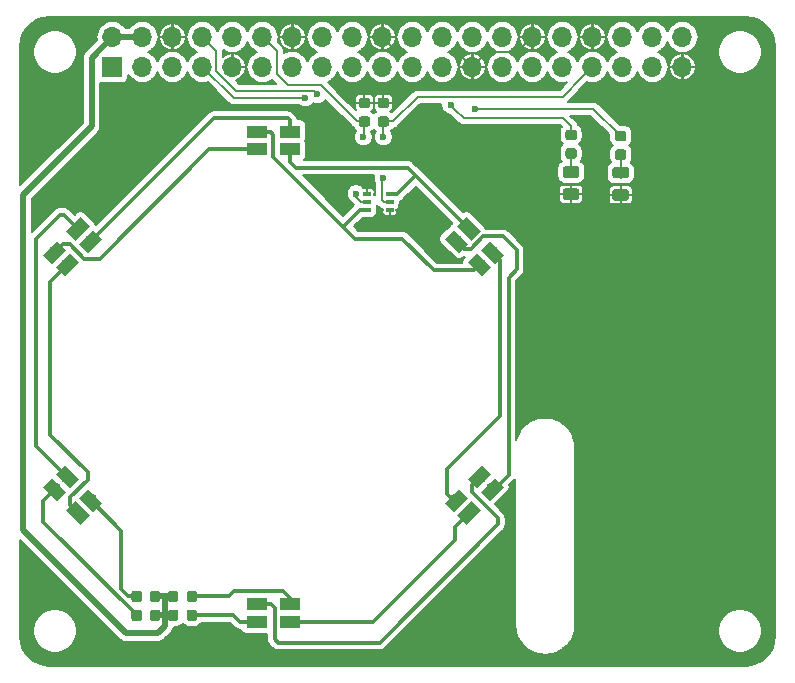
<source format=gtl>
G04 #@! TF.GenerationSoftware,KiCad,Pcbnew,(5.1.0)-1*
G04 #@! TF.CreationDate,2019-03-23T08:59:44+11:00*
G04 #@! TF.ProjectId,VeinCamHat,5665696e-4361-46d4-9861-742e6b696361,rev?*
G04 #@! TF.SameCoordinates,Original*
G04 #@! TF.FileFunction,Copper,L1,Top*
G04 #@! TF.FilePolarity,Positive*
%FSLAX46Y46*%
G04 Gerber Fmt 4.6, Leading zero omitted, Abs format (unit mm)*
G04 Created by KiCad (PCBNEW (5.1.0)-1) date 2019-03-23 08:59:44*
%MOMM*%
%LPD*%
G04 APERTURE LIST*
%ADD10R,1.700000X1.700000*%
%ADD11O,1.700000X1.700000*%
%ADD12C,1.100000*%
%ADD13C,0.150000*%
%ADD14R,1.700000X1.100000*%
%ADD15R,0.650000X0.400000*%
%ADD16C,0.875000*%
%ADD17C,0.975000*%
%ADD18C,0.600000*%
%ADD19C,0.500000*%
%ADD20C,0.200000*%
%ADD21C,0.300000*%
G04 APERTURE END LIST*
D10*
X208370000Y-98770000D03*
D11*
X208370000Y-96230000D03*
X210910000Y-98770000D03*
X210910000Y-96230000D03*
X213450000Y-98770000D03*
X213450000Y-96230000D03*
X215990000Y-98770000D03*
X215990000Y-96230000D03*
X218530000Y-98770000D03*
X218530000Y-96230000D03*
X221070000Y-98770000D03*
X221070000Y-96230000D03*
X223610000Y-98770000D03*
X223610000Y-96230000D03*
X226150000Y-98770000D03*
X226150000Y-96230000D03*
X228690000Y-98770000D03*
X228690000Y-96230000D03*
X231230000Y-98770000D03*
X231230000Y-96230000D03*
X233770000Y-98770000D03*
X233770000Y-96230000D03*
X236310000Y-98770000D03*
X236310000Y-96230000D03*
X238850000Y-98770000D03*
X238850000Y-96230000D03*
X241390000Y-98770000D03*
X241390000Y-96230000D03*
X243930000Y-98770000D03*
X243930000Y-96230000D03*
X246470000Y-98770000D03*
X246470000Y-96230000D03*
X249010000Y-98770000D03*
X249010000Y-96230000D03*
X251550000Y-98770000D03*
X251550000Y-96230000D03*
X254090000Y-98770000D03*
X254090000Y-96230000D03*
X256630000Y-98770000D03*
X256630000Y-96230000D03*
D12*
X203479720Y-134540381D03*
D13*
G36*
X203691852Y-135530330D02*
G01*
X202489771Y-134328249D01*
X203267588Y-133550432D01*
X204469669Y-134752513D01*
X203691852Y-135530330D01*
X203691852Y-135530330D01*
G37*
D12*
X205459619Y-136520280D03*
D13*
G36*
X205671751Y-137510229D02*
G01*
X204469670Y-136308148D01*
X205247487Y-135530331D01*
X206449568Y-136732412D01*
X205671751Y-137510229D01*
X205671751Y-137510229D01*
G37*
D12*
X204540381Y-133479720D03*
D13*
G36*
X204752513Y-134469669D02*
G01*
X203550432Y-133267588D01*
X204328249Y-132489771D01*
X205530330Y-133691852D01*
X204752513Y-134469669D01*
X204752513Y-134469669D01*
G37*
D12*
X206520280Y-135459619D03*
D13*
G36*
X206732412Y-136449568D02*
G01*
X205530331Y-135247487D01*
X206308148Y-134469670D01*
X207510229Y-135671751D01*
X206732412Y-136449568D01*
X206732412Y-136449568D01*
G37*
D14*
X223400000Y-144249999D03*
X220600000Y-144249999D03*
X223400000Y-145750001D03*
X220600000Y-145750001D03*
D12*
X205459619Y-112479720D03*
D13*
G36*
X206449568Y-112267588D02*
G01*
X205247487Y-113469669D01*
X204469670Y-112691852D01*
X205671751Y-111489771D01*
X206449568Y-112267588D01*
X206449568Y-112267588D01*
G37*
D12*
X203479720Y-114459619D03*
D13*
G36*
X204469669Y-114247487D02*
G01*
X203267588Y-115449568D01*
X202489771Y-114671751D01*
X203691852Y-113469670D01*
X204469669Y-114247487D01*
X204469669Y-114247487D01*
G37*
D12*
X206520280Y-113540381D03*
D13*
G36*
X207510229Y-113328249D02*
G01*
X206308148Y-114530330D01*
X205530331Y-113752513D01*
X206732412Y-112550432D01*
X207510229Y-113328249D01*
X207510229Y-113328249D01*
G37*
D12*
X204540381Y-115520280D03*
D13*
G36*
X205530330Y-115308148D02*
G01*
X204328249Y-116510229D01*
X203550432Y-115732412D01*
X204752513Y-114530331D01*
X205530330Y-115308148D01*
X205530330Y-115308148D01*
G37*
D12*
X238540381Y-136520280D03*
D13*
G36*
X239530330Y-136308148D02*
G01*
X238328249Y-137510229D01*
X237550432Y-136732412D01*
X238752513Y-135530331D01*
X239530330Y-136308148D01*
X239530330Y-136308148D01*
G37*
D12*
X240520280Y-134540381D03*
D13*
G36*
X241510229Y-134328249D02*
G01*
X240308148Y-135530330D01*
X239530331Y-134752513D01*
X240732412Y-133550432D01*
X241510229Y-134328249D01*
X241510229Y-134328249D01*
G37*
D12*
X237479720Y-135459619D03*
D13*
G36*
X238469669Y-135247487D02*
G01*
X237267588Y-136449568D01*
X236489771Y-135671751D01*
X237691852Y-134469670D01*
X238469669Y-135247487D01*
X238469669Y-135247487D01*
G37*
D12*
X239459619Y-133479720D03*
D13*
G36*
X240449568Y-133267588D02*
G01*
X239247487Y-134469669D01*
X238469670Y-133691852D01*
X239671751Y-132489771D01*
X240449568Y-133267588D01*
X240449568Y-133267588D01*
G37*
D15*
X229950000Y-109550000D03*
X229950000Y-110850000D03*
X231850000Y-110200000D03*
X229950000Y-110200000D03*
X231850000Y-110850000D03*
X231850000Y-109550000D03*
D13*
G36*
X247477691Y-105651053D02*
G01*
X247498926Y-105654203D01*
X247519750Y-105659419D01*
X247539962Y-105666651D01*
X247559368Y-105675830D01*
X247577781Y-105686866D01*
X247595024Y-105699654D01*
X247610930Y-105714070D01*
X247625346Y-105729976D01*
X247638134Y-105747219D01*
X247649170Y-105765632D01*
X247658349Y-105785038D01*
X247665581Y-105805250D01*
X247670797Y-105826074D01*
X247673947Y-105847309D01*
X247675000Y-105868750D01*
X247675000Y-106306250D01*
X247673947Y-106327691D01*
X247670797Y-106348926D01*
X247665581Y-106369750D01*
X247658349Y-106389962D01*
X247649170Y-106409368D01*
X247638134Y-106427781D01*
X247625346Y-106445024D01*
X247610930Y-106460930D01*
X247595024Y-106475346D01*
X247577781Y-106488134D01*
X247559368Y-106499170D01*
X247539962Y-106508349D01*
X247519750Y-106515581D01*
X247498926Y-106520797D01*
X247477691Y-106523947D01*
X247456250Y-106525000D01*
X246943750Y-106525000D01*
X246922309Y-106523947D01*
X246901074Y-106520797D01*
X246880250Y-106515581D01*
X246860038Y-106508349D01*
X246840632Y-106499170D01*
X246822219Y-106488134D01*
X246804976Y-106475346D01*
X246789070Y-106460930D01*
X246774654Y-106445024D01*
X246761866Y-106427781D01*
X246750830Y-106409368D01*
X246741651Y-106389962D01*
X246734419Y-106369750D01*
X246729203Y-106348926D01*
X246726053Y-106327691D01*
X246725000Y-106306250D01*
X246725000Y-105868750D01*
X246726053Y-105847309D01*
X246729203Y-105826074D01*
X246734419Y-105805250D01*
X246741651Y-105785038D01*
X246750830Y-105765632D01*
X246761866Y-105747219D01*
X246774654Y-105729976D01*
X246789070Y-105714070D01*
X246804976Y-105699654D01*
X246822219Y-105686866D01*
X246840632Y-105675830D01*
X246860038Y-105666651D01*
X246880250Y-105659419D01*
X246901074Y-105654203D01*
X246922309Y-105651053D01*
X246943750Y-105650000D01*
X247456250Y-105650000D01*
X247477691Y-105651053D01*
X247477691Y-105651053D01*
G37*
D16*
X247200000Y-106087500D03*
D13*
G36*
X247477691Y-104076053D02*
G01*
X247498926Y-104079203D01*
X247519750Y-104084419D01*
X247539962Y-104091651D01*
X247559368Y-104100830D01*
X247577781Y-104111866D01*
X247595024Y-104124654D01*
X247610930Y-104139070D01*
X247625346Y-104154976D01*
X247638134Y-104172219D01*
X247649170Y-104190632D01*
X247658349Y-104210038D01*
X247665581Y-104230250D01*
X247670797Y-104251074D01*
X247673947Y-104272309D01*
X247675000Y-104293750D01*
X247675000Y-104731250D01*
X247673947Y-104752691D01*
X247670797Y-104773926D01*
X247665581Y-104794750D01*
X247658349Y-104814962D01*
X247649170Y-104834368D01*
X247638134Y-104852781D01*
X247625346Y-104870024D01*
X247610930Y-104885930D01*
X247595024Y-104900346D01*
X247577781Y-104913134D01*
X247559368Y-104924170D01*
X247539962Y-104933349D01*
X247519750Y-104940581D01*
X247498926Y-104945797D01*
X247477691Y-104948947D01*
X247456250Y-104950000D01*
X246943750Y-104950000D01*
X246922309Y-104948947D01*
X246901074Y-104945797D01*
X246880250Y-104940581D01*
X246860038Y-104933349D01*
X246840632Y-104924170D01*
X246822219Y-104913134D01*
X246804976Y-104900346D01*
X246789070Y-104885930D01*
X246774654Y-104870024D01*
X246761866Y-104852781D01*
X246750830Y-104834368D01*
X246741651Y-104814962D01*
X246734419Y-104794750D01*
X246729203Y-104773926D01*
X246726053Y-104752691D01*
X246725000Y-104731250D01*
X246725000Y-104293750D01*
X246726053Y-104272309D01*
X246729203Y-104251074D01*
X246734419Y-104230250D01*
X246741651Y-104210038D01*
X246750830Y-104190632D01*
X246761866Y-104172219D01*
X246774654Y-104154976D01*
X246789070Y-104139070D01*
X246804976Y-104124654D01*
X246822219Y-104111866D01*
X246840632Y-104100830D01*
X246860038Y-104091651D01*
X246880250Y-104084419D01*
X246901074Y-104079203D01*
X246922309Y-104076053D01*
X246943750Y-104075000D01*
X247456250Y-104075000D01*
X247477691Y-104076053D01*
X247477691Y-104076053D01*
G37*
D16*
X247200000Y-104512500D03*
D13*
G36*
X251677691Y-104176053D02*
G01*
X251698926Y-104179203D01*
X251719750Y-104184419D01*
X251739962Y-104191651D01*
X251759368Y-104200830D01*
X251777781Y-104211866D01*
X251795024Y-104224654D01*
X251810930Y-104239070D01*
X251825346Y-104254976D01*
X251838134Y-104272219D01*
X251849170Y-104290632D01*
X251858349Y-104310038D01*
X251865581Y-104330250D01*
X251870797Y-104351074D01*
X251873947Y-104372309D01*
X251875000Y-104393750D01*
X251875000Y-104831250D01*
X251873947Y-104852691D01*
X251870797Y-104873926D01*
X251865581Y-104894750D01*
X251858349Y-104914962D01*
X251849170Y-104934368D01*
X251838134Y-104952781D01*
X251825346Y-104970024D01*
X251810930Y-104985930D01*
X251795024Y-105000346D01*
X251777781Y-105013134D01*
X251759368Y-105024170D01*
X251739962Y-105033349D01*
X251719750Y-105040581D01*
X251698926Y-105045797D01*
X251677691Y-105048947D01*
X251656250Y-105050000D01*
X251143750Y-105050000D01*
X251122309Y-105048947D01*
X251101074Y-105045797D01*
X251080250Y-105040581D01*
X251060038Y-105033349D01*
X251040632Y-105024170D01*
X251022219Y-105013134D01*
X251004976Y-105000346D01*
X250989070Y-104985930D01*
X250974654Y-104970024D01*
X250961866Y-104952781D01*
X250950830Y-104934368D01*
X250941651Y-104914962D01*
X250934419Y-104894750D01*
X250929203Y-104873926D01*
X250926053Y-104852691D01*
X250925000Y-104831250D01*
X250925000Y-104393750D01*
X250926053Y-104372309D01*
X250929203Y-104351074D01*
X250934419Y-104330250D01*
X250941651Y-104310038D01*
X250950830Y-104290632D01*
X250961866Y-104272219D01*
X250974654Y-104254976D01*
X250989070Y-104239070D01*
X251004976Y-104224654D01*
X251022219Y-104211866D01*
X251040632Y-104200830D01*
X251060038Y-104191651D01*
X251080250Y-104184419D01*
X251101074Y-104179203D01*
X251122309Y-104176053D01*
X251143750Y-104175000D01*
X251656250Y-104175000D01*
X251677691Y-104176053D01*
X251677691Y-104176053D01*
G37*
D16*
X251400000Y-104612500D03*
D13*
G36*
X251677691Y-105751053D02*
G01*
X251698926Y-105754203D01*
X251719750Y-105759419D01*
X251739962Y-105766651D01*
X251759368Y-105775830D01*
X251777781Y-105786866D01*
X251795024Y-105799654D01*
X251810930Y-105814070D01*
X251825346Y-105829976D01*
X251838134Y-105847219D01*
X251849170Y-105865632D01*
X251858349Y-105885038D01*
X251865581Y-105905250D01*
X251870797Y-105926074D01*
X251873947Y-105947309D01*
X251875000Y-105968750D01*
X251875000Y-106406250D01*
X251873947Y-106427691D01*
X251870797Y-106448926D01*
X251865581Y-106469750D01*
X251858349Y-106489962D01*
X251849170Y-106509368D01*
X251838134Y-106527781D01*
X251825346Y-106545024D01*
X251810930Y-106560930D01*
X251795024Y-106575346D01*
X251777781Y-106588134D01*
X251759368Y-106599170D01*
X251739962Y-106608349D01*
X251719750Y-106615581D01*
X251698926Y-106620797D01*
X251677691Y-106623947D01*
X251656250Y-106625000D01*
X251143750Y-106625000D01*
X251122309Y-106623947D01*
X251101074Y-106620797D01*
X251080250Y-106615581D01*
X251060038Y-106608349D01*
X251040632Y-106599170D01*
X251022219Y-106588134D01*
X251004976Y-106575346D01*
X250989070Y-106560930D01*
X250974654Y-106545024D01*
X250961866Y-106527781D01*
X250950830Y-106509368D01*
X250941651Y-106489962D01*
X250934419Y-106469750D01*
X250929203Y-106448926D01*
X250926053Y-106427691D01*
X250925000Y-106406250D01*
X250925000Y-105968750D01*
X250926053Y-105947309D01*
X250929203Y-105926074D01*
X250934419Y-105905250D01*
X250941651Y-105885038D01*
X250950830Y-105865632D01*
X250961866Y-105847219D01*
X250974654Y-105829976D01*
X250989070Y-105814070D01*
X251004976Y-105799654D01*
X251022219Y-105786866D01*
X251040632Y-105775830D01*
X251060038Y-105766651D01*
X251080250Y-105759419D01*
X251101074Y-105754203D01*
X251122309Y-105751053D01*
X251143750Y-105750000D01*
X251656250Y-105750000D01*
X251677691Y-105751053D01*
X251677691Y-105751053D01*
G37*
D16*
X251400000Y-106187500D03*
D13*
G36*
X212227691Y-144726053D02*
G01*
X212248926Y-144729203D01*
X212269750Y-144734419D01*
X212289962Y-144741651D01*
X212309368Y-144750830D01*
X212327781Y-144761866D01*
X212345024Y-144774654D01*
X212360930Y-144789070D01*
X212375346Y-144804976D01*
X212388134Y-144822219D01*
X212399170Y-144840632D01*
X212408349Y-144860038D01*
X212415581Y-144880250D01*
X212420797Y-144901074D01*
X212423947Y-144922309D01*
X212425000Y-144943750D01*
X212425000Y-145456250D01*
X212423947Y-145477691D01*
X212420797Y-145498926D01*
X212415581Y-145519750D01*
X212408349Y-145539962D01*
X212399170Y-145559368D01*
X212388134Y-145577781D01*
X212375346Y-145595024D01*
X212360930Y-145610930D01*
X212345024Y-145625346D01*
X212327781Y-145638134D01*
X212309368Y-145649170D01*
X212289962Y-145658349D01*
X212269750Y-145665581D01*
X212248926Y-145670797D01*
X212227691Y-145673947D01*
X212206250Y-145675000D01*
X211768750Y-145675000D01*
X211747309Y-145673947D01*
X211726074Y-145670797D01*
X211705250Y-145665581D01*
X211685038Y-145658349D01*
X211665632Y-145649170D01*
X211647219Y-145638134D01*
X211629976Y-145625346D01*
X211614070Y-145610930D01*
X211599654Y-145595024D01*
X211586866Y-145577781D01*
X211575830Y-145559368D01*
X211566651Y-145539962D01*
X211559419Y-145519750D01*
X211554203Y-145498926D01*
X211551053Y-145477691D01*
X211550000Y-145456250D01*
X211550000Y-144943750D01*
X211551053Y-144922309D01*
X211554203Y-144901074D01*
X211559419Y-144880250D01*
X211566651Y-144860038D01*
X211575830Y-144840632D01*
X211586866Y-144822219D01*
X211599654Y-144804976D01*
X211614070Y-144789070D01*
X211629976Y-144774654D01*
X211647219Y-144761866D01*
X211665632Y-144750830D01*
X211685038Y-144741651D01*
X211705250Y-144734419D01*
X211726074Y-144729203D01*
X211747309Y-144726053D01*
X211768750Y-144725000D01*
X212206250Y-144725000D01*
X212227691Y-144726053D01*
X212227691Y-144726053D01*
G37*
D16*
X211987500Y-145200000D03*
D13*
G36*
X210652691Y-144726053D02*
G01*
X210673926Y-144729203D01*
X210694750Y-144734419D01*
X210714962Y-144741651D01*
X210734368Y-144750830D01*
X210752781Y-144761866D01*
X210770024Y-144774654D01*
X210785930Y-144789070D01*
X210800346Y-144804976D01*
X210813134Y-144822219D01*
X210824170Y-144840632D01*
X210833349Y-144860038D01*
X210840581Y-144880250D01*
X210845797Y-144901074D01*
X210848947Y-144922309D01*
X210850000Y-144943750D01*
X210850000Y-145456250D01*
X210848947Y-145477691D01*
X210845797Y-145498926D01*
X210840581Y-145519750D01*
X210833349Y-145539962D01*
X210824170Y-145559368D01*
X210813134Y-145577781D01*
X210800346Y-145595024D01*
X210785930Y-145610930D01*
X210770024Y-145625346D01*
X210752781Y-145638134D01*
X210734368Y-145649170D01*
X210714962Y-145658349D01*
X210694750Y-145665581D01*
X210673926Y-145670797D01*
X210652691Y-145673947D01*
X210631250Y-145675000D01*
X210193750Y-145675000D01*
X210172309Y-145673947D01*
X210151074Y-145670797D01*
X210130250Y-145665581D01*
X210110038Y-145658349D01*
X210090632Y-145649170D01*
X210072219Y-145638134D01*
X210054976Y-145625346D01*
X210039070Y-145610930D01*
X210024654Y-145595024D01*
X210011866Y-145577781D01*
X210000830Y-145559368D01*
X209991651Y-145539962D01*
X209984419Y-145519750D01*
X209979203Y-145498926D01*
X209976053Y-145477691D01*
X209975000Y-145456250D01*
X209975000Y-144943750D01*
X209976053Y-144922309D01*
X209979203Y-144901074D01*
X209984419Y-144880250D01*
X209991651Y-144860038D01*
X210000830Y-144840632D01*
X210011866Y-144822219D01*
X210024654Y-144804976D01*
X210039070Y-144789070D01*
X210054976Y-144774654D01*
X210072219Y-144761866D01*
X210090632Y-144750830D01*
X210110038Y-144741651D01*
X210130250Y-144734419D01*
X210151074Y-144729203D01*
X210172309Y-144726053D01*
X210193750Y-144725000D01*
X210631250Y-144725000D01*
X210652691Y-144726053D01*
X210652691Y-144726053D01*
G37*
D16*
X210412500Y-145200000D03*
D13*
G36*
X210652691Y-143126053D02*
G01*
X210673926Y-143129203D01*
X210694750Y-143134419D01*
X210714962Y-143141651D01*
X210734368Y-143150830D01*
X210752781Y-143161866D01*
X210770024Y-143174654D01*
X210785930Y-143189070D01*
X210800346Y-143204976D01*
X210813134Y-143222219D01*
X210824170Y-143240632D01*
X210833349Y-143260038D01*
X210840581Y-143280250D01*
X210845797Y-143301074D01*
X210848947Y-143322309D01*
X210850000Y-143343750D01*
X210850000Y-143856250D01*
X210848947Y-143877691D01*
X210845797Y-143898926D01*
X210840581Y-143919750D01*
X210833349Y-143939962D01*
X210824170Y-143959368D01*
X210813134Y-143977781D01*
X210800346Y-143995024D01*
X210785930Y-144010930D01*
X210770024Y-144025346D01*
X210752781Y-144038134D01*
X210734368Y-144049170D01*
X210714962Y-144058349D01*
X210694750Y-144065581D01*
X210673926Y-144070797D01*
X210652691Y-144073947D01*
X210631250Y-144075000D01*
X210193750Y-144075000D01*
X210172309Y-144073947D01*
X210151074Y-144070797D01*
X210130250Y-144065581D01*
X210110038Y-144058349D01*
X210090632Y-144049170D01*
X210072219Y-144038134D01*
X210054976Y-144025346D01*
X210039070Y-144010930D01*
X210024654Y-143995024D01*
X210011866Y-143977781D01*
X210000830Y-143959368D01*
X209991651Y-143939962D01*
X209984419Y-143919750D01*
X209979203Y-143898926D01*
X209976053Y-143877691D01*
X209975000Y-143856250D01*
X209975000Y-143343750D01*
X209976053Y-143322309D01*
X209979203Y-143301074D01*
X209984419Y-143280250D01*
X209991651Y-143260038D01*
X210000830Y-143240632D01*
X210011866Y-143222219D01*
X210024654Y-143204976D01*
X210039070Y-143189070D01*
X210054976Y-143174654D01*
X210072219Y-143161866D01*
X210090632Y-143150830D01*
X210110038Y-143141651D01*
X210130250Y-143134419D01*
X210151074Y-143129203D01*
X210172309Y-143126053D01*
X210193750Y-143125000D01*
X210631250Y-143125000D01*
X210652691Y-143126053D01*
X210652691Y-143126053D01*
G37*
D16*
X210412500Y-143600000D03*
D13*
G36*
X212227691Y-143126053D02*
G01*
X212248926Y-143129203D01*
X212269750Y-143134419D01*
X212289962Y-143141651D01*
X212309368Y-143150830D01*
X212327781Y-143161866D01*
X212345024Y-143174654D01*
X212360930Y-143189070D01*
X212375346Y-143204976D01*
X212388134Y-143222219D01*
X212399170Y-143240632D01*
X212408349Y-143260038D01*
X212415581Y-143280250D01*
X212420797Y-143301074D01*
X212423947Y-143322309D01*
X212425000Y-143343750D01*
X212425000Y-143856250D01*
X212423947Y-143877691D01*
X212420797Y-143898926D01*
X212415581Y-143919750D01*
X212408349Y-143939962D01*
X212399170Y-143959368D01*
X212388134Y-143977781D01*
X212375346Y-143995024D01*
X212360930Y-144010930D01*
X212345024Y-144025346D01*
X212327781Y-144038134D01*
X212309368Y-144049170D01*
X212289962Y-144058349D01*
X212269750Y-144065581D01*
X212248926Y-144070797D01*
X212227691Y-144073947D01*
X212206250Y-144075000D01*
X211768750Y-144075000D01*
X211747309Y-144073947D01*
X211726074Y-144070797D01*
X211705250Y-144065581D01*
X211685038Y-144058349D01*
X211665632Y-144049170D01*
X211647219Y-144038134D01*
X211629976Y-144025346D01*
X211614070Y-144010930D01*
X211599654Y-143995024D01*
X211586866Y-143977781D01*
X211575830Y-143959368D01*
X211566651Y-143939962D01*
X211559419Y-143919750D01*
X211554203Y-143898926D01*
X211551053Y-143877691D01*
X211550000Y-143856250D01*
X211550000Y-143343750D01*
X211551053Y-143322309D01*
X211554203Y-143301074D01*
X211559419Y-143280250D01*
X211566651Y-143260038D01*
X211575830Y-143240632D01*
X211586866Y-143222219D01*
X211599654Y-143204976D01*
X211614070Y-143189070D01*
X211629976Y-143174654D01*
X211647219Y-143161866D01*
X211665632Y-143150830D01*
X211685038Y-143141651D01*
X211705250Y-143134419D01*
X211726074Y-143129203D01*
X211747309Y-143126053D01*
X211768750Y-143125000D01*
X212206250Y-143125000D01*
X212227691Y-143126053D01*
X212227691Y-143126053D01*
G37*
D16*
X211987500Y-143600000D03*
D13*
G36*
X213752691Y-144726053D02*
G01*
X213773926Y-144729203D01*
X213794750Y-144734419D01*
X213814962Y-144741651D01*
X213834368Y-144750830D01*
X213852781Y-144761866D01*
X213870024Y-144774654D01*
X213885930Y-144789070D01*
X213900346Y-144804976D01*
X213913134Y-144822219D01*
X213924170Y-144840632D01*
X213933349Y-144860038D01*
X213940581Y-144880250D01*
X213945797Y-144901074D01*
X213948947Y-144922309D01*
X213950000Y-144943750D01*
X213950000Y-145456250D01*
X213948947Y-145477691D01*
X213945797Y-145498926D01*
X213940581Y-145519750D01*
X213933349Y-145539962D01*
X213924170Y-145559368D01*
X213913134Y-145577781D01*
X213900346Y-145595024D01*
X213885930Y-145610930D01*
X213870024Y-145625346D01*
X213852781Y-145638134D01*
X213834368Y-145649170D01*
X213814962Y-145658349D01*
X213794750Y-145665581D01*
X213773926Y-145670797D01*
X213752691Y-145673947D01*
X213731250Y-145675000D01*
X213293750Y-145675000D01*
X213272309Y-145673947D01*
X213251074Y-145670797D01*
X213230250Y-145665581D01*
X213210038Y-145658349D01*
X213190632Y-145649170D01*
X213172219Y-145638134D01*
X213154976Y-145625346D01*
X213139070Y-145610930D01*
X213124654Y-145595024D01*
X213111866Y-145577781D01*
X213100830Y-145559368D01*
X213091651Y-145539962D01*
X213084419Y-145519750D01*
X213079203Y-145498926D01*
X213076053Y-145477691D01*
X213075000Y-145456250D01*
X213075000Y-144943750D01*
X213076053Y-144922309D01*
X213079203Y-144901074D01*
X213084419Y-144880250D01*
X213091651Y-144860038D01*
X213100830Y-144840632D01*
X213111866Y-144822219D01*
X213124654Y-144804976D01*
X213139070Y-144789070D01*
X213154976Y-144774654D01*
X213172219Y-144761866D01*
X213190632Y-144750830D01*
X213210038Y-144741651D01*
X213230250Y-144734419D01*
X213251074Y-144729203D01*
X213272309Y-144726053D01*
X213293750Y-144725000D01*
X213731250Y-144725000D01*
X213752691Y-144726053D01*
X213752691Y-144726053D01*
G37*
D16*
X213512500Y-145200000D03*
D13*
G36*
X215327691Y-144726053D02*
G01*
X215348926Y-144729203D01*
X215369750Y-144734419D01*
X215389962Y-144741651D01*
X215409368Y-144750830D01*
X215427781Y-144761866D01*
X215445024Y-144774654D01*
X215460930Y-144789070D01*
X215475346Y-144804976D01*
X215488134Y-144822219D01*
X215499170Y-144840632D01*
X215508349Y-144860038D01*
X215515581Y-144880250D01*
X215520797Y-144901074D01*
X215523947Y-144922309D01*
X215525000Y-144943750D01*
X215525000Y-145456250D01*
X215523947Y-145477691D01*
X215520797Y-145498926D01*
X215515581Y-145519750D01*
X215508349Y-145539962D01*
X215499170Y-145559368D01*
X215488134Y-145577781D01*
X215475346Y-145595024D01*
X215460930Y-145610930D01*
X215445024Y-145625346D01*
X215427781Y-145638134D01*
X215409368Y-145649170D01*
X215389962Y-145658349D01*
X215369750Y-145665581D01*
X215348926Y-145670797D01*
X215327691Y-145673947D01*
X215306250Y-145675000D01*
X214868750Y-145675000D01*
X214847309Y-145673947D01*
X214826074Y-145670797D01*
X214805250Y-145665581D01*
X214785038Y-145658349D01*
X214765632Y-145649170D01*
X214747219Y-145638134D01*
X214729976Y-145625346D01*
X214714070Y-145610930D01*
X214699654Y-145595024D01*
X214686866Y-145577781D01*
X214675830Y-145559368D01*
X214666651Y-145539962D01*
X214659419Y-145519750D01*
X214654203Y-145498926D01*
X214651053Y-145477691D01*
X214650000Y-145456250D01*
X214650000Y-144943750D01*
X214651053Y-144922309D01*
X214654203Y-144901074D01*
X214659419Y-144880250D01*
X214666651Y-144860038D01*
X214675830Y-144840632D01*
X214686866Y-144822219D01*
X214699654Y-144804976D01*
X214714070Y-144789070D01*
X214729976Y-144774654D01*
X214747219Y-144761866D01*
X214765632Y-144750830D01*
X214785038Y-144741651D01*
X214805250Y-144734419D01*
X214826074Y-144729203D01*
X214847309Y-144726053D01*
X214868750Y-144725000D01*
X215306250Y-144725000D01*
X215327691Y-144726053D01*
X215327691Y-144726053D01*
G37*
D16*
X215087500Y-145200000D03*
D13*
G36*
X215327691Y-143126053D02*
G01*
X215348926Y-143129203D01*
X215369750Y-143134419D01*
X215389962Y-143141651D01*
X215409368Y-143150830D01*
X215427781Y-143161866D01*
X215445024Y-143174654D01*
X215460930Y-143189070D01*
X215475346Y-143204976D01*
X215488134Y-143222219D01*
X215499170Y-143240632D01*
X215508349Y-143260038D01*
X215515581Y-143280250D01*
X215520797Y-143301074D01*
X215523947Y-143322309D01*
X215525000Y-143343750D01*
X215525000Y-143856250D01*
X215523947Y-143877691D01*
X215520797Y-143898926D01*
X215515581Y-143919750D01*
X215508349Y-143939962D01*
X215499170Y-143959368D01*
X215488134Y-143977781D01*
X215475346Y-143995024D01*
X215460930Y-144010930D01*
X215445024Y-144025346D01*
X215427781Y-144038134D01*
X215409368Y-144049170D01*
X215389962Y-144058349D01*
X215369750Y-144065581D01*
X215348926Y-144070797D01*
X215327691Y-144073947D01*
X215306250Y-144075000D01*
X214868750Y-144075000D01*
X214847309Y-144073947D01*
X214826074Y-144070797D01*
X214805250Y-144065581D01*
X214785038Y-144058349D01*
X214765632Y-144049170D01*
X214747219Y-144038134D01*
X214729976Y-144025346D01*
X214714070Y-144010930D01*
X214699654Y-143995024D01*
X214686866Y-143977781D01*
X214675830Y-143959368D01*
X214666651Y-143939962D01*
X214659419Y-143919750D01*
X214654203Y-143898926D01*
X214651053Y-143877691D01*
X214650000Y-143856250D01*
X214650000Y-143343750D01*
X214651053Y-143322309D01*
X214654203Y-143301074D01*
X214659419Y-143280250D01*
X214666651Y-143260038D01*
X214675830Y-143240632D01*
X214686866Y-143222219D01*
X214699654Y-143204976D01*
X214714070Y-143189070D01*
X214729976Y-143174654D01*
X214747219Y-143161866D01*
X214765632Y-143150830D01*
X214785038Y-143141651D01*
X214805250Y-143134419D01*
X214826074Y-143129203D01*
X214847309Y-143126053D01*
X214868750Y-143125000D01*
X215306250Y-143125000D01*
X215327691Y-143126053D01*
X215327691Y-143126053D01*
G37*
D16*
X215087500Y-143600000D03*
D13*
G36*
X213752691Y-143126053D02*
G01*
X213773926Y-143129203D01*
X213794750Y-143134419D01*
X213814962Y-143141651D01*
X213834368Y-143150830D01*
X213852781Y-143161866D01*
X213870024Y-143174654D01*
X213885930Y-143189070D01*
X213900346Y-143204976D01*
X213913134Y-143222219D01*
X213924170Y-143240632D01*
X213933349Y-143260038D01*
X213940581Y-143280250D01*
X213945797Y-143301074D01*
X213948947Y-143322309D01*
X213950000Y-143343750D01*
X213950000Y-143856250D01*
X213948947Y-143877691D01*
X213945797Y-143898926D01*
X213940581Y-143919750D01*
X213933349Y-143939962D01*
X213924170Y-143959368D01*
X213913134Y-143977781D01*
X213900346Y-143995024D01*
X213885930Y-144010930D01*
X213870024Y-144025346D01*
X213852781Y-144038134D01*
X213834368Y-144049170D01*
X213814962Y-144058349D01*
X213794750Y-144065581D01*
X213773926Y-144070797D01*
X213752691Y-144073947D01*
X213731250Y-144075000D01*
X213293750Y-144075000D01*
X213272309Y-144073947D01*
X213251074Y-144070797D01*
X213230250Y-144065581D01*
X213210038Y-144058349D01*
X213190632Y-144049170D01*
X213172219Y-144038134D01*
X213154976Y-144025346D01*
X213139070Y-144010930D01*
X213124654Y-143995024D01*
X213111866Y-143977781D01*
X213100830Y-143959368D01*
X213091651Y-143939962D01*
X213084419Y-143919750D01*
X213079203Y-143898926D01*
X213076053Y-143877691D01*
X213075000Y-143856250D01*
X213075000Y-143343750D01*
X213076053Y-143322309D01*
X213079203Y-143301074D01*
X213084419Y-143280250D01*
X213091651Y-143260038D01*
X213100830Y-143240632D01*
X213111866Y-143222219D01*
X213124654Y-143204976D01*
X213139070Y-143189070D01*
X213154976Y-143174654D01*
X213172219Y-143161866D01*
X213190632Y-143150830D01*
X213210038Y-143141651D01*
X213230250Y-143134419D01*
X213251074Y-143129203D01*
X213272309Y-143126053D01*
X213293750Y-143125000D01*
X213731250Y-143125000D01*
X213752691Y-143126053D01*
X213752691Y-143126053D01*
G37*
D16*
X213512500Y-143600000D03*
D13*
G36*
X231577691Y-101376053D02*
G01*
X231598926Y-101379203D01*
X231619750Y-101384419D01*
X231639962Y-101391651D01*
X231659368Y-101400830D01*
X231677781Y-101411866D01*
X231695024Y-101424654D01*
X231710930Y-101439070D01*
X231725346Y-101454976D01*
X231738134Y-101472219D01*
X231749170Y-101490632D01*
X231758349Y-101510038D01*
X231765581Y-101530250D01*
X231770797Y-101551074D01*
X231773947Y-101572309D01*
X231775000Y-101593750D01*
X231775000Y-102031250D01*
X231773947Y-102052691D01*
X231770797Y-102073926D01*
X231765581Y-102094750D01*
X231758349Y-102114962D01*
X231749170Y-102134368D01*
X231738134Y-102152781D01*
X231725346Y-102170024D01*
X231710930Y-102185930D01*
X231695024Y-102200346D01*
X231677781Y-102213134D01*
X231659368Y-102224170D01*
X231639962Y-102233349D01*
X231619750Y-102240581D01*
X231598926Y-102245797D01*
X231577691Y-102248947D01*
X231556250Y-102250000D01*
X231043750Y-102250000D01*
X231022309Y-102248947D01*
X231001074Y-102245797D01*
X230980250Y-102240581D01*
X230960038Y-102233349D01*
X230940632Y-102224170D01*
X230922219Y-102213134D01*
X230904976Y-102200346D01*
X230889070Y-102185930D01*
X230874654Y-102170024D01*
X230861866Y-102152781D01*
X230850830Y-102134368D01*
X230841651Y-102114962D01*
X230834419Y-102094750D01*
X230829203Y-102073926D01*
X230826053Y-102052691D01*
X230825000Y-102031250D01*
X230825000Y-101593750D01*
X230826053Y-101572309D01*
X230829203Y-101551074D01*
X230834419Y-101530250D01*
X230841651Y-101510038D01*
X230850830Y-101490632D01*
X230861866Y-101472219D01*
X230874654Y-101454976D01*
X230889070Y-101439070D01*
X230904976Y-101424654D01*
X230922219Y-101411866D01*
X230940632Y-101400830D01*
X230960038Y-101391651D01*
X230980250Y-101384419D01*
X231001074Y-101379203D01*
X231022309Y-101376053D01*
X231043750Y-101375000D01*
X231556250Y-101375000D01*
X231577691Y-101376053D01*
X231577691Y-101376053D01*
G37*
D16*
X231300000Y-101812500D03*
D13*
G36*
X231577691Y-102951053D02*
G01*
X231598926Y-102954203D01*
X231619750Y-102959419D01*
X231639962Y-102966651D01*
X231659368Y-102975830D01*
X231677781Y-102986866D01*
X231695024Y-102999654D01*
X231710930Y-103014070D01*
X231725346Y-103029976D01*
X231738134Y-103047219D01*
X231749170Y-103065632D01*
X231758349Y-103085038D01*
X231765581Y-103105250D01*
X231770797Y-103126074D01*
X231773947Y-103147309D01*
X231775000Y-103168750D01*
X231775000Y-103606250D01*
X231773947Y-103627691D01*
X231770797Y-103648926D01*
X231765581Y-103669750D01*
X231758349Y-103689962D01*
X231749170Y-103709368D01*
X231738134Y-103727781D01*
X231725346Y-103745024D01*
X231710930Y-103760930D01*
X231695024Y-103775346D01*
X231677781Y-103788134D01*
X231659368Y-103799170D01*
X231639962Y-103808349D01*
X231619750Y-103815581D01*
X231598926Y-103820797D01*
X231577691Y-103823947D01*
X231556250Y-103825000D01*
X231043750Y-103825000D01*
X231022309Y-103823947D01*
X231001074Y-103820797D01*
X230980250Y-103815581D01*
X230960038Y-103808349D01*
X230940632Y-103799170D01*
X230922219Y-103788134D01*
X230904976Y-103775346D01*
X230889070Y-103760930D01*
X230874654Y-103745024D01*
X230861866Y-103727781D01*
X230850830Y-103709368D01*
X230841651Y-103689962D01*
X230834419Y-103669750D01*
X230829203Y-103648926D01*
X230826053Y-103627691D01*
X230825000Y-103606250D01*
X230825000Y-103168750D01*
X230826053Y-103147309D01*
X230829203Y-103126074D01*
X230834419Y-103105250D01*
X230841651Y-103085038D01*
X230850830Y-103065632D01*
X230861866Y-103047219D01*
X230874654Y-103029976D01*
X230889070Y-103014070D01*
X230904976Y-102999654D01*
X230922219Y-102986866D01*
X230940632Y-102975830D01*
X230960038Y-102966651D01*
X230980250Y-102959419D01*
X231001074Y-102954203D01*
X231022309Y-102951053D01*
X231043750Y-102950000D01*
X231556250Y-102950000D01*
X231577691Y-102951053D01*
X231577691Y-102951053D01*
G37*
D16*
X231300000Y-103387500D03*
D13*
G36*
X247680142Y-107176174D02*
G01*
X247703803Y-107179684D01*
X247727007Y-107185496D01*
X247749529Y-107193554D01*
X247771153Y-107203782D01*
X247791670Y-107216079D01*
X247810883Y-107230329D01*
X247828607Y-107246393D01*
X247844671Y-107264117D01*
X247858921Y-107283330D01*
X247871218Y-107303847D01*
X247881446Y-107325471D01*
X247889504Y-107347993D01*
X247895316Y-107371197D01*
X247898826Y-107394858D01*
X247900000Y-107418750D01*
X247900000Y-107906250D01*
X247898826Y-107930142D01*
X247895316Y-107953803D01*
X247889504Y-107977007D01*
X247881446Y-107999529D01*
X247871218Y-108021153D01*
X247858921Y-108041670D01*
X247844671Y-108060883D01*
X247828607Y-108078607D01*
X247810883Y-108094671D01*
X247791670Y-108108921D01*
X247771153Y-108121218D01*
X247749529Y-108131446D01*
X247727007Y-108139504D01*
X247703803Y-108145316D01*
X247680142Y-108148826D01*
X247656250Y-108150000D01*
X246743750Y-108150000D01*
X246719858Y-108148826D01*
X246696197Y-108145316D01*
X246672993Y-108139504D01*
X246650471Y-108131446D01*
X246628847Y-108121218D01*
X246608330Y-108108921D01*
X246589117Y-108094671D01*
X246571393Y-108078607D01*
X246555329Y-108060883D01*
X246541079Y-108041670D01*
X246528782Y-108021153D01*
X246518554Y-107999529D01*
X246510496Y-107977007D01*
X246504684Y-107953803D01*
X246501174Y-107930142D01*
X246500000Y-107906250D01*
X246500000Y-107418750D01*
X246501174Y-107394858D01*
X246504684Y-107371197D01*
X246510496Y-107347993D01*
X246518554Y-107325471D01*
X246528782Y-107303847D01*
X246541079Y-107283330D01*
X246555329Y-107264117D01*
X246571393Y-107246393D01*
X246589117Y-107230329D01*
X246608330Y-107216079D01*
X246628847Y-107203782D01*
X246650471Y-107193554D01*
X246672993Y-107185496D01*
X246696197Y-107179684D01*
X246719858Y-107176174D01*
X246743750Y-107175000D01*
X247656250Y-107175000D01*
X247680142Y-107176174D01*
X247680142Y-107176174D01*
G37*
D17*
X247200000Y-107662500D03*
D13*
G36*
X247680142Y-109051174D02*
G01*
X247703803Y-109054684D01*
X247727007Y-109060496D01*
X247749529Y-109068554D01*
X247771153Y-109078782D01*
X247791670Y-109091079D01*
X247810883Y-109105329D01*
X247828607Y-109121393D01*
X247844671Y-109139117D01*
X247858921Y-109158330D01*
X247871218Y-109178847D01*
X247881446Y-109200471D01*
X247889504Y-109222993D01*
X247895316Y-109246197D01*
X247898826Y-109269858D01*
X247900000Y-109293750D01*
X247900000Y-109781250D01*
X247898826Y-109805142D01*
X247895316Y-109828803D01*
X247889504Y-109852007D01*
X247881446Y-109874529D01*
X247871218Y-109896153D01*
X247858921Y-109916670D01*
X247844671Y-109935883D01*
X247828607Y-109953607D01*
X247810883Y-109969671D01*
X247791670Y-109983921D01*
X247771153Y-109996218D01*
X247749529Y-110006446D01*
X247727007Y-110014504D01*
X247703803Y-110020316D01*
X247680142Y-110023826D01*
X247656250Y-110025000D01*
X246743750Y-110025000D01*
X246719858Y-110023826D01*
X246696197Y-110020316D01*
X246672993Y-110014504D01*
X246650471Y-110006446D01*
X246628847Y-109996218D01*
X246608330Y-109983921D01*
X246589117Y-109969671D01*
X246571393Y-109953607D01*
X246555329Y-109935883D01*
X246541079Y-109916670D01*
X246528782Y-109896153D01*
X246518554Y-109874529D01*
X246510496Y-109852007D01*
X246504684Y-109828803D01*
X246501174Y-109805142D01*
X246500000Y-109781250D01*
X246500000Y-109293750D01*
X246501174Y-109269858D01*
X246504684Y-109246197D01*
X246510496Y-109222993D01*
X246518554Y-109200471D01*
X246528782Y-109178847D01*
X246541079Y-109158330D01*
X246555329Y-109139117D01*
X246571393Y-109121393D01*
X246589117Y-109105329D01*
X246608330Y-109091079D01*
X246628847Y-109078782D01*
X246650471Y-109068554D01*
X246672993Y-109060496D01*
X246696197Y-109054684D01*
X246719858Y-109051174D01*
X246743750Y-109050000D01*
X247656250Y-109050000D01*
X247680142Y-109051174D01*
X247680142Y-109051174D01*
G37*
D17*
X247200000Y-109537500D03*
D13*
G36*
X251880142Y-109113674D02*
G01*
X251903803Y-109117184D01*
X251927007Y-109122996D01*
X251949529Y-109131054D01*
X251971153Y-109141282D01*
X251991670Y-109153579D01*
X252010883Y-109167829D01*
X252028607Y-109183893D01*
X252044671Y-109201617D01*
X252058921Y-109220830D01*
X252071218Y-109241347D01*
X252081446Y-109262971D01*
X252089504Y-109285493D01*
X252095316Y-109308697D01*
X252098826Y-109332358D01*
X252100000Y-109356250D01*
X252100000Y-109843750D01*
X252098826Y-109867642D01*
X252095316Y-109891303D01*
X252089504Y-109914507D01*
X252081446Y-109937029D01*
X252071218Y-109958653D01*
X252058921Y-109979170D01*
X252044671Y-109998383D01*
X252028607Y-110016107D01*
X252010883Y-110032171D01*
X251991670Y-110046421D01*
X251971153Y-110058718D01*
X251949529Y-110068946D01*
X251927007Y-110077004D01*
X251903803Y-110082816D01*
X251880142Y-110086326D01*
X251856250Y-110087500D01*
X250943750Y-110087500D01*
X250919858Y-110086326D01*
X250896197Y-110082816D01*
X250872993Y-110077004D01*
X250850471Y-110068946D01*
X250828847Y-110058718D01*
X250808330Y-110046421D01*
X250789117Y-110032171D01*
X250771393Y-110016107D01*
X250755329Y-109998383D01*
X250741079Y-109979170D01*
X250728782Y-109958653D01*
X250718554Y-109937029D01*
X250710496Y-109914507D01*
X250704684Y-109891303D01*
X250701174Y-109867642D01*
X250700000Y-109843750D01*
X250700000Y-109356250D01*
X250701174Y-109332358D01*
X250704684Y-109308697D01*
X250710496Y-109285493D01*
X250718554Y-109262971D01*
X250728782Y-109241347D01*
X250741079Y-109220830D01*
X250755329Y-109201617D01*
X250771393Y-109183893D01*
X250789117Y-109167829D01*
X250808330Y-109153579D01*
X250828847Y-109141282D01*
X250850471Y-109131054D01*
X250872993Y-109122996D01*
X250896197Y-109117184D01*
X250919858Y-109113674D01*
X250943750Y-109112500D01*
X251856250Y-109112500D01*
X251880142Y-109113674D01*
X251880142Y-109113674D01*
G37*
D17*
X251400000Y-109600000D03*
D13*
G36*
X251880142Y-107238674D02*
G01*
X251903803Y-107242184D01*
X251927007Y-107247996D01*
X251949529Y-107256054D01*
X251971153Y-107266282D01*
X251991670Y-107278579D01*
X252010883Y-107292829D01*
X252028607Y-107308893D01*
X252044671Y-107326617D01*
X252058921Y-107345830D01*
X252071218Y-107366347D01*
X252081446Y-107387971D01*
X252089504Y-107410493D01*
X252095316Y-107433697D01*
X252098826Y-107457358D01*
X252100000Y-107481250D01*
X252100000Y-107968750D01*
X252098826Y-107992642D01*
X252095316Y-108016303D01*
X252089504Y-108039507D01*
X252081446Y-108062029D01*
X252071218Y-108083653D01*
X252058921Y-108104170D01*
X252044671Y-108123383D01*
X252028607Y-108141107D01*
X252010883Y-108157171D01*
X251991670Y-108171421D01*
X251971153Y-108183718D01*
X251949529Y-108193946D01*
X251927007Y-108202004D01*
X251903803Y-108207816D01*
X251880142Y-108211326D01*
X251856250Y-108212500D01*
X250943750Y-108212500D01*
X250919858Y-108211326D01*
X250896197Y-108207816D01*
X250872993Y-108202004D01*
X250850471Y-108193946D01*
X250828847Y-108183718D01*
X250808330Y-108171421D01*
X250789117Y-108157171D01*
X250771393Y-108141107D01*
X250755329Y-108123383D01*
X250741079Y-108104170D01*
X250728782Y-108083653D01*
X250718554Y-108062029D01*
X250710496Y-108039507D01*
X250704684Y-108016303D01*
X250701174Y-107992642D01*
X250700000Y-107968750D01*
X250700000Y-107481250D01*
X250701174Y-107457358D01*
X250704684Y-107433697D01*
X250710496Y-107410493D01*
X250718554Y-107387971D01*
X250728782Y-107366347D01*
X250741079Y-107345830D01*
X250755329Y-107326617D01*
X250771393Y-107308893D01*
X250789117Y-107292829D01*
X250808330Y-107278579D01*
X250828847Y-107266282D01*
X250850471Y-107256054D01*
X250872993Y-107247996D01*
X250896197Y-107242184D01*
X250919858Y-107238674D01*
X250943750Y-107237500D01*
X251856250Y-107237500D01*
X251880142Y-107238674D01*
X251880142Y-107238674D01*
G37*
D17*
X251400000Y-107725000D03*
D14*
X223400000Y-104250000D03*
X220600000Y-104250000D03*
X223400000Y-105750000D03*
X220600000Y-105750000D03*
D12*
X240520280Y-114459619D03*
D13*
G36*
X240732412Y-115449568D02*
G01*
X239530331Y-114247487D01*
X240308148Y-113469670D01*
X241510229Y-114671751D01*
X240732412Y-115449568D01*
X240732412Y-115449568D01*
G37*
D12*
X238540381Y-112479720D03*
D13*
G36*
X238752513Y-113469669D02*
G01*
X237550432Y-112267588D01*
X238328249Y-111489771D01*
X239530330Y-112691852D01*
X238752513Y-113469669D01*
X238752513Y-113469669D01*
G37*
D12*
X239459619Y-115520280D03*
D13*
G36*
X239671751Y-116510229D02*
G01*
X238469670Y-115308148D01*
X239247487Y-114530331D01*
X240449568Y-115732412D01*
X239671751Y-116510229D01*
X239671751Y-116510229D01*
G37*
D12*
X237479720Y-113540381D03*
D13*
G36*
X237691852Y-114530330D02*
G01*
X236489771Y-113328249D01*
X237267588Y-112550432D01*
X238469669Y-113752513D01*
X237691852Y-114530330D01*
X237691852Y-114530330D01*
G37*
G36*
X229977691Y-102951053D02*
G01*
X229998926Y-102954203D01*
X230019750Y-102959419D01*
X230039962Y-102966651D01*
X230059368Y-102975830D01*
X230077781Y-102986866D01*
X230095024Y-102999654D01*
X230110930Y-103014070D01*
X230125346Y-103029976D01*
X230138134Y-103047219D01*
X230149170Y-103065632D01*
X230158349Y-103085038D01*
X230165581Y-103105250D01*
X230170797Y-103126074D01*
X230173947Y-103147309D01*
X230175000Y-103168750D01*
X230175000Y-103606250D01*
X230173947Y-103627691D01*
X230170797Y-103648926D01*
X230165581Y-103669750D01*
X230158349Y-103689962D01*
X230149170Y-103709368D01*
X230138134Y-103727781D01*
X230125346Y-103745024D01*
X230110930Y-103760930D01*
X230095024Y-103775346D01*
X230077781Y-103788134D01*
X230059368Y-103799170D01*
X230039962Y-103808349D01*
X230019750Y-103815581D01*
X229998926Y-103820797D01*
X229977691Y-103823947D01*
X229956250Y-103825000D01*
X229443750Y-103825000D01*
X229422309Y-103823947D01*
X229401074Y-103820797D01*
X229380250Y-103815581D01*
X229360038Y-103808349D01*
X229340632Y-103799170D01*
X229322219Y-103788134D01*
X229304976Y-103775346D01*
X229289070Y-103760930D01*
X229274654Y-103745024D01*
X229261866Y-103727781D01*
X229250830Y-103709368D01*
X229241651Y-103689962D01*
X229234419Y-103669750D01*
X229229203Y-103648926D01*
X229226053Y-103627691D01*
X229225000Y-103606250D01*
X229225000Y-103168750D01*
X229226053Y-103147309D01*
X229229203Y-103126074D01*
X229234419Y-103105250D01*
X229241651Y-103085038D01*
X229250830Y-103065632D01*
X229261866Y-103047219D01*
X229274654Y-103029976D01*
X229289070Y-103014070D01*
X229304976Y-102999654D01*
X229322219Y-102986866D01*
X229340632Y-102975830D01*
X229360038Y-102966651D01*
X229380250Y-102959419D01*
X229401074Y-102954203D01*
X229422309Y-102951053D01*
X229443750Y-102950000D01*
X229956250Y-102950000D01*
X229977691Y-102951053D01*
X229977691Y-102951053D01*
G37*
D16*
X229700000Y-103387500D03*
D13*
G36*
X229977691Y-101376053D02*
G01*
X229998926Y-101379203D01*
X230019750Y-101384419D01*
X230039962Y-101391651D01*
X230059368Y-101400830D01*
X230077781Y-101411866D01*
X230095024Y-101424654D01*
X230110930Y-101439070D01*
X230125346Y-101454976D01*
X230138134Y-101472219D01*
X230149170Y-101490632D01*
X230158349Y-101510038D01*
X230165581Y-101530250D01*
X230170797Y-101551074D01*
X230173947Y-101572309D01*
X230175000Y-101593750D01*
X230175000Y-102031250D01*
X230173947Y-102052691D01*
X230170797Y-102073926D01*
X230165581Y-102094750D01*
X230158349Y-102114962D01*
X230149170Y-102134368D01*
X230138134Y-102152781D01*
X230125346Y-102170024D01*
X230110930Y-102185930D01*
X230095024Y-102200346D01*
X230077781Y-102213134D01*
X230059368Y-102224170D01*
X230039962Y-102233349D01*
X230019750Y-102240581D01*
X229998926Y-102245797D01*
X229977691Y-102248947D01*
X229956250Y-102250000D01*
X229443750Y-102250000D01*
X229422309Y-102248947D01*
X229401074Y-102245797D01*
X229380250Y-102240581D01*
X229360038Y-102233349D01*
X229340632Y-102224170D01*
X229322219Y-102213134D01*
X229304976Y-102200346D01*
X229289070Y-102185930D01*
X229274654Y-102170024D01*
X229261866Y-102152781D01*
X229250830Y-102134368D01*
X229241651Y-102114962D01*
X229234419Y-102094750D01*
X229229203Y-102073926D01*
X229226053Y-102052691D01*
X229225000Y-102031250D01*
X229225000Y-101593750D01*
X229226053Y-101572309D01*
X229229203Y-101551074D01*
X229234419Y-101530250D01*
X229241651Y-101510038D01*
X229250830Y-101490632D01*
X229261866Y-101472219D01*
X229274654Y-101454976D01*
X229289070Y-101439070D01*
X229304976Y-101424654D01*
X229322219Y-101411866D01*
X229340632Y-101400830D01*
X229360038Y-101391651D01*
X229380250Y-101384419D01*
X229401074Y-101379203D01*
X229422309Y-101376053D01*
X229443750Y-101375000D01*
X229956250Y-101375000D01*
X229977691Y-101376053D01*
X229977691Y-101376053D01*
G37*
D16*
X229700000Y-101812500D03*
D18*
X234000000Y-109800000D03*
X235600000Y-111500000D03*
X234300000Y-112700000D03*
X231900000Y-112000000D03*
X230000000Y-108400000D03*
X227000000Y-108600000D03*
X260000000Y-105000000D03*
X260000000Y-115000000D03*
X260000000Y-125000000D03*
X260000000Y-135000000D03*
X250000000Y-120000000D03*
X250000000Y-130000000D03*
X250000000Y-140000000D03*
X250000000Y-110000000D03*
X240000000Y-105000000D03*
X240000000Y-145000000D03*
X210000000Y-105000000D03*
X207400000Y-148100000D03*
X219400000Y-148300000D03*
X237000000Y-102000000D03*
X224700000Y-101400000D03*
X225700000Y-101100000D03*
X239100000Y-102300002D03*
X229600000Y-104700000D03*
X229000005Y-109500000D03*
X231300000Y-104700000D03*
X231299987Y-108200013D03*
D19*
X212800000Y-145200000D02*
X212800000Y-143600000D01*
X212800000Y-143600000D02*
X213512500Y-143600000D01*
X211987500Y-143600000D02*
X212800000Y-143600000D01*
X212800000Y-145200000D02*
X211987500Y-145200000D01*
X213512500Y-145200000D02*
X212800000Y-145200000D01*
X210910000Y-96230000D02*
X208370000Y-96230000D01*
X206600000Y-98000000D02*
X208370000Y-96230000D01*
X206600000Y-103800000D02*
X206600000Y-98000000D01*
X212800000Y-146100000D02*
X212200000Y-146700000D01*
X212800000Y-145200000D02*
X212800000Y-146100000D01*
X212200000Y-146700000D02*
X209500000Y-146700000D01*
X209500000Y-146700000D02*
X200800000Y-138000000D01*
X200800000Y-138000000D02*
X200800000Y-109600000D01*
X200800000Y-109600000D02*
X206600000Y-103800000D01*
D20*
X232500000Y-97500000D02*
X231230000Y-96230000D01*
X238850000Y-98770000D02*
X237580000Y-97500000D01*
X243080001Y-97079999D02*
X243930000Y-96230000D01*
X242660000Y-97500000D02*
X243080001Y-97079999D01*
X238850000Y-98770000D02*
X240120000Y-97500000D01*
X240120000Y-97500000D02*
X242660000Y-97500000D01*
X247200000Y-106087500D02*
X247200000Y-107662500D01*
X251400000Y-106187500D02*
X251400000Y-107725000D01*
D21*
X204787869Y-135848530D02*
X205459619Y-136520280D01*
X203100000Y-116960661D02*
X203100000Y-129900000D01*
X204540381Y-115520280D02*
X203100000Y-116960661D01*
X206300000Y-133100000D02*
X206300000Y-133700000D01*
X206300000Y-133700000D02*
X204787869Y-135212131D01*
X203100000Y-129900000D02*
X206300000Y-133100000D01*
X204787869Y-135212131D02*
X204787869Y-135848530D01*
X201900000Y-130839339D02*
X204540381Y-133479720D01*
X201900000Y-113300000D02*
X201900000Y-130839339D01*
X203900000Y-111300000D02*
X201900000Y-113300000D01*
X205459619Y-112479720D02*
X204279899Y-111300000D01*
X204279899Y-111300000D02*
X203900000Y-111300000D01*
X221750000Y-144249999D02*
X220600000Y-144249999D01*
X222100000Y-144599999D02*
X221750000Y-144249999D01*
X222100000Y-147200000D02*
X222100000Y-144599999D01*
X238787869Y-134151470D02*
X238787869Y-134787869D01*
X239459619Y-133479720D02*
X238787869Y-134151470D01*
X222400000Y-147500000D02*
X222100000Y-147200000D01*
X238787869Y-134787869D02*
X241000000Y-137000000D01*
X241000000Y-137000000D02*
X241000000Y-137500000D01*
X241000000Y-137500000D02*
X231000000Y-147500000D01*
X231000000Y-147500000D02*
X222400000Y-147500000D01*
X230449999Y-145750001D02*
X223400000Y-145750001D01*
X237400000Y-138800000D02*
X230449999Y-145750001D01*
X237400000Y-137700000D02*
X237400000Y-138800000D01*
X238949519Y-136587436D02*
X238512564Y-136587436D01*
X238512564Y-136587436D02*
X237400000Y-137700000D01*
X204151470Y-113787869D02*
X203479720Y-114459619D01*
X204787869Y-113787869D02*
X204151470Y-113787869D01*
X206000000Y-115000000D02*
X204787869Y-113787869D01*
X207300000Y-115000000D02*
X206000000Y-115000000D01*
X220600000Y-105750000D02*
X216550000Y-105750000D01*
X216550000Y-105750000D02*
X207300000Y-115000000D01*
X223400000Y-103300000D02*
X223400000Y-104250000D01*
X223200000Y-103100000D02*
X223400000Y-103300000D01*
X206520280Y-113540381D02*
X216960661Y-103100000D01*
X216960661Y-103100000D02*
X223200000Y-103100000D01*
D20*
X224275736Y-101400000D02*
X224700000Y-101400000D01*
X215990000Y-98770000D02*
X218620000Y-101400000D01*
X218620000Y-101400000D02*
X224275736Y-101400000D01*
X237299999Y-102299999D02*
X237000000Y-102000000D01*
X238100000Y-103100000D02*
X237299999Y-102299999D01*
X246500000Y-103100000D02*
X238100000Y-103100000D01*
X247200000Y-104512500D02*
X247200000Y-103800000D01*
X247200000Y-103800000D02*
X246500000Y-103100000D01*
X218857999Y-100800001D02*
X224411997Y-100800001D01*
X217140001Y-99082003D02*
X218857999Y-100800001D01*
X224411997Y-100800001D02*
X224411999Y-100799999D01*
X224411999Y-100799999D02*
X225399999Y-100799999D01*
X225399999Y-100799999D02*
X225400001Y-100800001D01*
X225400001Y-100800001D02*
X225700000Y-101100000D01*
X215990000Y-96230000D02*
X217140001Y-97380001D01*
X217140001Y-97380001D02*
X217140001Y-99082003D01*
X251400000Y-104612500D02*
X249087502Y-102300002D01*
X239524264Y-102300002D02*
X239100000Y-102300002D01*
X249087502Y-102300002D02*
X239524264Y-102300002D01*
X229700000Y-104600000D02*
X229700000Y-103387500D01*
X229600000Y-104700000D02*
X229700000Y-104600000D01*
X229000005Y-109775005D02*
X229000005Y-109500000D01*
X229425000Y-110200000D02*
X229000005Y-109775005D01*
X229950000Y-110200000D02*
X229425000Y-110200000D01*
X221919999Y-97079999D02*
X221070000Y-96230000D01*
X229087500Y-103387500D02*
X226000000Y-100300000D01*
X229700000Y-103387500D02*
X229087500Y-103387500D01*
X226000000Y-100300000D02*
X223200000Y-100300000D01*
X223200000Y-100300000D02*
X222300000Y-99400000D01*
X222300000Y-99400000D02*
X222300000Y-97460000D01*
X222300000Y-97460000D02*
X221919999Y-97079999D01*
X231300000Y-104700000D02*
X231300000Y-103387500D01*
X231200000Y-108300000D02*
X231299987Y-108200013D01*
X231200000Y-110075000D02*
X231200000Y-108300000D01*
X231850000Y-110200000D02*
X231325000Y-110200000D01*
X231325000Y-110200000D02*
X231200000Y-110075000D01*
X248160001Y-99619999D02*
X249010000Y-98770000D01*
X246480000Y-101300000D02*
X248160001Y-99619999D01*
X234200000Y-101300000D02*
X246480000Y-101300000D01*
X231300000Y-103387500D02*
X232112500Y-103387500D01*
X232112500Y-103387500D02*
X234200000Y-101300000D01*
D21*
X202500000Y-135520101D02*
X203479720Y-134540381D01*
X210412500Y-145200000D02*
X202500000Y-137287500D01*
X202500000Y-137287500D02*
X202500000Y-135520101D01*
X209100000Y-138039339D02*
X206520280Y-135459619D01*
X209100000Y-143000000D02*
X209100000Y-138039339D01*
X210412500Y-143600000D02*
X209700000Y-143600000D01*
X209700000Y-143600000D02*
X209100000Y-143000000D01*
X223400000Y-143700000D02*
X223400000Y-144249999D01*
X222800000Y-143100000D02*
X223400000Y-143700000D01*
X218700000Y-143100000D02*
X222800000Y-143100000D01*
X215087500Y-143600000D02*
X218200000Y-143600000D01*
X218200000Y-143600000D02*
X218700000Y-143100000D01*
X219150001Y-145750001D02*
X220600000Y-145750001D01*
X215087500Y-145200000D02*
X218600000Y-145200000D01*
X218600000Y-145200000D02*
X219150001Y-145750001D01*
X240649519Y-134550481D02*
X240349519Y-134550481D01*
X241900000Y-133300000D02*
X240649519Y-134550481D01*
X242600000Y-115900000D02*
X241900000Y-116600000D01*
X237479720Y-113540381D02*
X238151470Y-114212131D01*
X238687869Y-114212131D02*
X239780340Y-113119660D01*
X241900000Y-116600000D02*
X241900000Y-133300000D01*
X239780340Y-113119660D02*
X241419660Y-113119660D01*
X241419660Y-113119660D02*
X242600000Y-114300000D01*
X238151470Y-114212131D02*
X238687869Y-114212131D01*
X242600000Y-114300000D02*
X242600000Y-115900000D01*
X241192030Y-115131369D02*
X240520280Y-114459619D01*
X241192030Y-128307970D02*
X241192030Y-115131369D01*
X236700000Y-132800000D02*
X241192030Y-128307970D01*
X237650481Y-135837436D02*
X236700000Y-134886955D01*
X236700000Y-134886955D02*
X236700000Y-132800000D01*
X221750000Y-104250000D02*
X220600000Y-104250000D01*
X222000000Y-104500000D02*
X221750000Y-104250000D01*
X222000000Y-106380002D02*
X222000000Y-104500000D01*
X227975000Y-112200000D02*
X227819998Y-112200000D01*
X229325000Y-110850000D02*
X227975000Y-112200000D01*
X229950000Y-110850000D02*
X229325000Y-110850000D01*
X227819998Y-112200000D02*
X222000000Y-106380002D01*
X239000001Y-115979898D02*
X239459619Y-115520280D01*
X235579898Y-115979898D02*
X239000001Y-115979898D01*
X232900000Y-113300000D02*
X235579898Y-115979898D01*
X228919998Y-113300000D02*
X232900000Y-113300000D01*
X227819998Y-112200000D02*
X228919998Y-113300000D01*
X233985661Y-108039339D02*
X234100000Y-108039339D01*
X232475000Y-109550000D02*
X233985661Y-108039339D01*
X231850000Y-109550000D02*
X232475000Y-109550000D01*
X234100000Y-108039339D02*
X238540381Y-112479720D01*
X233360661Y-107300000D02*
X234100000Y-108039339D01*
X223900000Y-107300000D02*
X233360661Y-107300000D01*
X223400000Y-105750000D02*
X223400000Y-106800000D01*
X223400000Y-106800000D02*
X223900000Y-107300000D01*
D20*
G36*
X262475361Y-94599247D02*
G01*
X262932619Y-94737302D01*
X263354354Y-94961542D01*
X263724496Y-95263423D01*
X264028954Y-95631450D01*
X264256133Y-96051609D01*
X264397376Y-96507890D01*
X264450001Y-97008583D01*
X264450000Y-146973101D01*
X264400753Y-147475361D01*
X264262698Y-147932620D01*
X264038462Y-148354348D01*
X263736577Y-148724496D01*
X263368550Y-149028954D01*
X262948391Y-149256133D01*
X262492110Y-149397376D01*
X261991425Y-149450000D01*
X203026899Y-149450000D01*
X202524639Y-149400753D01*
X202067380Y-149262698D01*
X201645652Y-149038462D01*
X201275504Y-148736577D01*
X200971046Y-148368550D01*
X200743867Y-147948391D01*
X200602624Y-147492110D01*
X200550000Y-146991425D01*
X200550000Y-146317791D01*
X201650000Y-146317791D01*
X201650000Y-146682209D01*
X201721095Y-147039625D01*
X201860552Y-147376303D01*
X202063011Y-147679306D01*
X202320694Y-147936989D01*
X202623697Y-148139448D01*
X202960375Y-148278905D01*
X203317791Y-148350000D01*
X203682209Y-148350000D01*
X204039625Y-148278905D01*
X204376303Y-148139448D01*
X204679306Y-147936989D01*
X204936989Y-147679306D01*
X205139448Y-147376303D01*
X205278905Y-147039625D01*
X205350000Y-146682209D01*
X205350000Y-146317791D01*
X205278905Y-145960375D01*
X205139448Y-145623697D01*
X204936989Y-145320694D01*
X204679306Y-145063011D01*
X204376303Y-144860552D01*
X204039625Y-144721095D01*
X203682209Y-144650000D01*
X203317791Y-144650000D01*
X202960375Y-144721095D01*
X202623697Y-144860552D01*
X202320694Y-145063011D01*
X202063011Y-145320694D01*
X201860552Y-145623697D01*
X201721095Y-145960375D01*
X201650000Y-146317791D01*
X200550000Y-146317791D01*
X200550000Y-138810659D01*
X208943626Y-147204286D01*
X208967105Y-147232895D01*
X208995714Y-147256374D01*
X208995716Y-147256376D01*
X209007140Y-147265751D01*
X209081307Y-147326619D01*
X209211599Y-147396261D01*
X209352974Y-147439147D01*
X209463165Y-147450000D01*
X209463172Y-147450000D01*
X209500000Y-147453627D01*
X209536827Y-147450000D01*
X212163173Y-147450000D01*
X212200000Y-147453627D01*
X212236827Y-147450000D01*
X212236835Y-147450000D01*
X212347026Y-147439147D01*
X212488401Y-147396261D01*
X212618693Y-147326619D01*
X212732895Y-147232895D01*
X212756378Y-147204281D01*
X213304285Y-146656374D01*
X213332895Y-146632895D01*
X213364222Y-146594724D01*
X213380581Y-146574790D01*
X213426619Y-146518693D01*
X213496261Y-146388401D01*
X213539147Y-146247026D01*
X213546003Y-146177419D01*
X213731250Y-146177419D01*
X213871943Y-146163562D01*
X214007229Y-146122523D01*
X214131910Y-146055880D01*
X214241193Y-145966193D01*
X214300000Y-145894537D01*
X214358807Y-145966193D01*
X214468090Y-146055880D01*
X214592771Y-146122523D01*
X214728057Y-146163562D01*
X214868750Y-146177419D01*
X215306250Y-146177419D01*
X215446943Y-146163562D01*
X215582229Y-146122523D01*
X215706910Y-146055880D01*
X215816193Y-145966193D01*
X215905880Y-145856910D01*
X215909573Y-145850000D01*
X218330762Y-145850000D01*
X218667801Y-146187039D01*
X218688158Y-146211844D01*
X218731027Y-146247026D01*
X218787132Y-146293071D01*
X218871863Y-146338360D01*
X218900053Y-146353428D01*
X219022579Y-146390596D01*
X219118069Y-146400001D01*
X219118080Y-146400001D01*
X219150001Y-146403145D01*
X219181922Y-146400001D01*
X219257837Y-146400001D01*
X219285825Y-146492268D01*
X219332254Y-146579130D01*
X219394736Y-146655265D01*
X219470871Y-146717747D01*
X219557733Y-146764176D01*
X219651983Y-146792766D01*
X219750000Y-146802420D01*
X221450000Y-146802420D01*
X221450000Y-147168078D01*
X221446856Y-147200000D01*
X221450000Y-147231921D01*
X221450000Y-147231931D01*
X221459405Y-147327421D01*
X221486757Y-147417588D01*
X221496573Y-147449947D01*
X221556930Y-147562868D01*
X221599855Y-147615172D01*
X221638157Y-147661843D01*
X221662962Y-147682200D01*
X221917800Y-147937038D01*
X221938157Y-147961843D01*
X222037132Y-148043070D01*
X222150052Y-148103427D01*
X222272578Y-148140595D01*
X222368068Y-148150000D01*
X222368078Y-148150000D01*
X222399999Y-148153144D01*
X222431921Y-148150000D01*
X230968079Y-148150000D01*
X231000000Y-148153144D01*
X231031921Y-148150000D01*
X231031932Y-148150000D01*
X231127422Y-148140595D01*
X231249948Y-148103427D01*
X231362868Y-148043070D01*
X231461843Y-147961843D01*
X231482200Y-147937038D01*
X241437043Y-137982196D01*
X241461843Y-137961843D01*
X241482196Y-137937043D01*
X241482199Y-137937040D01*
X241543070Y-137862868D01*
X241603427Y-137749948D01*
X241640595Y-137627422D01*
X241642958Y-137603427D01*
X241650000Y-137531932D01*
X241650000Y-137531924D01*
X241653144Y-137500000D01*
X241650000Y-137468076D01*
X241650000Y-137031924D01*
X241653144Y-137000000D01*
X241650000Y-136968076D01*
X241650000Y-136968068D01*
X241640595Y-136872578D01*
X241603427Y-136750052D01*
X241543070Y-136637132D01*
X241461843Y-136538157D01*
X241437039Y-136517801D01*
X240734122Y-135814884D01*
X241865493Y-134683513D01*
X241927975Y-134607378D01*
X241974404Y-134520516D01*
X242002994Y-134426266D01*
X242012648Y-134328249D01*
X242002994Y-134230232D01*
X241976464Y-134142774D01*
X242337043Y-133782196D01*
X242361843Y-133761843D01*
X242385018Y-133733605D01*
X242429655Y-133679214D01*
X242443070Y-133662868D01*
X242450001Y-133649901D01*
X242450000Y-146027017D01*
X242450188Y-146028928D01*
X242450208Y-146031765D01*
X242452820Y-146056615D01*
X242452820Y-146081595D01*
X242453623Y-146089232D01*
X242497133Y-146477132D01*
X242507491Y-146525862D01*
X242517179Y-146574790D01*
X242519450Y-146582126D01*
X242637474Y-146954187D01*
X242657131Y-147000051D01*
X242676109Y-147046094D01*
X242679761Y-147052849D01*
X242867805Y-147394899D01*
X242895969Y-147436032D01*
X242923554Y-147477550D01*
X242928445Y-147483462D01*
X242928449Y-147483468D01*
X242928454Y-147483473D01*
X243179348Y-147782478D01*
X243214991Y-147817382D01*
X243250090Y-147852727D01*
X243256041Y-147857581D01*
X243560242Y-148102165D01*
X243601978Y-148129476D01*
X243643281Y-148157335D01*
X243650061Y-148160941D01*
X243995974Y-148341780D01*
X244042199Y-148360456D01*
X244088147Y-148379771D01*
X244095499Y-148381991D01*
X244469949Y-148492198D01*
X244518942Y-148501544D01*
X244567748Y-148511562D01*
X244575390Y-148512312D01*
X244964116Y-148547687D01*
X245013964Y-148547339D01*
X245063811Y-148547687D01*
X245071454Y-148546938D01*
X245071456Y-148546938D01*
X245459647Y-148506137D01*
X245508516Y-148496106D01*
X245557444Y-148486772D01*
X245564793Y-148484554D01*
X245564799Y-148484552D01*
X245937670Y-148369129D01*
X245983618Y-148349814D01*
X246029843Y-148331138D01*
X246036624Y-148327533D01*
X246379979Y-148141882D01*
X246421311Y-148114003D01*
X246463019Y-148086710D01*
X246468970Y-148081857D01*
X246769725Y-147833050D01*
X246804862Y-147797667D01*
X246840465Y-147762801D01*
X246845360Y-147756884D01*
X247092061Y-147454400D01*
X247119668Y-147412848D01*
X247147810Y-147371748D01*
X247151463Y-147364993D01*
X247334713Y-147020351D01*
X247353704Y-146974275D01*
X247373347Y-146928444D01*
X247375618Y-146921108D01*
X247488436Y-146547437D01*
X247498123Y-146498511D01*
X247508482Y-146449777D01*
X247509285Y-146442140D01*
X247521477Y-146317791D01*
X259650000Y-146317791D01*
X259650000Y-146682209D01*
X259721095Y-147039625D01*
X259860552Y-147376303D01*
X260063011Y-147679306D01*
X260320694Y-147936989D01*
X260623697Y-148139448D01*
X260960375Y-148278905D01*
X261317791Y-148350000D01*
X261682209Y-148350000D01*
X262039625Y-148278905D01*
X262376303Y-148139448D01*
X262679306Y-147936989D01*
X262936989Y-147679306D01*
X263139448Y-147376303D01*
X263278905Y-147039625D01*
X263350000Y-146682209D01*
X263350000Y-146317791D01*
X263278905Y-145960375D01*
X263139448Y-145623697D01*
X262936989Y-145320694D01*
X262679306Y-145063011D01*
X262376303Y-144860552D01*
X262039625Y-144721095D01*
X261682209Y-144650000D01*
X261317791Y-144650000D01*
X260960375Y-144721095D01*
X260623697Y-144860552D01*
X260320694Y-145063011D01*
X260063011Y-145320694D01*
X259860552Y-145623697D01*
X259721095Y-145960375D01*
X259650000Y-146317791D01*
X247521477Y-146317791D01*
X247547375Y-146053671D01*
X247550000Y-146027018D01*
X247550000Y-130972982D01*
X247549812Y-130971071D01*
X247549792Y-130968235D01*
X247547180Y-130943385D01*
X247547180Y-130918405D01*
X247546377Y-130910768D01*
X247502867Y-130522869D01*
X247492510Y-130474146D01*
X247482821Y-130425210D01*
X247480550Y-130417874D01*
X247362526Y-130045813D01*
X247342877Y-129999968D01*
X247323892Y-129953907D01*
X247320240Y-129947151D01*
X247132195Y-129605101D01*
X247104031Y-129563968D01*
X247076446Y-129522450D01*
X247071555Y-129516538D01*
X247071551Y-129516532D01*
X247071546Y-129516527D01*
X246820651Y-129217522D01*
X246785028Y-129182637D01*
X246749910Y-129147273D01*
X246743959Y-129142419D01*
X246439758Y-128897835D01*
X246398018Y-128870521D01*
X246356719Y-128842664D01*
X246349939Y-128839059D01*
X246004026Y-128658220D01*
X245957787Y-128639539D01*
X245911852Y-128620229D01*
X245904501Y-128618009D01*
X245530051Y-128507802D01*
X245481051Y-128498455D01*
X245432252Y-128488438D01*
X245424609Y-128487688D01*
X245035884Y-128452312D01*
X244985998Y-128452661D01*
X244936188Y-128452313D01*
X244928546Y-128453062D01*
X244928544Y-128453062D01*
X244540353Y-128493863D01*
X244491484Y-128503894D01*
X244442556Y-128513228D01*
X244435204Y-128515447D01*
X244062330Y-128630871D01*
X244016410Y-128650174D01*
X243970157Y-128668862D01*
X243963376Y-128672467D01*
X243620021Y-128858118D01*
X243578689Y-128885997D01*
X243536981Y-128913290D01*
X243531030Y-128918143D01*
X243230275Y-129166950D01*
X243195122Y-129202350D01*
X243159535Y-129237199D01*
X243154639Y-129243116D01*
X242907939Y-129545601D01*
X242880342Y-129587138D01*
X242852190Y-129628253D01*
X242848537Y-129635007D01*
X242665287Y-129979649D01*
X242646285Y-130025751D01*
X242626653Y-130071557D01*
X242624382Y-130078892D01*
X242550000Y-130325258D01*
X242550000Y-116869238D01*
X243037043Y-116382196D01*
X243061843Y-116361843D01*
X243143070Y-116262868D01*
X243203427Y-116149948D01*
X243240595Y-116027422D01*
X243250000Y-115931932D01*
X243250000Y-115931922D01*
X243253144Y-115900001D01*
X243250000Y-115868080D01*
X243250000Y-114331924D01*
X243253144Y-114300000D01*
X243250000Y-114268076D01*
X243250000Y-114268068D01*
X243240595Y-114172578D01*
X243203427Y-114050052D01*
X243143070Y-113937132D01*
X243061843Y-113838157D01*
X243037039Y-113817801D01*
X241901860Y-112682622D01*
X241881503Y-112657817D01*
X241782528Y-112576590D01*
X241669608Y-112516233D01*
X241547082Y-112479065D01*
X241451592Y-112469660D01*
X241451581Y-112469660D01*
X241419660Y-112466516D01*
X241387739Y-112469660D01*
X239978510Y-112469660D01*
X239948076Y-112412723D01*
X239885594Y-112336588D01*
X238683513Y-111134507D01*
X238607378Y-111072025D01*
X238520516Y-111025596D01*
X238426266Y-110997006D01*
X238328249Y-110987352D01*
X238230232Y-110997006D01*
X238135982Y-111025596D01*
X238050948Y-111071048D01*
X237004900Y-110025000D01*
X246188500Y-110025000D01*
X246194485Y-110085771D01*
X246212212Y-110144206D01*
X246240997Y-110198060D01*
X246279736Y-110245264D01*
X246326940Y-110284003D01*
X246380794Y-110312788D01*
X246439229Y-110330515D01*
X246500000Y-110336500D01*
X247117500Y-110335000D01*
X247195000Y-110257500D01*
X247195000Y-109542500D01*
X247205000Y-109542500D01*
X247205000Y-110257500D01*
X247282500Y-110335000D01*
X247900000Y-110336500D01*
X247960771Y-110330515D01*
X248019206Y-110312788D01*
X248073060Y-110284003D01*
X248120264Y-110245264D01*
X248159003Y-110198060D01*
X248187788Y-110144206D01*
X248204990Y-110087500D01*
X250388500Y-110087500D01*
X250394485Y-110148271D01*
X250412212Y-110206706D01*
X250440997Y-110260560D01*
X250479736Y-110307764D01*
X250526940Y-110346503D01*
X250580794Y-110375288D01*
X250639229Y-110393015D01*
X250700000Y-110399000D01*
X251317500Y-110397500D01*
X251395000Y-110320000D01*
X251395000Y-109605000D01*
X251405000Y-109605000D01*
X251405000Y-110320000D01*
X251482500Y-110397500D01*
X252100000Y-110399000D01*
X252160771Y-110393015D01*
X252219206Y-110375288D01*
X252273060Y-110346503D01*
X252320264Y-110307764D01*
X252359003Y-110260560D01*
X252387788Y-110206706D01*
X252405515Y-110148271D01*
X252411500Y-110087500D01*
X252410000Y-109682500D01*
X252332500Y-109605000D01*
X251405000Y-109605000D01*
X251395000Y-109605000D01*
X250467500Y-109605000D01*
X250390000Y-109682500D01*
X250388500Y-110087500D01*
X248204990Y-110087500D01*
X248205515Y-110085771D01*
X248211500Y-110025000D01*
X248210000Y-109620000D01*
X248132500Y-109542500D01*
X247205000Y-109542500D01*
X247195000Y-109542500D01*
X246267500Y-109542500D01*
X246190000Y-109620000D01*
X246188500Y-110025000D01*
X237004900Y-110025000D01*
X236029900Y-109050000D01*
X246188500Y-109050000D01*
X246190000Y-109455000D01*
X246267500Y-109532500D01*
X247195000Y-109532500D01*
X247195000Y-108817500D01*
X247205000Y-108817500D01*
X247205000Y-109532500D01*
X248132500Y-109532500D01*
X248210000Y-109455000D01*
X248211268Y-109112500D01*
X250388500Y-109112500D01*
X250390000Y-109517500D01*
X250467500Y-109595000D01*
X251395000Y-109595000D01*
X251395000Y-108880000D01*
X251405000Y-108880000D01*
X251405000Y-109595000D01*
X252332500Y-109595000D01*
X252410000Y-109517500D01*
X252411500Y-109112500D01*
X252405515Y-109051729D01*
X252387788Y-108993294D01*
X252359003Y-108939440D01*
X252320264Y-108892236D01*
X252273060Y-108853497D01*
X252219206Y-108824712D01*
X252160771Y-108806985D01*
X252100000Y-108801000D01*
X251482500Y-108802500D01*
X251405000Y-108880000D01*
X251395000Y-108880000D01*
X251317500Y-108802500D01*
X250700000Y-108801000D01*
X250639229Y-108806985D01*
X250580794Y-108824712D01*
X250526940Y-108853497D01*
X250479736Y-108892236D01*
X250440997Y-108939440D01*
X250412212Y-108993294D01*
X250394485Y-109051729D01*
X250388500Y-109112500D01*
X248211268Y-109112500D01*
X248211500Y-109050000D01*
X248205515Y-108989229D01*
X248187788Y-108930794D01*
X248159003Y-108876940D01*
X248120264Y-108829736D01*
X248073060Y-108790997D01*
X248019206Y-108762212D01*
X247960771Y-108744485D01*
X247900000Y-108738500D01*
X247282500Y-108740000D01*
X247205000Y-108817500D01*
X247195000Y-108817500D01*
X247117500Y-108740000D01*
X246500000Y-108738500D01*
X246439229Y-108744485D01*
X246380794Y-108762212D01*
X246326940Y-108790997D01*
X246279736Y-108829736D01*
X246240997Y-108876940D01*
X246212212Y-108930794D01*
X246194485Y-108989229D01*
X246188500Y-109050000D01*
X236029900Y-109050000D01*
X234582203Y-107602304D01*
X234582198Y-107602298D01*
X234582196Y-107602296D01*
X234561843Y-107577496D01*
X234537043Y-107557143D01*
X233842859Y-106862960D01*
X233822504Y-106838157D01*
X233723529Y-106756930D01*
X233610609Y-106696573D01*
X233488083Y-106659405D01*
X233392593Y-106650000D01*
X233392582Y-106650000D01*
X233360661Y-106646856D01*
X233328740Y-106650000D01*
X224609584Y-106650000D01*
X224667746Y-106579129D01*
X224714175Y-106492267D01*
X224742765Y-106398017D01*
X224752419Y-106300000D01*
X224752419Y-105200000D01*
X224742765Y-105101983D01*
X224714175Y-105007733D01*
X224710042Y-105000000D01*
X224714175Y-104992267D01*
X224742765Y-104898017D01*
X224752419Y-104800000D01*
X224752419Y-103700000D01*
X224742765Y-103601983D01*
X224714175Y-103507733D01*
X224667746Y-103420871D01*
X224605264Y-103344736D01*
X224529129Y-103282254D01*
X224442267Y-103235825D01*
X224348017Y-103207235D01*
X224250000Y-103197581D01*
X224043058Y-103197581D01*
X224040595Y-103172578D01*
X224003427Y-103050052D01*
X223943070Y-102937132D01*
X223861843Y-102838157D01*
X223837035Y-102817797D01*
X223682201Y-102662963D01*
X223661843Y-102638157D01*
X223562868Y-102556930D01*
X223449948Y-102496573D01*
X223327422Y-102459405D01*
X223231932Y-102450000D01*
X223231921Y-102450000D01*
X223200000Y-102446856D01*
X223168079Y-102450000D01*
X216992581Y-102450000D01*
X216960660Y-102446856D01*
X216928739Y-102450000D01*
X216928729Y-102450000D01*
X216833239Y-102459405D01*
X216710713Y-102496573D01*
X216597793Y-102556930D01*
X216576497Y-102574407D01*
X216523620Y-102617802D01*
X216523618Y-102617804D01*
X216498818Y-102638157D01*
X216478465Y-102662957D01*
X207009714Y-112131709D01*
X206924679Y-112086257D01*
X206916288Y-112083712D01*
X206913743Y-112075321D01*
X206867314Y-111988459D01*
X206804832Y-111912324D01*
X206027015Y-111134507D01*
X205950880Y-111072025D01*
X205864018Y-111025596D01*
X205769768Y-110997006D01*
X205671751Y-110987352D01*
X205573734Y-110997006D01*
X205479484Y-111025596D01*
X205392622Y-111072025D01*
X205316487Y-111134507D01*
X205175066Y-111275928D01*
X204762099Y-110862962D01*
X204741742Y-110838157D01*
X204642767Y-110756930D01*
X204529847Y-110696573D01*
X204407321Y-110659405D01*
X204311831Y-110650000D01*
X204311820Y-110650000D01*
X204279899Y-110646856D01*
X204247978Y-110650000D01*
X203931920Y-110650000D01*
X203899999Y-110646856D01*
X203868078Y-110650000D01*
X203868068Y-110650000D01*
X203772578Y-110659405D01*
X203650052Y-110696573D01*
X203537132Y-110756930D01*
X203515836Y-110774407D01*
X203462959Y-110817802D01*
X203462957Y-110817804D01*
X203438157Y-110838157D01*
X203417804Y-110862957D01*
X201550000Y-112730762D01*
X201550000Y-109910659D01*
X207104287Y-104356373D01*
X207132895Y-104332895D01*
X207182442Y-104272523D01*
X207226619Y-104218693D01*
X207296261Y-104088401D01*
X207339147Y-103947026D01*
X207343441Y-103903427D01*
X207350000Y-103836835D01*
X207350000Y-103836828D01*
X207353627Y-103800000D01*
X207350000Y-103763172D01*
X207350000Y-100090930D01*
X207421983Y-100112765D01*
X207520000Y-100122419D01*
X209220000Y-100122419D01*
X209318017Y-100112765D01*
X209412267Y-100084175D01*
X209499129Y-100037746D01*
X209575264Y-99975264D01*
X209637746Y-99899129D01*
X209684175Y-99812267D01*
X209712765Y-99718017D01*
X209722419Y-99620000D01*
X209722419Y-99412022D01*
X209782085Y-99523649D01*
X209950787Y-99729213D01*
X210156351Y-99897915D01*
X210390878Y-100023272D01*
X210645354Y-100100467D01*
X210843679Y-100120000D01*
X210976321Y-100120000D01*
X211174646Y-100100467D01*
X211429122Y-100023272D01*
X211663649Y-99897915D01*
X211869213Y-99729213D01*
X212037915Y-99523649D01*
X212163272Y-99289122D01*
X212180000Y-99233978D01*
X212196728Y-99289122D01*
X212322085Y-99523649D01*
X212490787Y-99729213D01*
X212696351Y-99897915D01*
X212930878Y-100023272D01*
X213185354Y-100100467D01*
X213383679Y-100120000D01*
X213516321Y-100120000D01*
X213714646Y-100100467D01*
X213969122Y-100023272D01*
X214203649Y-99897915D01*
X214409213Y-99729213D01*
X214577915Y-99523649D01*
X214703272Y-99289122D01*
X214720000Y-99233978D01*
X214736728Y-99289122D01*
X214862085Y-99523649D01*
X215030787Y-99729213D01*
X215236351Y-99897915D01*
X215470878Y-100023272D01*
X215725354Y-100100467D01*
X215923679Y-100120000D01*
X216056321Y-100120000D01*
X216254646Y-100100467D01*
X216421366Y-100049893D01*
X218174891Y-101803419D01*
X218193683Y-101826317D01*
X218285045Y-101901296D01*
X218389279Y-101957010D01*
X218502379Y-101991318D01*
X218620000Y-102002903D01*
X218649474Y-102000000D01*
X224168629Y-102000000D01*
X224190030Y-102021401D01*
X224321058Y-102108951D01*
X224466649Y-102169257D01*
X224621207Y-102200000D01*
X224778793Y-102200000D01*
X224933351Y-102169257D01*
X225078942Y-102108951D01*
X225209970Y-102021401D01*
X225321401Y-101909970D01*
X225374193Y-101830960D01*
X225466649Y-101869257D01*
X225621207Y-101900000D01*
X225778793Y-101900000D01*
X225933351Y-101869257D01*
X226078942Y-101808951D01*
X226209970Y-101721401D01*
X226321401Y-101609970D01*
X226377494Y-101526021D01*
X228642396Y-103790925D01*
X228661183Y-103813817D01*
X228752545Y-103888796D01*
X228792363Y-103910079D01*
X228844120Y-104006910D01*
X228933807Y-104116193D01*
X228998963Y-104169666D01*
X228978599Y-104190030D01*
X228891049Y-104321058D01*
X228830743Y-104466649D01*
X228800000Y-104621207D01*
X228800000Y-104778793D01*
X228830743Y-104933351D01*
X228891049Y-105078942D01*
X228978599Y-105209970D01*
X229090030Y-105321401D01*
X229221058Y-105408951D01*
X229366649Y-105469257D01*
X229521207Y-105500000D01*
X229678793Y-105500000D01*
X229833351Y-105469257D01*
X229978942Y-105408951D01*
X230109970Y-105321401D01*
X230221401Y-105209970D01*
X230308951Y-105078942D01*
X230369257Y-104933351D01*
X230400000Y-104778793D01*
X230400000Y-104621207D01*
X230369257Y-104466649D01*
X230308951Y-104321058D01*
X230300000Y-104307662D01*
X230300000Y-104236299D01*
X230356910Y-104205880D01*
X230466193Y-104116193D01*
X230500000Y-104074999D01*
X230533807Y-104116193D01*
X230643090Y-104205880D01*
X230661451Y-104215694D01*
X230591049Y-104321058D01*
X230530743Y-104466649D01*
X230500000Y-104621207D01*
X230500000Y-104778793D01*
X230530743Y-104933351D01*
X230591049Y-105078942D01*
X230678599Y-105209970D01*
X230790030Y-105321401D01*
X230921058Y-105408951D01*
X231066649Y-105469257D01*
X231221207Y-105500000D01*
X231378793Y-105500000D01*
X231533351Y-105469257D01*
X231678942Y-105408951D01*
X231809970Y-105321401D01*
X231921401Y-105209970D01*
X232008951Y-105078942D01*
X232069257Y-104933351D01*
X232100000Y-104778793D01*
X232100000Y-104621207D01*
X232069257Y-104466649D01*
X232008951Y-104321058D01*
X231938549Y-104215694D01*
X231956910Y-104205880D01*
X232066193Y-104116193D01*
X232155880Y-104006910D01*
X232167604Y-103984976D01*
X232230121Y-103978818D01*
X232343221Y-103944510D01*
X232447455Y-103888796D01*
X232538817Y-103813817D01*
X232557613Y-103790914D01*
X234448528Y-101900000D01*
X236204218Y-101900000D01*
X236200000Y-101921207D01*
X236200000Y-102078793D01*
X236230743Y-102233351D01*
X236291049Y-102378942D01*
X236378599Y-102509970D01*
X236490030Y-102621401D01*
X236621058Y-102708951D01*
X236766649Y-102769257D01*
X236921207Y-102800000D01*
X236951473Y-102800000D01*
X237654891Y-103503419D01*
X237673683Y-103526317D01*
X237765045Y-103601296D01*
X237869279Y-103657010D01*
X237948070Y-103680911D01*
X237982378Y-103691318D01*
X238099999Y-103702903D01*
X238129473Y-103700000D01*
X246251473Y-103700000D01*
X246389395Y-103837923D01*
X246344120Y-103893090D01*
X246277477Y-104017771D01*
X246236438Y-104153057D01*
X246222581Y-104293750D01*
X246222581Y-104731250D01*
X246236438Y-104871943D01*
X246277477Y-105007229D01*
X246344120Y-105131910D01*
X246433807Y-105241193D01*
X246505463Y-105300000D01*
X246433807Y-105358807D01*
X246344120Y-105468090D01*
X246277477Y-105592771D01*
X246236438Y-105728057D01*
X246222581Y-105868750D01*
X246222581Y-106306250D01*
X246236438Y-106446943D01*
X246277477Y-106582229D01*
X246344120Y-106706910D01*
X246391723Y-106764914D01*
X246329201Y-106798333D01*
X246216129Y-106891129D01*
X246123333Y-107004201D01*
X246054380Y-107133203D01*
X246011918Y-107273180D01*
X245997581Y-107418750D01*
X245997581Y-107906250D01*
X246011918Y-108051820D01*
X246054380Y-108191797D01*
X246123333Y-108320799D01*
X246216129Y-108433871D01*
X246329201Y-108526667D01*
X246458203Y-108595620D01*
X246598180Y-108638082D01*
X246743750Y-108652419D01*
X247656250Y-108652419D01*
X247801820Y-108638082D01*
X247941797Y-108595620D01*
X248070799Y-108526667D01*
X248183871Y-108433871D01*
X248276667Y-108320799D01*
X248345620Y-108191797D01*
X248388082Y-108051820D01*
X248402419Y-107906250D01*
X248402419Y-107418750D01*
X248388082Y-107273180D01*
X248345620Y-107133203D01*
X248276667Y-107004201D01*
X248183871Y-106891129D01*
X248070799Y-106798333D01*
X248008277Y-106764914D01*
X248055880Y-106706910D01*
X248122523Y-106582229D01*
X248163562Y-106446943D01*
X248177419Y-106306250D01*
X248177419Y-105868750D01*
X248163562Y-105728057D01*
X248122523Y-105592771D01*
X248055880Y-105468090D01*
X247966193Y-105358807D01*
X247894537Y-105300000D01*
X247966193Y-105241193D01*
X248055880Y-105131910D01*
X248122523Y-105007229D01*
X248163562Y-104871943D01*
X248177419Y-104731250D01*
X248177419Y-104293750D01*
X248163562Y-104153057D01*
X248122523Y-104017771D01*
X248055880Y-103893090D01*
X247966193Y-103783807D01*
X247856910Y-103694120D01*
X247782876Y-103654548D01*
X247769182Y-103609405D01*
X247757010Y-103569279D01*
X247701296Y-103465045D01*
X247626317Y-103373683D01*
X247603419Y-103354891D01*
X247148529Y-102900002D01*
X248838975Y-102900002D01*
X250422581Y-104483609D01*
X250422581Y-104831250D01*
X250436438Y-104971943D01*
X250477477Y-105107229D01*
X250544120Y-105231910D01*
X250633807Y-105341193D01*
X250705463Y-105400000D01*
X250633807Y-105458807D01*
X250544120Y-105568090D01*
X250477477Y-105692771D01*
X250436438Y-105828057D01*
X250422581Y-105968750D01*
X250422581Y-106406250D01*
X250436438Y-106546943D01*
X250477477Y-106682229D01*
X250544120Y-106806910D01*
X250570331Y-106838848D01*
X250529201Y-106860833D01*
X250416129Y-106953629D01*
X250323333Y-107066701D01*
X250254380Y-107195703D01*
X250211918Y-107335680D01*
X250197581Y-107481250D01*
X250197581Y-107968750D01*
X250211918Y-108114320D01*
X250254380Y-108254297D01*
X250323333Y-108383299D01*
X250416129Y-108496371D01*
X250529201Y-108589167D01*
X250658203Y-108658120D01*
X250798180Y-108700582D01*
X250943750Y-108714919D01*
X251856250Y-108714919D01*
X252001820Y-108700582D01*
X252141797Y-108658120D01*
X252270799Y-108589167D01*
X252383871Y-108496371D01*
X252476667Y-108383299D01*
X252545620Y-108254297D01*
X252588082Y-108114320D01*
X252602419Y-107968750D01*
X252602419Y-107481250D01*
X252588082Y-107335680D01*
X252545620Y-107195703D01*
X252476667Y-107066701D01*
X252383871Y-106953629D01*
X252270799Y-106860833D01*
X252229669Y-106838848D01*
X252255880Y-106806910D01*
X252322523Y-106682229D01*
X252363562Y-106546943D01*
X252377419Y-106406250D01*
X252377419Y-105968750D01*
X252363562Y-105828057D01*
X252322523Y-105692771D01*
X252255880Y-105568090D01*
X252166193Y-105458807D01*
X252094537Y-105400000D01*
X252166193Y-105341193D01*
X252255880Y-105231910D01*
X252322523Y-105107229D01*
X252363562Y-104971943D01*
X252377419Y-104831250D01*
X252377419Y-104393750D01*
X252363562Y-104253057D01*
X252322523Y-104117771D01*
X252255880Y-103993090D01*
X252166193Y-103883807D01*
X252056910Y-103794120D01*
X251932229Y-103727477D01*
X251796943Y-103686438D01*
X251656250Y-103672581D01*
X251308609Y-103672581D01*
X249532615Y-101896588D01*
X249513819Y-101873685D01*
X249422457Y-101798706D01*
X249318223Y-101742992D01*
X249205123Y-101708684D01*
X249116976Y-101700002D01*
X249087502Y-101697099D01*
X249058028Y-101700002D01*
X246928525Y-101700002D01*
X248578635Y-100049893D01*
X248745354Y-100100467D01*
X248943679Y-100120000D01*
X249076321Y-100120000D01*
X249274646Y-100100467D01*
X249529122Y-100023272D01*
X249763649Y-99897915D01*
X249969213Y-99729213D01*
X250137915Y-99523649D01*
X250263272Y-99289122D01*
X250280000Y-99233978D01*
X250296728Y-99289122D01*
X250422085Y-99523649D01*
X250590787Y-99729213D01*
X250796351Y-99897915D01*
X251030878Y-100023272D01*
X251285354Y-100100467D01*
X251483679Y-100120000D01*
X251616321Y-100120000D01*
X251814646Y-100100467D01*
X252069122Y-100023272D01*
X252303649Y-99897915D01*
X252509213Y-99729213D01*
X252677915Y-99523649D01*
X252803272Y-99289122D01*
X252820000Y-99233978D01*
X252836728Y-99289122D01*
X252962085Y-99523649D01*
X253130787Y-99729213D01*
X253336351Y-99897915D01*
X253570878Y-100023272D01*
X253825354Y-100100467D01*
X254023679Y-100120000D01*
X254156321Y-100120000D01*
X254354646Y-100100467D01*
X254609122Y-100023272D01*
X254843649Y-99897915D01*
X255049213Y-99729213D01*
X255217915Y-99523649D01*
X255343272Y-99289122D01*
X255420467Y-99034646D01*
X255428173Y-98956401D01*
X255485075Y-98956401D01*
X255543439Y-99176183D01*
X255643559Y-99380356D01*
X255781588Y-99561073D01*
X255952221Y-99711390D01*
X256148900Y-99825530D01*
X256364068Y-99899106D01*
X256443599Y-99914925D01*
X256625000Y-99852488D01*
X256625000Y-98775000D01*
X256635000Y-98775000D01*
X256635000Y-99852488D01*
X256816401Y-99914925D01*
X256895932Y-99899106D01*
X257111100Y-99825530D01*
X257307779Y-99711390D01*
X257478412Y-99561073D01*
X257616441Y-99380356D01*
X257716561Y-99176183D01*
X257774925Y-98956401D01*
X257712489Y-98775000D01*
X256635000Y-98775000D01*
X256625000Y-98775000D01*
X255547511Y-98775000D01*
X255485075Y-98956401D01*
X255428173Y-98956401D01*
X255446532Y-98770000D01*
X255428174Y-98583599D01*
X255485075Y-98583599D01*
X255547511Y-98765000D01*
X256625000Y-98765000D01*
X256625000Y-97687512D01*
X256635000Y-97687512D01*
X256635000Y-98765000D01*
X257712489Y-98765000D01*
X257774925Y-98583599D01*
X257716561Y-98363817D01*
X257616441Y-98159644D01*
X257478412Y-97978927D01*
X257307779Y-97828610D01*
X257111100Y-97714470D01*
X256895932Y-97640894D01*
X256816401Y-97625075D01*
X256635000Y-97687512D01*
X256625000Y-97687512D01*
X256443599Y-97625075D01*
X256364068Y-97640894D01*
X256148900Y-97714470D01*
X255952221Y-97828610D01*
X255781588Y-97978927D01*
X255643559Y-98159644D01*
X255543439Y-98363817D01*
X255485075Y-98583599D01*
X255428174Y-98583599D01*
X255420467Y-98505354D01*
X255343272Y-98250878D01*
X255217915Y-98016351D01*
X255049213Y-97810787D01*
X254843649Y-97642085D01*
X254609122Y-97516728D01*
X254553978Y-97500000D01*
X254609122Y-97483272D01*
X254843649Y-97357915D01*
X255049213Y-97189213D01*
X255217915Y-96983649D01*
X255343272Y-96749122D01*
X255360000Y-96693978D01*
X255376728Y-96749122D01*
X255502085Y-96983649D01*
X255670787Y-97189213D01*
X255876351Y-97357915D01*
X256110878Y-97483272D01*
X256365354Y-97560467D01*
X256563679Y-97580000D01*
X256696321Y-97580000D01*
X256894646Y-97560467D01*
X257149122Y-97483272D01*
X257383649Y-97357915D01*
X257432540Y-97317791D01*
X259650000Y-97317791D01*
X259650000Y-97682209D01*
X259721095Y-98039625D01*
X259860552Y-98376303D01*
X260063011Y-98679306D01*
X260320694Y-98936989D01*
X260623697Y-99139448D01*
X260960375Y-99278905D01*
X261317791Y-99350000D01*
X261682209Y-99350000D01*
X262039625Y-99278905D01*
X262376303Y-99139448D01*
X262679306Y-98936989D01*
X262936989Y-98679306D01*
X263139448Y-98376303D01*
X263278905Y-98039625D01*
X263350000Y-97682209D01*
X263350000Y-97317791D01*
X263278905Y-96960375D01*
X263139448Y-96623697D01*
X262936989Y-96320694D01*
X262679306Y-96063011D01*
X262376303Y-95860552D01*
X262039625Y-95721095D01*
X261682209Y-95650000D01*
X261317791Y-95650000D01*
X260960375Y-95721095D01*
X260623697Y-95860552D01*
X260320694Y-96063011D01*
X260063011Y-96320694D01*
X259860552Y-96623697D01*
X259721095Y-96960375D01*
X259650000Y-97317791D01*
X257432540Y-97317791D01*
X257589213Y-97189213D01*
X257757915Y-96983649D01*
X257883272Y-96749122D01*
X257960467Y-96494646D01*
X257986532Y-96230000D01*
X257960467Y-95965354D01*
X257883272Y-95710878D01*
X257757915Y-95476351D01*
X257589213Y-95270787D01*
X257383649Y-95102085D01*
X257149122Y-94976728D01*
X256894646Y-94899533D01*
X256696321Y-94880000D01*
X256563679Y-94880000D01*
X256365354Y-94899533D01*
X256110878Y-94976728D01*
X255876351Y-95102085D01*
X255670787Y-95270787D01*
X255502085Y-95476351D01*
X255376728Y-95710878D01*
X255360000Y-95766022D01*
X255343272Y-95710878D01*
X255217915Y-95476351D01*
X255049213Y-95270787D01*
X254843649Y-95102085D01*
X254609122Y-94976728D01*
X254354646Y-94899533D01*
X254156321Y-94880000D01*
X254023679Y-94880000D01*
X253825354Y-94899533D01*
X253570878Y-94976728D01*
X253336351Y-95102085D01*
X253130787Y-95270787D01*
X252962085Y-95476351D01*
X252836728Y-95710878D01*
X252820000Y-95766022D01*
X252803272Y-95710878D01*
X252677915Y-95476351D01*
X252509213Y-95270787D01*
X252303649Y-95102085D01*
X252069122Y-94976728D01*
X251814646Y-94899533D01*
X251616321Y-94880000D01*
X251483679Y-94880000D01*
X251285354Y-94899533D01*
X251030878Y-94976728D01*
X250796351Y-95102085D01*
X250590787Y-95270787D01*
X250422085Y-95476351D01*
X250296728Y-95710878D01*
X250219533Y-95965354D01*
X250193468Y-96230000D01*
X250219533Y-96494646D01*
X250296728Y-96749122D01*
X250422085Y-96983649D01*
X250590787Y-97189213D01*
X250796351Y-97357915D01*
X251030878Y-97483272D01*
X251086022Y-97500000D01*
X251030878Y-97516728D01*
X250796351Y-97642085D01*
X250590787Y-97810787D01*
X250422085Y-98016351D01*
X250296728Y-98250878D01*
X250280000Y-98306022D01*
X250263272Y-98250878D01*
X250137915Y-98016351D01*
X249969213Y-97810787D01*
X249763649Y-97642085D01*
X249529122Y-97516728D01*
X249274646Y-97439533D01*
X249076321Y-97420000D01*
X248943679Y-97420000D01*
X248745354Y-97439533D01*
X248490878Y-97516728D01*
X248256351Y-97642085D01*
X248050787Y-97810787D01*
X247882085Y-98016351D01*
X247756728Y-98250878D01*
X247740000Y-98306022D01*
X247723272Y-98250878D01*
X247597915Y-98016351D01*
X247429213Y-97810787D01*
X247223649Y-97642085D01*
X246989122Y-97516728D01*
X246933978Y-97500000D01*
X246989122Y-97483272D01*
X247223649Y-97357915D01*
X247429213Y-97189213D01*
X247597915Y-96983649D01*
X247723272Y-96749122D01*
X247800467Y-96494646D01*
X247808173Y-96416401D01*
X247865075Y-96416401D01*
X247923439Y-96636183D01*
X248023559Y-96840356D01*
X248161588Y-97021073D01*
X248332221Y-97171390D01*
X248528900Y-97285530D01*
X248744068Y-97359106D01*
X248823599Y-97374925D01*
X249005000Y-97312488D01*
X249005000Y-96235000D01*
X249015000Y-96235000D01*
X249015000Y-97312488D01*
X249196401Y-97374925D01*
X249275932Y-97359106D01*
X249491100Y-97285530D01*
X249687779Y-97171390D01*
X249858412Y-97021073D01*
X249996441Y-96840356D01*
X250096561Y-96636183D01*
X250154925Y-96416401D01*
X250092489Y-96235000D01*
X249015000Y-96235000D01*
X249005000Y-96235000D01*
X247927511Y-96235000D01*
X247865075Y-96416401D01*
X247808173Y-96416401D01*
X247826532Y-96230000D01*
X247808174Y-96043599D01*
X247865075Y-96043599D01*
X247927511Y-96225000D01*
X249005000Y-96225000D01*
X249005000Y-95147512D01*
X249015000Y-95147512D01*
X249015000Y-96225000D01*
X250092489Y-96225000D01*
X250154925Y-96043599D01*
X250096561Y-95823817D01*
X249996441Y-95619644D01*
X249858412Y-95438927D01*
X249687779Y-95288610D01*
X249491100Y-95174470D01*
X249275932Y-95100894D01*
X249196401Y-95085075D01*
X249015000Y-95147512D01*
X249005000Y-95147512D01*
X248823599Y-95085075D01*
X248744068Y-95100894D01*
X248528900Y-95174470D01*
X248332221Y-95288610D01*
X248161588Y-95438927D01*
X248023559Y-95619644D01*
X247923439Y-95823817D01*
X247865075Y-96043599D01*
X247808174Y-96043599D01*
X247800467Y-95965354D01*
X247723272Y-95710878D01*
X247597915Y-95476351D01*
X247429213Y-95270787D01*
X247223649Y-95102085D01*
X246989122Y-94976728D01*
X246734646Y-94899533D01*
X246536321Y-94880000D01*
X246403679Y-94880000D01*
X246205354Y-94899533D01*
X245950878Y-94976728D01*
X245716351Y-95102085D01*
X245510787Y-95270787D01*
X245342085Y-95476351D01*
X245216728Y-95710878D01*
X245139533Y-95965354D01*
X245113468Y-96230000D01*
X245139533Y-96494646D01*
X245216728Y-96749122D01*
X245342085Y-96983649D01*
X245510787Y-97189213D01*
X245716351Y-97357915D01*
X245950878Y-97483272D01*
X246006022Y-97500000D01*
X245950878Y-97516728D01*
X245716351Y-97642085D01*
X245510787Y-97810787D01*
X245342085Y-98016351D01*
X245216728Y-98250878D01*
X245200000Y-98306022D01*
X245183272Y-98250878D01*
X245057915Y-98016351D01*
X244889213Y-97810787D01*
X244683649Y-97642085D01*
X244449122Y-97516728D01*
X244194646Y-97439533D01*
X243996321Y-97420000D01*
X243863679Y-97420000D01*
X243665354Y-97439533D01*
X243410878Y-97516728D01*
X243176351Y-97642085D01*
X242970787Y-97810787D01*
X242802085Y-98016351D01*
X242676728Y-98250878D01*
X242660000Y-98306022D01*
X242643272Y-98250878D01*
X242517915Y-98016351D01*
X242349213Y-97810787D01*
X242143649Y-97642085D01*
X241909122Y-97516728D01*
X241853978Y-97500000D01*
X241909122Y-97483272D01*
X242143649Y-97357915D01*
X242349213Y-97189213D01*
X242517915Y-96983649D01*
X242643272Y-96749122D01*
X242720467Y-96494646D01*
X242728173Y-96416401D01*
X242785075Y-96416401D01*
X242843439Y-96636183D01*
X242943559Y-96840356D01*
X243081588Y-97021073D01*
X243252221Y-97171390D01*
X243448900Y-97285530D01*
X243664068Y-97359106D01*
X243743599Y-97374925D01*
X243925000Y-97312488D01*
X243925000Y-96235000D01*
X243935000Y-96235000D01*
X243935000Y-97312488D01*
X244116401Y-97374925D01*
X244195932Y-97359106D01*
X244411100Y-97285530D01*
X244607779Y-97171390D01*
X244778412Y-97021073D01*
X244916441Y-96840356D01*
X245016561Y-96636183D01*
X245074925Y-96416401D01*
X245012489Y-96235000D01*
X243935000Y-96235000D01*
X243925000Y-96235000D01*
X242847511Y-96235000D01*
X242785075Y-96416401D01*
X242728173Y-96416401D01*
X242746532Y-96230000D01*
X242728174Y-96043599D01*
X242785075Y-96043599D01*
X242847511Y-96225000D01*
X243925000Y-96225000D01*
X243925000Y-95147512D01*
X243935000Y-95147512D01*
X243935000Y-96225000D01*
X245012489Y-96225000D01*
X245074925Y-96043599D01*
X245016561Y-95823817D01*
X244916441Y-95619644D01*
X244778412Y-95438927D01*
X244607779Y-95288610D01*
X244411100Y-95174470D01*
X244195932Y-95100894D01*
X244116401Y-95085075D01*
X243935000Y-95147512D01*
X243925000Y-95147512D01*
X243743599Y-95085075D01*
X243664068Y-95100894D01*
X243448900Y-95174470D01*
X243252221Y-95288610D01*
X243081588Y-95438927D01*
X242943559Y-95619644D01*
X242843439Y-95823817D01*
X242785075Y-96043599D01*
X242728174Y-96043599D01*
X242720467Y-95965354D01*
X242643272Y-95710878D01*
X242517915Y-95476351D01*
X242349213Y-95270787D01*
X242143649Y-95102085D01*
X241909122Y-94976728D01*
X241654646Y-94899533D01*
X241456321Y-94880000D01*
X241323679Y-94880000D01*
X241125354Y-94899533D01*
X240870878Y-94976728D01*
X240636351Y-95102085D01*
X240430787Y-95270787D01*
X240262085Y-95476351D01*
X240136728Y-95710878D01*
X240120000Y-95766022D01*
X240103272Y-95710878D01*
X239977915Y-95476351D01*
X239809213Y-95270787D01*
X239603649Y-95102085D01*
X239369122Y-94976728D01*
X239114646Y-94899533D01*
X238916321Y-94880000D01*
X238783679Y-94880000D01*
X238585354Y-94899533D01*
X238330878Y-94976728D01*
X238096351Y-95102085D01*
X237890787Y-95270787D01*
X237722085Y-95476351D01*
X237596728Y-95710878D01*
X237580000Y-95766022D01*
X237563272Y-95710878D01*
X237437915Y-95476351D01*
X237269213Y-95270787D01*
X237063649Y-95102085D01*
X236829122Y-94976728D01*
X236574646Y-94899533D01*
X236376321Y-94880000D01*
X236243679Y-94880000D01*
X236045354Y-94899533D01*
X235790878Y-94976728D01*
X235556351Y-95102085D01*
X235350787Y-95270787D01*
X235182085Y-95476351D01*
X235056728Y-95710878D01*
X235040000Y-95766022D01*
X235023272Y-95710878D01*
X234897915Y-95476351D01*
X234729213Y-95270787D01*
X234523649Y-95102085D01*
X234289122Y-94976728D01*
X234034646Y-94899533D01*
X233836321Y-94880000D01*
X233703679Y-94880000D01*
X233505354Y-94899533D01*
X233250878Y-94976728D01*
X233016351Y-95102085D01*
X232810787Y-95270787D01*
X232642085Y-95476351D01*
X232516728Y-95710878D01*
X232439533Y-95965354D01*
X232413468Y-96230000D01*
X232439533Y-96494646D01*
X232516728Y-96749122D01*
X232642085Y-96983649D01*
X232810787Y-97189213D01*
X233016351Y-97357915D01*
X233250878Y-97483272D01*
X233306022Y-97500000D01*
X233250878Y-97516728D01*
X233016351Y-97642085D01*
X232810787Y-97810787D01*
X232642085Y-98016351D01*
X232516728Y-98250878D01*
X232500000Y-98306022D01*
X232483272Y-98250878D01*
X232357915Y-98016351D01*
X232189213Y-97810787D01*
X231983649Y-97642085D01*
X231749122Y-97516728D01*
X231494646Y-97439533D01*
X231296321Y-97420000D01*
X231163679Y-97420000D01*
X230965354Y-97439533D01*
X230710878Y-97516728D01*
X230476351Y-97642085D01*
X230270787Y-97810787D01*
X230102085Y-98016351D01*
X229976728Y-98250878D01*
X229960000Y-98306022D01*
X229943272Y-98250878D01*
X229817915Y-98016351D01*
X229649213Y-97810787D01*
X229443649Y-97642085D01*
X229209122Y-97516728D01*
X229153978Y-97500000D01*
X229209122Y-97483272D01*
X229443649Y-97357915D01*
X229649213Y-97189213D01*
X229817915Y-96983649D01*
X229943272Y-96749122D01*
X230020467Y-96494646D01*
X230028173Y-96416401D01*
X230085075Y-96416401D01*
X230143439Y-96636183D01*
X230243559Y-96840356D01*
X230381588Y-97021073D01*
X230552221Y-97171390D01*
X230748900Y-97285530D01*
X230964068Y-97359106D01*
X231043599Y-97374925D01*
X231225000Y-97312488D01*
X231225000Y-96235000D01*
X231235000Y-96235000D01*
X231235000Y-97312488D01*
X231416401Y-97374925D01*
X231495932Y-97359106D01*
X231711100Y-97285530D01*
X231907779Y-97171390D01*
X232078412Y-97021073D01*
X232216441Y-96840356D01*
X232316561Y-96636183D01*
X232374925Y-96416401D01*
X232312489Y-96235000D01*
X231235000Y-96235000D01*
X231225000Y-96235000D01*
X230147511Y-96235000D01*
X230085075Y-96416401D01*
X230028173Y-96416401D01*
X230046532Y-96230000D01*
X230028174Y-96043599D01*
X230085075Y-96043599D01*
X230147511Y-96225000D01*
X231225000Y-96225000D01*
X231225000Y-95147512D01*
X231235000Y-95147512D01*
X231235000Y-96225000D01*
X232312489Y-96225000D01*
X232374925Y-96043599D01*
X232316561Y-95823817D01*
X232216441Y-95619644D01*
X232078412Y-95438927D01*
X231907779Y-95288610D01*
X231711100Y-95174470D01*
X231495932Y-95100894D01*
X231416401Y-95085075D01*
X231235000Y-95147512D01*
X231225000Y-95147512D01*
X231043599Y-95085075D01*
X230964068Y-95100894D01*
X230748900Y-95174470D01*
X230552221Y-95288610D01*
X230381588Y-95438927D01*
X230243559Y-95619644D01*
X230143439Y-95823817D01*
X230085075Y-96043599D01*
X230028174Y-96043599D01*
X230020467Y-95965354D01*
X229943272Y-95710878D01*
X229817915Y-95476351D01*
X229649213Y-95270787D01*
X229443649Y-95102085D01*
X229209122Y-94976728D01*
X228954646Y-94899533D01*
X228756321Y-94880000D01*
X228623679Y-94880000D01*
X228425354Y-94899533D01*
X228170878Y-94976728D01*
X227936351Y-95102085D01*
X227730787Y-95270787D01*
X227562085Y-95476351D01*
X227436728Y-95710878D01*
X227420000Y-95766022D01*
X227403272Y-95710878D01*
X227277915Y-95476351D01*
X227109213Y-95270787D01*
X226903649Y-95102085D01*
X226669122Y-94976728D01*
X226414646Y-94899533D01*
X226216321Y-94880000D01*
X226083679Y-94880000D01*
X225885354Y-94899533D01*
X225630878Y-94976728D01*
X225396351Y-95102085D01*
X225190787Y-95270787D01*
X225022085Y-95476351D01*
X224896728Y-95710878D01*
X224819533Y-95965354D01*
X224793468Y-96230000D01*
X224819533Y-96494646D01*
X224896728Y-96749122D01*
X225022085Y-96983649D01*
X225190787Y-97189213D01*
X225396351Y-97357915D01*
X225630878Y-97483272D01*
X225686022Y-97500000D01*
X225630878Y-97516728D01*
X225396351Y-97642085D01*
X225190787Y-97810787D01*
X225022085Y-98016351D01*
X224896728Y-98250878D01*
X224880000Y-98306022D01*
X224863272Y-98250878D01*
X224737915Y-98016351D01*
X224569213Y-97810787D01*
X224363649Y-97642085D01*
X224129122Y-97516728D01*
X223874646Y-97439533D01*
X223676321Y-97420000D01*
X223543679Y-97420000D01*
X223345354Y-97439533D01*
X223090878Y-97516728D01*
X222900000Y-97618754D01*
X222900000Y-97489476D01*
X222902903Y-97460000D01*
X222891319Y-97342379D01*
X222857010Y-97229279D01*
X222835594Y-97189213D01*
X222801296Y-97125045D01*
X222726317Y-97033683D01*
X222703414Y-97014887D01*
X222365109Y-96676582D01*
X222365104Y-96676576D01*
X222349893Y-96661365D01*
X222400467Y-96494646D01*
X222408173Y-96416401D01*
X222465075Y-96416401D01*
X222523439Y-96636183D01*
X222623559Y-96840356D01*
X222761588Y-97021073D01*
X222932221Y-97171390D01*
X223128900Y-97285530D01*
X223344068Y-97359106D01*
X223423599Y-97374925D01*
X223605000Y-97312488D01*
X223605000Y-96235000D01*
X223615000Y-96235000D01*
X223615000Y-97312488D01*
X223796401Y-97374925D01*
X223875932Y-97359106D01*
X224091100Y-97285530D01*
X224287779Y-97171390D01*
X224458412Y-97021073D01*
X224596441Y-96840356D01*
X224696561Y-96636183D01*
X224754925Y-96416401D01*
X224692489Y-96235000D01*
X223615000Y-96235000D01*
X223605000Y-96235000D01*
X222527511Y-96235000D01*
X222465075Y-96416401D01*
X222408173Y-96416401D01*
X222426532Y-96230000D01*
X222408174Y-96043599D01*
X222465075Y-96043599D01*
X222527511Y-96225000D01*
X223605000Y-96225000D01*
X223605000Y-95147512D01*
X223615000Y-95147512D01*
X223615000Y-96225000D01*
X224692489Y-96225000D01*
X224754925Y-96043599D01*
X224696561Y-95823817D01*
X224596441Y-95619644D01*
X224458412Y-95438927D01*
X224287779Y-95288610D01*
X224091100Y-95174470D01*
X223875932Y-95100894D01*
X223796401Y-95085075D01*
X223615000Y-95147512D01*
X223605000Y-95147512D01*
X223423599Y-95085075D01*
X223344068Y-95100894D01*
X223128900Y-95174470D01*
X222932221Y-95288610D01*
X222761588Y-95438927D01*
X222623559Y-95619644D01*
X222523439Y-95823817D01*
X222465075Y-96043599D01*
X222408174Y-96043599D01*
X222400467Y-95965354D01*
X222323272Y-95710878D01*
X222197915Y-95476351D01*
X222029213Y-95270787D01*
X221823649Y-95102085D01*
X221589122Y-94976728D01*
X221334646Y-94899533D01*
X221136321Y-94880000D01*
X221003679Y-94880000D01*
X220805354Y-94899533D01*
X220550878Y-94976728D01*
X220316351Y-95102085D01*
X220110787Y-95270787D01*
X219942085Y-95476351D01*
X219816728Y-95710878D01*
X219800000Y-95766022D01*
X219783272Y-95710878D01*
X219657915Y-95476351D01*
X219489213Y-95270787D01*
X219283649Y-95102085D01*
X219049122Y-94976728D01*
X218794646Y-94899533D01*
X218596321Y-94880000D01*
X218463679Y-94880000D01*
X218265354Y-94899533D01*
X218010878Y-94976728D01*
X217776351Y-95102085D01*
X217570787Y-95270787D01*
X217402085Y-95476351D01*
X217276728Y-95710878D01*
X217260000Y-95766022D01*
X217243272Y-95710878D01*
X217117915Y-95476351D01*
X216949213Y-95270787D01*
X216743649Y-95102085D01*
X216509122Y-94976728D01*
X216254646Y-94899533D01*
X216056321Y-94880000D01*
X215923679Y-94880000D01*
X215725354Y-94899533D01*
X215470878Y-94976728D01*
X215236351Y-95102085D01*
X215030787Y-95270787D01*
X214862085Y-95476351D01*
X214736728Y-95710878D01*
X214659533Y-95965354D01*
X214633468Y-96230000D01*
X214659533Y-96494646D01*
X214736728Y-96749122D01*
X214862085Y-96983649D01*
X215030787Y-97189213D01*
X215236351Y-97357915D01*
X215470878Y-97483272D01*
X215526022Y-97500000D01*
X215470878Y-97516728D01*
X215236351Y-97642085D01*
X215030787Y-97810787D01*
X214862085Y-98016351D01*
X214736728Y-98250878D01*
X214720000Y-98306022D01*
X214703272Y-98250878D01*
X214577915Y-98016351D01*
X214409213Y-97810787D01*
X214203649Y-97642085D01*
X213969122Y-97516728D01*
X213714646Y-97439533D01*
X213516321Y-97420000D01*
X213383679Y-97420000D01*
X213185354Y-97439533D01*
X212930878Y-97516728D01*
X212696351Y-97642085D01*
X212490787Y-97810787D01*
X212322085Y-98016351D01*
X212196728Y-98250878D01*
X212180000Y-98306022D01*
X212163272Y-98250878D01*
X212037915Y-98016351D01*
X211869213Y-97810787D01*
X211663649Y-97642085D01*
X211429122Y-97516728D01*
X211373978Y-97500000D01*
X211429122Y-97483272D01*
X211663649Y-97357915D01*
X211869213Y-97189213D01*
X212037915Y-96983649D01*
X212163272Y-96749122D01*
X212240467Y-96494646D01*
X212248173Y-96416401D01*
X212305075Y-96416401D01*
X212363439Y-96636183D01*
X212463559Y-96840356D01*
X212601588Y-97021073D01*
X212772221Y-97171390D01*
X212968900Y-97285530D01*
X213184068Y-97359106D01*
X213263599Y-97374925D01*
X213445000Y-97312488D01*
X213445000Y-96235000D01*
X213455000Y-96235000D01*
X213455000Y-97312488D01*
X213636401Y-97374925D01*
X213715932Y-97359106D01*
X213931100Y-97285530D01*
X214127779Y-97171390D01*
X214298412Y-97021073D01*
X214436441Y-96840356D01*
X214536561Y-96636183D01*
X214594925Y-96416401D01*
X214532489Y-96235000D01*
X213455000Y-96235000D01*
X213445000Y-96235000D01*
X212367511Y-96235000D01*
X212305075Y-96416401D01*
X212248173Y-96416401D01*
X212266532Y-96230000D01*
X212248174Y-96043599D01*
X212305075Y-96043599D01*
X212367511Y-96225000D01*
X213445000Y-96225000D01*
X213445000Y-95147512D01*
X213455000Y-95147512D01*
X213455000Y-96225000D01*
X214532489Y-96225000D01*
X214594925Y-96043599D01*
X214536561Y-95823817D01*
X214436441Y-95619644D01*
X214298412Y-95438927D01*
X214127779Y-95288610D01*
X213931100Y-95174470D01*
X213715932Y-95100894D01*
X213636401Y-95085075D01*
X213455000Y-95147512D01*
X213445000Y-95147512D01*
X213263599Y-95085075D01*
X213184068Y-95100894D01*
X212968900Y-95174470D01*
X212772221Y-95288610D01*
X212601588Y-95438927D01*
X212463559Y-95619644D01*
X212363439Y-95823817D01*
X212305075Y-96043599D01*
X212248174Y-96043599D01*
X212240467Y-95965354D01*
X212163272Y-95710878D01*
X212037915Y-95476351D01*
X211869213Y-95270787D01*
X211663649Y-95102085D01*
X211429122Y-94976728D01*
X211174646Y-94899533D01*
X210976321Y-94880000D01*
X210843679Y-94880000D01*
X210645354Y-94899533D01*
X210390878Y-94976728D01*
X210156351Y-95102085D01*
X209950787Y-95270787D01*
X209782085Y-95476351D01*
X209780135Y-95480000D01*
X209499865Y-95480000D01*
X209497915Y-95476351D01*
X209329213Y-95270787D01*
X209123649Y-95102085D01*
X208889122Y-94976728D01*
X208634646Y-94899533D01*
X208436321Y-94880000D01*
X208303679Y-94880000D01*
X208105354Y-94899533D01*
X207850878Y-94976728D01*
X207616351Y-95102085D01*
X207410787Y-95270787D01*
X207242085Y-95476351D01*
X207116728Y-95710878D01*
X207039533Y-95965354D01*
X207013468Y-96230000D01*
X207039533Y-96494646D01*
X207040734Y-96498606D01*
X206095715Y-97443626D01*
X206067106Y-97467105D01*
X206043627Y-97495714D01*
X206043624Y-97495717D01*
X206026381Y-97516728D01*
X205973382Y-97581307D01*
X205941545Y-97640871D01*
X205903739Y-97711600D01*
X205860853Y-97852975D01*
X205846373Y-98000000D01*
X205850001Y-98036837D01*
X205850000Y-103489340D01*
X200550000Y-108789341D01*
X200550000Y-97317791D01*
X201650000Y-97317791D01*
X201650000Y-97682209D01*
X201721095Y-98039625D01*
X201860552Y-98376303D01*
X202063011Y-98679306D01*
X202320694Y-98936989D01*
X202623697Y-99139448D01*
X202960375Y-99278905D01*
X203317791Y-99350000D01*
X203682209Y-99350000D01*
X204039625Y-99278905D01*
X204376303Y-99139448D01*
X204679306Y-98936989D01*
X204936989Y-98679306D01*
X205139448Y-98376303D01*
X205278905Y-98039625D01*
X205350000Y-97682209D01*
X205350000Y-97317791D01*
X205278905Y-96960375D01*
X205139448Y-96623697D01*
X204936989Y-96320694D01*
X204679306Y-96063011D01*
X204376303Y-95860552D01*
X204039625Y-95721095D01*
X203682209Y-95650000D01*
X203317791Y-95650000D01*
X202960375Y-95721095D01*
X202623697Y-95860552D01*
X202320694Y-96063011D01*
X202063011Y-96320694D01*
X201860552Y-96623697D01*
X201721095Y-96960375D01*
X201650000Y-97317791D01*
X200550000Y-97317791D01*
X200550000Y-97026899D01*
X200599247Y-96524639D01*
X200737302Y-96067381D01*
X200961542Y-95645646D01*
X201263423Y-95275504D01*
X201631450Y-94971046D01*
X202051609Y-94743867D01*
X202507890Y-94602624D01*
X203008574Y-94550000D01*
X261973101Y-94550000D01*
X262475361Y-94599247D01*
X262475361Y-94599247D01*
G37*
X262475361Y-94599247D02*
X262932619Y-94737302D01*
X263354354Y-94961542D01*
X263724496Y-95263423D01*
X264028954Y-95631450D01*
X264256133Y-96051609D01*
X264397376Y-96507890D01*
X264450001Y-97008583D01*
X264450000Y-146973101D01*
X264400753Y-147475361D01*
X264262698Y-147932620D01*
X264038462Y-148354348D01*
X263736577Y-148724496D01*
X263368550Y-149028954D01*
X262948391Y-149256133D01*
X262492110Y-149397376D01*
X261991425Y-149450000D01*
X203026899Y-149450000D01*
X202524639Y-149400753D01*
X202067380Y-149262698D01*
X201645652Y-149038462D01*
X201275504Y-148736577D01*
X200971046Y-148368550D01*
X200743867Y-147948391D01*
X200602624Y-147492110D01*
X200550000Y-146991425D01*
X200550000Y-146317791D01*
X201650000Y-146317791D01*
X201650000Y-146682209D01*
X201721095Y-147039625D01*
X201860552Y-147376303D01*
X202063011Y-147679306D01*
X202320694Y-147936989D01*
X202623697Y-148139448D01*
X202960375Y-148278905D01*
X203317791Y-148350000D01*
X203682209Y-148350000D01*
X204039625Y-148278905D01*
X204376303Y-148139448D01*
X204679306Y-147936989D01*
X204936989Y-147679306D01*
X205139448Y-147376303D01*
X205278905Y-147039625D01*
X205350000Y-146682209D01*
X205350000Y-146317791D01*
X205278905Y-145960375D01*
X205139448Y-145623697D01*
X204936989Y-145320694D01*
X204679306Y-145063011D01*
X204376303Y-144860552D01*
X204039625Y-144721095D01*
X203682209Y-144650000D01*
X203317791Y-144650000D01*
X202960375Y-144721095D01*
X202623697Y-144860552D01*
X202320694Y-145063011D01*
X202063011Y-145320694D01*
X201860552Y-145623697D01*
X201721095Y-145960375D01*
X201650000Y-146317791D01*
X200550000Y-146317791D01*
X200550000Y-138810659D01*
X208943626Y-147204286D01*
X208967105Y-147232895D01*
X208995714Y-147256374D01*
X208995716Y-147256376D01*
X209007140Y-147265751D01*
X209081307Y-147326619D01*
X209211599Y-147396261D01*
X209352974Y-147439147D01*
X209463165Y-147450000D01*
X209463172Y-147450000D01*
X209500000Y-147453627D01*
X209536827Y-147450000D01*
X212163173Y-147450000D01*
X212200000Y-147453627D01*
X212236827Y-147450000D01*
X212236835Y-147450000D01*
X212347026Y-147439147D01*
X212488401Y-147396261D01*
X212618693Y-147326619D01*
X212732895Y-147232895D01*
X212756378Y-147204281D01*
X213304285Y-146656374D01*
X213332895Y-146632895D01*
X213364222Y-146594724D01*
X213380581Y-146574790D01*
X213426619Y-146518693D01*
X213496261Y-146388401D01*
X213539147Y-146247026D01*
X213546003Y-146177419D01*
X213731250Y-146177419D01*
X213871943Y-146163562D01*
X214007229Y-146122523D01*
X214131910Y-146055880D01*
X214241193Y-145966193D01*
X214300000Y-145894537D01*
X214358807Y-145966193D01*
X214468090Y-146055880D01*
X214592771Y-146122523D01*
X214728057Y-146163562D01*
X214868750Y-146177419D01*
X215306250Y-146177419D01*
X215446943Y-146163562D01*
X215582229Y-146122523D01*
X215706910Y-146055880D01*
X215816193Y-145966193D01*
X215905880Y-145856910D01*
X215909573Y-145850000D01*
X218330762Y-145850000D01*
X218667801Y-146187039D01*
X218688158Y-146211844D01*
X218731027Y-146247026D01*
X218787132Y-146293071D01*
X218871863Y-146338360D01*
X218900053Y-146353428D01*
X219022579Y-146390596D01*
X219118069Y-146400001D01*
X219118080Y-146400001D01*
X219150001Y-146403145D01*
X219181922Y-146400001D01*
X219257837Y-146400001D01*
X219285825Y-146492268D01*
X219332254Y-146579130D01*
X219394736Y-146655265D01*
X219470871Y-146717747D01*
X219557733Y-146764176D01*
X219651983Y-146792766D01*
X219750000Y-146802420D01*
X221450000Y-146802420D01*
X221450000Y-147168078D01*
X221446856Y-147200000D01*
X221450000Y-147231921D01*
X221450000Y-147231931D01*
X221459405Y-147327421D01*
X221486757Y-147417588D01*
X221496573Y-147449947D01*
X221556930Y-147562868D01*
X221599855Y-147615172D01*
X221638157Y-147661843D01*
X221662962Y-147682200D01*
X221917800Y-147937038D01*
X221938157Y-147961843D01*
X222037132Y-148043070D01*
X222150052Y-148103427D01*
X222272578Y-148140595D01*
X222368068Y-148150000D01*
X222368078Y-148150000D01*
X222399999Y-148153144D01*
X222431921Y-148150000D01*
X230968079Y-148150000D01*
X231000000Y-148153144D01*
X231031921Y-148150000D01*
X231031932Y-148150000D01*
X231127422Y-148140595D01*
X231249948Y-148103427D01*
X231362868Y-148043070D01*
X231461843Y-147961843D01*
X231482200Y-147937038D01*
X241437043Y-137982196D01*
X241461843Y-137961843D01*
X241482196Y-137937043D01*
X241482199Y-137937040D01*
X241543070Y-137862868D01*
X241603427Y-137749948D01*
X241640595Y-137627422D01*
X241642958Y-137603427D01*
X241650000Y-137531932D01*
X241650000Y-137531924D01*
X241653144Y-137500000D01*
X241650000Y-137468076D01*
X241650000Y-137031924D01*
X241653144Y-137000000D01*
X241650000Y-136968076D01*
X241650000Y-136968068D01*
X241640595Y-136872578D01*
X241603427Y-136750052D01*
X241543070Y-136637132D01*
X241461843Y-136538157D01*
X241437039Y-136517801D01*
X240734122Y-135814884D01*
X241865493Y-134683513D01*
X241927975Y-134607378D01*
X241974404Y-134520516D01*
X242002994Y-134426266D01*
X242012648Y-134328249D01*
X242002994Y-134230232D01*
X241976464Y-134142774D01*
X242337043Y-133782196D01*
X242361843Y-133761843D01*
X242385018Y-133733605D01*
X242429655Y-133679214D01*
X242443070Y-133662868D01*
X242450001Y-133649901D01*
X242450000Y-146027017D01*
X242450188Y-146028928D01*
X242450208Y-146031765D01*
X242452820Y-146056615D01*
X242452820Y-146081595D01*
X242453623Y-146089232D01*
X242497133Y-146477132D01*
X242507491Y-146525862D01*
X242517179Y-146574790D01*
X242519450Y-146582126D01*
X242637474Y-146954187D01*
X242657131Y-147000051D01*
X242676109Y-147046094D01*
X242679761Y-147052849D01*
X242867805Y-147394899D01*
X242895969Y-147436032D01*
X242923554Y-147477550D01*
X242928445Y-147483462D01*
X242928449Y-147483468D01*
X242928454Y-147483473D01*
X243179348Y-147782478D01*
X243214991Y-147817382D01*
X243250090Y-147852727D01*
X243256041Y-147857581D01*
X243560242Y-148102165D01*
X243601978Y-148129476D01*
X243643281Y-148157335D01*
X243650061Y-148160941D01*
X243995974Y-148341780D01*
X244042199Y-148360456D01*
X244088147Y-148379771D01*
X244095499Y-148381991D01*
X244469949Y-148492198D01*
X244518942Y-148501544D01*
X244567748Y-148511562D01*
X244575390Y-148512312D01*
X244964116Y-148547687D01*
X245013964Y-148547339D01*
X245063811Y-148547687D01*
X245071454Y-148546938D01*
X245071456Y-148546938D01*
X245459647Y-148506137D01*
X245508516Y-148496106D01*
X245557444Y-148486772D01*
X245564793Y-148484554D01*
X245564799Y-148484552D01*
X245937670Y-148369129D01*
X245983618Y-148349814D01*
X246029843Y-148331138D01*
X246036624Y-148327533D01*
X246379979Y-148141882D01*
X246421311Y-148114003D01*
X246463019Y-148086710D01*
X246468970Y-148081857D01*
X246769725Y-147833050D01*
X246804862Y-147797667D01*
X246840465Y-147762801D01*
X246845360Y-147756884D01*
X247092061Y-147454400D01*
X247119668Y-147412848D01*
X247147810Y-147371748D01*
X247151463Y-147364993D01*
X247334713Y-147020351D01*
X247353704Y-146974275D01*
X247373347Y-146928444D01*
X247375618Y-146921108D01*
X247488436Y-146547437D01*
X247498123Y-146498511D01*
X247508482Y-146449777D01*
X247509285Y-146442140D01*
X247521477Y-146317791D01*
X259650000Y-146317791D01*
X259650000Y-146682209D01*
X259721095Y-147039625D01*
X259860552Y-147376303D01*
X260063011Y-147679306D01*
X260320694Y-147936989D01*
X260623697Y-148139448D01*
X260960375Y-148278905D01*
X261317791Y-148350000D01*
X261682209Y-148350000D01*
X262039625Y-148278905D01*
X262376303Y-148139448D01*
X262679306Y-147936989D01*
X262936989Y-147679306D01*
X263139448Y-147376303D01*
X263278905Y-147039625D01*
X263350000Y-146682209D01*
X263350000Y-146317791D01*
X263278905Y-145960375D01*
X263139448Y-145623697D01*
X262936989Y-145320694D01*
X262679306Y-145063011D01*
X262376303Y-144860552D01*
X262039625Y-144721095D01*
X261682209Y-144650000D01*
X261317791Y-144650000D01*
X260960375Y-144721095D01*
X260623697Y-144860552D01*
X260320694Y-145063011D01*
X260063011Y-145320694D01*
X259860552Y-145623697D01*
X259721095Y-145960375D01*
X259650000Y-146317791D01*
X247521477Y-146317791D01*
X247547375Y-146053671D01*
X247550000Y-146027018D01*
X247550000Y-130972982D01*
X247549812Y-130971071D01*
X247549792Y-130968235D01*
X247547180Y-130943385D01*
X247547180Y-130918405D01*
X247546377Y-130910768D01*
X247502867Y-130522869D01*
X247492510Y-130474146D01*
X247482821Y-130425210D01*
X247480550Y-130417874D01*
X247362526Y-130045813D01*
X247342877Y-129999968D01*
X247323892Y-129953907D01*
X247320240Y-129947151D01*
X247132195Y-129605101D01*
X247104031Y-129563968D01*
X247076446Y-129522450D01*
X247071555Y-129516538D01*
X247071551Y-129516532D01*
X247071546Y-129516527D01*
X246820651Y-129217522D01*
X246785028Y-129182637D01*
X246749910Y-129147273D01*
X246743959Y-129142419D01*
X246439758Y-128897835D01*
X246398018Y-128870521D01*
X246356719Y-128842664D01*
X246349939Y-128839059D01*
X246004026Y-128658220D01*
X245957787Y-128639539D01*
X245911852Y-128620229D01*
X245904501Y-128618009D01*
X245530051Y-128507802D01*
X245481051Y-128498455D01*
X245432252Y-128488438D01*
X245424609Y-128487688D01*
X245035884Y-128452312D01*
X244985998Y-128452661D01*
X244936188Y-128452313D01*
X244928546Y-128453062D01*
X244928544Y-128453062D01*
X244540353Y-128493863D01*
X244491484Y-128503894D01*
X244442556Y-128513228D01*
X244435204Y-128515447D01*
X244062330Y-128630871D01*
X244016410Y-128650174D01*
X243970157Y-128668862D01*
X243963376Y-128672467D01*
X243620021Y-128858118D01*
X243578689Y-128885997D01*
X243536981Y-128913290D01*
X243531030Y-128918143D01*
X243230275Y-129166950D01*
X243195122Y-129202350D01*
X243159535Y-129237199D01*
X243154639Y-129243116D01*
X242907939Y-129545601D01*
X242880342Y-129587138D01*
X242852190Y-129628253D01*
X242848537Y-129635007D01*
X242665287Y-129979649D01*
X242646285Y-130025751D01*
X242626653Y-130071557D01*
X242624382Y-130078892D01*
X242550000Y-130325258D01*
X242550000Y-116869238D01*
X243037043Y-116382196D01*
X243061843Y-116361843D01*
X243143070Y-116262868D01*
X243203427Y-116149948D01*
X243240595Y-116027422D01*
X243250000Y-115931932D01*
X243250000Y-115931922D01*
X243253144Y-115900001D01*
X243250000Y-115868080D01*
X243250000Y-114331924D01*
X243253144Y-114300000D01*
X243250000Y-114268076D01*
X243250000Y-114268068D01*
X243240595Y-114172578D01*
X243203427Y-114050052D01*
X243143070Y-113937132D01*
X243061843Y-113838157D01*
X243037039Y-113817801D01*
X241901860Y-112682622D01*
X241881503Y-112657817D01*
X241782528Y-112576590D01*
X241669608Y-112516233D01*
X241547082Y-112479065D01*
X241451592Y-112469660D01*
X241451581Y-112469660D01*
X241419660Y-112466516D01*
X241387739Y-112469660D01*
X239978510Y-112469660D01*
X239948076Y-112412723D01*
X239885594Y-112336588D01*
X238683513Y-111134507D01*
X238607378Y-111072025D01*
X238520516Y-111025596D01*
X238426266Y-110997006D01*
X238328249Y-110987352D01*
X238230232Y-110997006D01*
X238135982Y-111025596D01*
X238050948Y-111071048D01*
X237004900Y-110025000D01*
X246188500Y-110025000D01*
X246194485Y-110085771D01*
X246212212Y-110144206D01*
X246240997Y-110198060D01*
X246279736Y-110245264D01*
X246326940Y-110284003D01*
X246380794Y-110312788D01*
X246439229Y-110330515D01*
X246500000Y-110336500D01*
X247117500Y-110335000D01*
X247195000Y-110257500D01*
X247195000Y-109542500D01*
X247205000Y-109542500D01*
X247205000Y-110257500D01*
X247282500Y-110335000D01*
X247900000Y-110336500D01*
X247960771Y-110330515D01*
X248019206Y-110312788D01*
X248073060Y-110284003D01*
X248120264Y-110245264D01*
X248159003Y-110198060D01*
X248187788Y-110144206D01*
X248204990Y-110087500D01*
X250388500Y-110087500D01*
X250394485Y-110148271D01*
X250412212Y-110206706D01*
X250440997Y-110260560D01*
X250479736Y-110307764D01*
X250526940Y-110346503D01*
X250580794Y-110375288D01*
X250639229Y-110393015D01*
X250700000Y-110399000D01*
X251317500Y-110397500D01*
X251395000Y-110320000D01*
X251395000Y-109605000D01*
X251405000Y-109605000D01*
X251405000Y-110320000D01*
X251482500Y-110397500D01*
X252100000Y-110399000D01*
X252160771Y-110393015D01*
X252219206Y-110375288D01*
X252273060Y-110346503D01*
X252320264Y-110307764D01*
X252359003Y-110260560D01*
X252387788Y-110206706D01*
X252405515Y-110148271D01*
X252411500Y-110087500D01*
X252410000Y-109682500D01*
X252332500Y-109605000D01*
X251405000Y-109605000D01*
X251395000Y-109605000D01*
X250467500Y-109605000D01*
X250390000Y-109682500D01*
X250388500Y-110087500D01*
X248204990Y-110087500D01*
X248205515Y-110085771D01*
X248211500Y-110025000D01*
X248210000Y-109620000D01*
X248132500Y-109542500D01*
X247205000Y-109542500D01*
X247195000Y-109542500D01*
X246267500Y-109542500D01*
X246190000Y-109620000D01*
X246188500Y-110025000D01*
X237004900Y-110025000D01*
X236029900Y-109050000D01*
X246188500Y-109050000D01*
X246190000Y-109455000D01*
X246267500Y-109532500D01*
X247195000Y-109532500D01*
X247195000Y-108817500D01*
X247205000Y-108817500D01*
X247205000Y-109532500D01*
X248132500Y-109532500D01*
X248210000Y-109455000D01*
X248211268Y-109112500D01*
X250388500Y-109112500D01*
X250390000Y-109517500D01*
X250467500Y-109595000D01*
X251395000Y-109595000D01*
X251395000Y-108880000D01*
X251405000Y-108880000D01*
X251405000Y-109595000D01*
X252332500Y-109595000D01*
X252410000Y-109517500D01*
X252411500Y-109112500D01*
X252405515Y-109051729D01*
X252387788Y-108993294D01*
X252359003Y-108939440D01*
X252320264Y-108892236D01*
X252273060Y-108853497D01*
X252219206Y-108824712D01*
X252160771Y-108806985D01*
X252100000Y-108801000D01*
X251482500Y-108802500D01*
X251405000Y-108880000D01*
X251395000Y-108880000D01*
X251317500Y-108802500D01*
X250700000Y-108801000D01*
X250639229Y-108806985D01*
X250580794Y-108824712D01*
X250526940Y-108853497D01*
X250479736Y-108892236D01*
X250440997Y-108939440D01*
X250412212Y-108993294D01*
X250394485Y-109051729D01*
X250388500Y-109112500D01*
X248211268Y-109112500D01*
X248211500Y-109050000D01*
X248205515Y-108989229D01*
X248187788Y-108930794D01*
X248159003Y-108876940D01*
X248120264Y-108829736D01*
X248073060Y-108790997D01*
X248019206Y-108762212D01*
X247960771Y-108744485D01*
X247900000Y-108738500D01*
X247282500Y-108740000D01*
X247205000Y-108817500D01*
X247195000Y-108817500D01*
X247117500Y-108740000D01*
X246500000Y-108738500D01*
X246439229Y-108744485D01*
X246380794Y-108762212D01*
X246326940Y-108790997D01*
X246279736Y-108829736D01*
X246240997Y-108876940D01*
X246212212Y-108930794D01*
X246194485Y-108989229D01*
X246188500Y-109050000D01*
X236029900Y-109050000D01*
X234582203Y-107602304D01*
X234582198Y-107602298D01*
X234582196Y-107602296D01*
X234561843Y-107577496D01*
X234537043Y-107557143D01*
X233842859Y-106862960D01*
X233822504Y-106838157D01*
X233723529Y-106756930D01*
X233610609Y-106696573D01*
X233488083Y-106659405D01*
X233392593Y-106650000D01*
X233392582Y-106650000D01*
X233360661Y-106646856D01*
X233328740Y-106650000D01*
X224609584Y-106650000D01*
X224667746Y-106579129D01*
X224714175Y-106492267D01*
X224742765Y-106398017D01*
X224752419Y-106300000D01*
X224752419Y-105200000D01*
X224742765Y-105101983D01*
X224714175Y-105007733D01*
X224710042Y-105000000D01*
X224714175Y-104992267D01*
X224742765Y-104898017D01*
X224752419Y-104800000D01*
X224752419Y-103700000D01*
X224742765Y-103601983D01*
X224714175Y-103507733D01*
X224667746Y-103420871D01*
X224605264Y-103344736D01*
X224529129Y-103282254D01*
X224442267Y-103235825D01*
X224348017Y-103207235D01*
X224250000Y-103197581D01*
X224043058Y-103197581D01*
X224040595Y-103172578D01*
X224003427Y-103050052D01*
X223943070Y-102937132D01*
X223861843Y-102838157D01*
X223837035Y-102817797D01*
X223682201Y-102662963D01*
X223661843Y-102638157D01*
X223562868Y-102556930D01*
X223449948Y-102496573D01*
X223327422Y-102459405D01*
X223231932Y-102450000D01*
X223231921Y-102450000D01*
X223200000Y-102446856D01*
X223168079Y-102450000D01*
X216992581Y-102450000D01*
X216960660Y-102446856D01*
X216928739Y-102450000D01*
X216928729Y-102450000D01*
X216833239Y-102459405D01*
X216710713Y-102496573D01*
X216597793Y-102556930D01*
X216576497Y-102574407D01*
X216523620Y-102617802D01*
X216523618Y-102617804D01*
X216498818Y-102638157D01*
X216478465Y-102662957D01*
X207009714Y-112131709D01*
X206924679Y-112086257D01*
X206916288Y-112083712D01*
X206913743Y-112075321D01*
X206867314Y-111988459D01*
X206804832Y-111912324D01*
X206027015Y-111134507D01*
X205950880Y-111072025D01*
X205864018Y-111025596D01*
X205769768Y-110997006D01*
X205671751Y-110987352D01*
X205573734Y-110997006D01*
X205479484Y-111025596D01*
X205392622Y-111072025D01*
X205316487Y-111134507D01*
X205175066Y-111275928D01*
X204762099Y-110862962D01*
X204741742Y-110838157D01*
X204642767Y-110756930D01*
X204529847Y-110696573D01*
X204407321Y-110659405D01*
X204311831Y-110650000D01*
X204311820Y-110650000D01*
X204279899Y-110646856D01*
X204247978Y-110650000D01*
X203931920Y-110650000D01*
X203899999Y-110646856D01*
X203868078Y-110650000D01*
X203868068Y-110650000D01*
X203772578Y-110659405D01*
X203650052Y-110696573D01*
X203537132Y-110756930D01*
X203515836Y-110774407D01*
X203462959Y-110817802D01*
X203462957Y-110817804D01*
X203438157Y-110838157D01*
X203417804Y-110862957D01*
X201550000Y-112730762D01*
X201550000Y-109910659D01*
X207104287Y-104356373D01*
X207132895Y-104332895D01*
X207182442Y-104272523D01*
X207226619Y-104218693D01*
X207296261Y-104088401D01*
X207339147Y-103947026D01*
X207343441Y-103903427D01*
X207350000Y-103836835D01*
X207350000Y-103836828D01*
X207353627Y-103800000D01*
X207350000Y-103763172D01*
X207350000Y-100090930D01*
X207421983Y-100112765D01*
X207520000Y-100122419D01*
X209220000Y-100122419D01*
X209318017Y-100112765D01*
X209412267Y-100084175D01*
X209499129Y-100037746D01*
X209575264Y-99975264D01*
X209637746Y-99899129D01*
X209684175Y-99812267D01*
X209712765Y-99718017D01*
X209722419Y-99620000D01*
X209722419Y-99412022D01*
X209782085Y-99523649D01*
X209950787Y-99729213D01*
X210156351Y-99897915D01*
X210390878Y-100023272D01*
X210645354Y-100100467D01*
X210843679Y-100120000D01*
X210976321Y-100120000D01*
X211174646Y-100100467D01*
X211429122Y-100023272D01*
X211663649Y-99897915D01*
X211869213Y-99729213D01*
X212037915Y-99523649D01*
X212163272Y-99289122D01*
X212180000Y-99233978D01*
X212196728Y-99289122D01*
X212322085Y-99523649D01*
X212490787Y-99729213D01*
X212696351Y-99897915D01*
X212930878Y-100023272D01*
X213185354Y-100100467D01*
X213383679Y-100120000D01*
X213516321Y-100120000D01*
X213714646Y-100100467D01*
X213969122Y-100023272D01*
X214203649Y-99897915D01*
X214409213Y-99729213D01*
X214577915Y-99523649D01*
X214703272Y-99289122D01*
X214720000Y-99233978D01*
X214736728Y-99289122D01*
X214862085Y-99523649D01*
X215030787Y-99729213D01*
X215236351Y-99897915D01*
X215470878Y-100023272D01*
X215725354Y-100100467D01*
X215923679Y-100120000D01*
X216056321Y-100120000D01*
X216254646Y-100100467D01*
X216421366Y-100049893D01*
X218174891Y-101803419D01*
X218193683Y-101826317D01*
X218285045Y-101901296D01*
X218389279Y-101957010D01*
X218502379Y-101991318D01*
X218620000Y-102002903D01*
X218649474Y-102000000D01*
X224168629Y-102000000D01*
X224190030Y-102021401D01*
X224321058Y-102108951D01*
X224466649Y-102169257D01*
X224621207Y-102200000D01*
X224778793Y-102200000D01*
X224933351Y-102169257D01*
X225078942Y-102108951D01*
X225209970Y-102021401D01*
X225321401Y-101909970D01*
X225374193Y-101830960D01*
X225466649Y-101869257D01*
X225621207Y-101900000D01*
X225778793Y-101900000D01*
X225933351Y-101869257D01*
X226078942Y-101808951D01*
X226209970Y-101721401D01*
X226321401Y-101609970D01*
X226377494Y-101526021D01*
X228642396Y-103790925D01*
X228661183Y-103813817D01*
X228752545Y-103888796D01*
X228792363Y-103910079D01*
X228844120Y-104006910D01*
X228933807Y-104116193D01*
X228998963Y-104169666D01*
X228978599Y-104190030D01*
X228891049Y-104321058D01*
X228830743Y-104466649D01*
X228800000Y-104621207D01*
X228800000Y-104778793D01*
X228830743Y-104933351D01*
X228891049Y-105078942D01*
X228978599Y-105209970D01*
X229090030Y-105321401D01*
X229221058Y-105408951D01*
X229366649Y-105469257D01*
X229521207Y-105500000D01*
X229678793Y-105500000D01*
X229833351Y-105469257D01*
X229978942Y-105408951D01*
X230109970Y-105321401D01*
X230221401Y-105209970D01*
X230308951Y-105078942D01*
X230369257Y-104933351D01*
X230400000Y-104778793D01*
X230400000Y-104621207D01*
X230369257Y-104466649D01*
X230308951Y-104321058D01*
X230300000Y-104307662D01*
X230300000Y-104236299D01*
X230356910Y-104205880D01*
X230466193Y-104116193D01*
X230500000Y-104074999D01*
X230533807Y-104116193D01*
X230643090Y-104205880D01*
X230661451Y-104215694D01*
X230591049Y-104321058D01*
X230530743Y-104466649D01*
X230500000Y-104621207D01*
X230500000Y-104778793D01*
X230530743Y-104933351D01*
X230591049Y-105078942D01*
X230678599Y-105209970D01*
X230790030Y-105321401D01*
X230921058Y-105408951D01*
X231066649Y-105469257D01*
X231221207Y-105500000D01*
X231378793Y-105500000D01*
X231533351Y-105469257D01*
X231678942Y-105408951D01*
X231809970Y-105321401D01*
X231921401Y-105209970D01*
X232008951Y-105078942D01*
X232069257Y-104933351D01*
X232100000Y-104778793D01*
X232100000Y-104621207D01*
X232069257Y-104466649D01*
X232008951Y-104321058D01*
X231938549Y-104215694D01*
X231956910Y-104205880D01*
X232066193Y-104116193D01*
X232155880Y-104006910D01*
X232167604Y-103984976D01*
X232230121Y-103978818D01*
X232343221Y-103944510D01*
X232447455Y-103888796D01*
X232538817Y-103813817D01*
X232557613Y-103790914D01*
X234448528Y-101900000D01*
X236204218Y-101900000D01*
X236200000Y-101921207D01*
X236200000Y-102078793D01*
X236230743Y-102233351D01*
X236291049Y-102378942D01*
X236378599Y-102509970D01*
X236490030Y-102621401D01*
X236621058Y-102708951D01*
X236766649Y-102769257D01*
X236921207Y-102800000D01*
X236951473Y-102800000D01*
X237654891Y-103503419D01*
X237673683Y-103526317D01*
X237765045Y-103601296D01*
X237869279Y-103657010D01*
X237948070Y-103680911D01*
X237982378Y-103691318D01*
X238099999Y-103702903D01*
X238129473Y-103700000D01*
X246251473Y-103700000D01*
X246389395Y-103837923D01*
X246344120Y-103893090D01*
X246277477Y-104017771D01*
X246236438Y-104153057D01*
X246222581Y-104293750D01*
X246222581Y-104731250D01*
X246236438Y-104871943D01*
X246277477Y-105007229D01*
X246344120Y-105131910D01*
X246433807Y-105241193D01*
X246505463Y-105300000D01*
X246433807Y-105358807D01*
X246344120Y-105468090D01*
X246277477Y-105592771D01*
X246236438Y-105728057D01*
X246222581Y-105868750D01*
X246222581Y-106306250D01*
X246236438Y-106446943D01*
X246277477Y-106582229D01*
X246344120Y-106706910D01*
X246391723Y-106764914D01*
X246329201Y-106798333D01*
X246216129Y-106891129D01*
X246123333Y-107004201D01*
X246054380Y-107133203D01*
X246011918Y-107273180D01*
X245997581Y-107418750D01*
X245997581Y-107906250D01*
X246011918Y-108051820D01*
X246054380Y-108191797D01*
X246123333Y-108320799D01*
X246216129Y-108433871D01*
X246329201Y-108526667D01*
X246458203Y-108595620D01*
X246598180Y-108638082D01*
X246743750Y-108652419D01*
X247656250Y-108652419D01*
X247801820Y-108638082D01*
X247941797Y-108595620D01*
X248070799Y-108526667D01*
X248183871Y-108433871D01*
X248276667Y-108320799D01*
X248345620Y-108191797D01*
X248388082Y-108051820D01*
X248402419Y-107906250D01*
X248402419Y-107418750D01*
X248388082Y-107273180D01*
X248345620Y-107133203D01*
X248276667Y-107004201D01*
X248183871Y-106891129D01*
X248070799Y-106798333D01*
X248008277Y-106764914D01*
X248055880Y-106706910D01*
X248122523Y-106582229D01*
X248163562Y-106446943D01*
X248177419Y-106306250D01*
X248177419Y-105868750D01*
X248163562Y-105728057D01*
X248122523Y-105592771D01*
X248055880Y-105468090D01*
X247966193Y-105358807D01*
X247894537Y-105300000D01*
X247966193Y-105241193D01*
X248055880Y-105131910D01*
X248122523Y-105007229D01*
X248163562Y-104871943D01*
X248177419Y-104731250D01*
X248177419Y-104293750D01*
X248163562Y-104153057D01*
X248122523Y-104017771D01*
X248055880Y-103893090D01*
X247966193Y-103783807D01*
X247856910Y-103694120D01*
X247782876Y-103654548D01*
X247769182Y-103609405D01*
X247757010Y-103569279D01*
X247701296Y-103465045D01*
X247626317Y-103373683D01*
X247603419Y-103354891D01*
X247148529Y-102900002D01*
X248838975Y-102900002D01*
X250422581Y-104483609D01*
X250422581Y-104831250D01*
X250436438Y-104971943D01*
X250477477Y-105107229D01*
X250544120Y-105231910D01*
X250633807Y-105341193D01*
X250705463Y-105400000D01*
X250633807Y-105458807D01*
X250544120Y-105568090D01*
X250477477Y-105692771D01*
X250436438Y-105828057D01*
X250422581Y-105968750D01*
X250422581Y-106406250D01*
X250436438Y-106546943D01*
X250477477Y-106682229D01*
X250544120Y-106806910D01*
X250570331Y-106838848D01*
X250529201Y-106860833D01*
X250416129Y-106953629D01*
X250323333Y-107066701D01*
X250254380Y-107195703D01*
X250211918Y-107335680D01*
X250197581Y-107481250D01*
X250197581Y-107968750D01*
X250211918Y-108114320D01*
X250254380Y-108254297D01*
X250323333Y-108383299D01*
X250416129Y-108496371D01*
X250529201Y-108589167D01*
X250658203Y-108658120D01*
X250798180Y-108700582D01*
X250943750Y-108714919D01*
X251856250Y-108714919D01*
X252001820Y-108700582D01*
X252141797Y-108658120D01*
X252270799Y-108589167D01*
X252383871Y-108496371D01*
X252476667Y-108383299D01*
X252545620Y-108254297D01*
X252588082Y-108114320D01*
X252602419Y-107968750D01*
X252602419Y-107481250D01*
X252588082Y-107335680D01*
X252545620Y-107195703D01*
X252476667Y-107066701D01*
X252383871Y-106953629D01*
X252270799Y-106860833D01*
X252229669Y-106838848D01*
X252255880Y-106806910D01*
X252322523Y-106682229D01*
X252363562Y-106546943D01*
X252377419Y-106406250D01*
X252377419Y-105968750D01*
X252363562Y-105828057D01*
X252322523Y-105692771D01*
X252255880Y-105568090D01*
X252166193Y-105458807D01*
X252094537Y-105400000D01*
X252166193Y-105341193D01*
X252255880Y-105231910D01*
X252322523Y-105107229D01*
X252363562Y-104971943D01*
X252377419Y-104831250D01*
X252377419Y-104393750D01*
X252363562Y-104253057D01*
X252322523Y-104117771D01*
X252255880Y-103993090D01*
X252166193Y-103883807D01*
X252056910Y-103794120D01*
X251932229Y-103727477D01*
X251796943Y-103686438D01*
X251656250Y-103672581D01*
X251308609Y-103672581D01*
X249532615Y-101896588D01*
X249513819Y-101873685D01*
X249422457Y-101798706D01*
X249318223Y-101742992D01*
X249205123Y-101708684D01*
X249116976Y-101700002D01*
X249087502Y-101697099D01*
X249058028Y-101700002D01*
X246928525Y-101700002D01*
X248578635Y-100049893D01*
X248745354Y-100100467D01*
X248943679Y-100120000D01*
X249076321Y-100120000D01*
X249274646Y-100100467D01*
X249529122Y-100023272D01*
X249763649Y-99897915D01*
X249969213Y-99729213D01*
X250137915Y-99523649D01*
X250263272Y-99289122D01*
X250280000Y-99233978D01*
X250296728Y-99289122D01*
X250422085Y-99523649D01*
X250590787Y-99729213D01*
X250796351Y-99897915D01*
X251030878Y-100023272D01*
X251285354Y-100100467D01*
X251483679Y-100120000D01*
X251616321Y-100120000D01*
X251814646Y-100100467D01*
X252069122Y-100023272D01*
X252303649Y-99897915D01*
X252509213Y-99729213D01*
X252677915Y-99523649D01*
X252803272Y-99289122D01*
X252820000Y-99233978D01*
X252836728Y-99289122D01*
X252962085Y-99523649D01*
X253130787Y-99729213D01*
X253336351Y-99897915D01*
X253570878Y-100023272D01*
X253825354Y-100100467D01*
X254023679Y-100120000D01*
X254156321Y-100120000D01*
X254354646Y-100100467D01*
X254609122Y-100023272D01*
X254843649Y-99897915D01*
X255049213Y-99729213D01*
X255217915Y-99523649D01*
X255343272Y-99289122D01*
X255420467Y-99034646D01*
X255428173Y-98956401D01*
X255485075Y-98956401D01*
X255543439Y-99176183D01*
X255643559Y-99380356D01*
X255781588Y-99561073D01*
X255952221Y-99711390D01*
X256148900Y-99825530D01*
X256364068Y-99899106D01*
X256443599Y-99914925D01*
X256625000Y-99852488D01*
X256625000Y-98775000D01*
X256635000Y-98775000D01*
X256635000Y-99852488D01*
X256816401Y-99914925D01*
X256895932Y-99899106D01*
X257111100Y-99825530D01*
X257307779Y-99711390D01*
X257478412Y-99561073D01*
X257616441Y-99380356D01*
X257716561Y-99176183D01*
X257774925Y-98956401D01*
X257712489Y-98775000D01*
X256635000Y-98775000D01*
X256625000Y-98775000D01*
X255547511Y-98775000D01*
X255485075Y-98956401D01*
X255428173Y-98956401D01*
X255446532Y-98770000D01*
X255428174Y-98583599D01*
X255485075Y-98583599D01*
X255547511Y-98765000D01*
X256625000Y-98765000D01*
X256625000Y-97687512D01*
X256635000Y-97687512D01*
X256635000Y-98765000D01*
X257712489Y-98765000D01*
X257774925Y-98583599D01*
X257716561Y-98363817D01*
X257616441Y-98159644D01*
X257478412Y-97978927D01*
X257307779Y-97828610D01*
X257111100Y-97714470D01*
X256895932Y-97640894D01*
X256816401Y-97625075D01*
X256635000Y-97687512D01*
X256625000Y-97687512D01*
X256443599Y-97625075D01*
X256364068Y-97640894D01*
X256148900Y-97714470D01*
X255952221Y-97828610D01*
X255781588Y-97978927D01*
X255643559Y-98159644D01*
X255543439Y-98363817D01*
X255485075Y-98583599D01*
X255428174Y-98583599D01*
X255420467Y-98505354D01*
X255343272Y-98250878D01*
X255217915Y-98016351D01*
X255049213Y-97810787D01*
X254843649Y-97642085D01*
X254609122Y-97516728D01*
X254553978Y-97500000D01*
X254609122Y-97483272D01*
X254843649Y-97357915D01*
X255049213Y-97189213D01*
X255217915Y-96983649D01*
X255343272Y-96749122D01*
X255360000Y-96693978D01*
X255376728Y-96749122D01*
X255502085Y-96983649D01*
X255670787Y-97189213D01*
X255876351Y-97357915D01*
X256110878Y-97483272D01*
X256365354Y-97560467D01*
X256563679Y-97580000D01*
X256696321Y-97580000D01*
X256894646Y-97560467D01*
X257149122Y-97483272D01*
X257383649Y-97357915D01*
X257432540Y-97317791D01*
X259650000Y-97317791D01*
X259650000Y-97682209D01*
X259721095Y-98039625D01*
X259860552Y-98376303D01*
X260063011Y-98679306D01*
X260320694Y-98936989D01*
X260623697Y-99139448D01*
X260960375Y-99278905D01*
X261317791Y-99350000D01*
X261682209Y-99350000D01*
X262039625Y-99278905D01*
X262376303Y-99139448D01*
X262679306Y-98936989D01*
X262936989Y-98679306D01*
X263139448Y-98376303D01*
X263278905Y-98039625D01*
X263350000Y-97682209D01*
X263350000Y-97317791D01*
X263278905Y-96960375D01*
X263139448Y-96623697D01*
X262936989Y-96320694D01*
X262679306Y-96063011D01*
X262376303Y-95860552D01*
X262039625Y-95721095D01*
X261682209Y-95650000D01*
X261317791Y-95650000D01*
X260960375Y-95721095D01*
X260623697Y-95860552D01*
X260320694Y-96063011D01*
X260063011Y-96320694D01*
X259860552Y-96623697D01*
X259721095Y-96960375D01*
X259650000Y-97317791D01*
X257432540Y-97317791D01*
X257589213Y-97189213D01*
X257757915Y-96983649D01*
X257883272Y-96749122D01*
X257960467Y-96494646D01*
X257986532Y-96230000D01*
X257960467Y-95965354D01*
X257883272Y-95710878D01*
X257757915Y-95476351D01*
X257589213Y-95270787D01*
X257383649Y-95102085D01*
X257149122Y-94976728D01*
X256894646Y-94899533D01*
X256696321Y-94880000D01*
X256563679Y-94880000D01*
X256365354Y-94899533D01*
X256110878Y-94976728D01*
X255876351Y-95102085D01*
X255670787Y-95270787D01*
X255502085Y-95476351D01*
X255376728Y-95710878D01*
X255360000Y-95766022D01*
X255343272Y-95710878D01*
X255217915Y-95476351D01*
X255049213Y-95270787D01*
X254843649Y-95102085D01*
X254609122Y-94976728D01*
X254354646Y-94899533D01*
X254156321Y-94880000D01*
X254023679Y-94880000D01*
X253825354Y-94899533D01*
X253570878Y-94976728D01*
X253336351Y-95102085D01*
X253130787Y-95270787D01*
X252962085Y-95476351D01*
X252836728Y-95710878D01*
X252820000Y-95766022D01*
X252803272Y-95710878D01*
X252677915Y-95476351D01*
X252509213Y-95270787D01*
X252303649Y-95102085D01*
X252069122Y-94976728D01*
X251814646Y-94899533D01*
X251616321Y-94880000D01*
X251483679Y-94880000D01*
X251285354Y-94899533D01*
X251030878Y-94976728D01*
X250796351Y-95102085D01*
X250590787Y-95270787D01*
X250422085Y-95476351D01*
X250296728Y-95710878D01*
X250219533Y-95965354D01*
X250193468Y-96230000D01*
X250219533Y-96494646D01*
X250296728Y-96749122D01*
X250422085Y-96983649D01*
X250590787Y-97189213D01*
X250796351Y-97357915D01*
X251030878Y-97483272D01*
X251086022Y-97500000D01*
X251030878Y-97516728D01*
X250796351Y-97642085D01*
X250590787Y-97810787D01*
X250422085Y-98016351D01*
X250296728Y-98250878D01*
X250280000Y-98306022D01*
X250263272Y-98250878D01*
X250137915Y-98016351D01*
X249969213Y-97810787D01*
X249763649Y-97642085D01*
X249529122Y-97516728D01*
X249274646Y-97439533D01*
X249076321Y-97420000D01*
X248943679Y-97420000D01*
X248745354Y-97439533D01*
X248490878Y-97516728D01*
X248256351Y-97642085D01*
X248050787Y-97810787D01*
X247882085Y-98016351D01*
X247756728Y-98250878D01*
X247740000Y-98306022D01*
X247723272Y-98250878D01*
X247597915Y-98016351D01*
X247429213Y-97810787D01*
X247223649Y-97642085D01*
X246989122Y-97516728D01*
X246933978Y-97500000D01*
X246989122Y-97483272D01*
X247223649Y-97357915D01*
X247429213Y-97189213D01*
X247597915Y-96983649D01*
X247723272Y-96749122D01*
X247800467Y-96494646D01*
X247808173Y-96416401D01*
X247865075Y-96416401D01*
X247923439Y-96636183D01*
X248023559Y-96840356D01*
X248161588Y-97021073D01*
X248332221Y-97171390D01*
X248528900Y-97285530D01*
X248744068Y-97359106D01*
X248823599Y-97374925D01*
X249005000Y-97312488D01*
X249005000Y-96235000D01*
X249015000Y-96235000D01*
X249015000Y-97312488D01*
X249196401Y-97374925D01*
X249275932Y-97359106D01*
X249491100Y-97285530D01*
X249687779Y-97171390D01*
X249858412Y-97021073D01*
X249996441Y-96840356D01*
X250096561Y-96636183D01*
X250154925Y-96416401D01*
X250092489Y-96235000D01*
X249015000Y-96235000D01*
X249005000Y-96235000D01*
X247927511Y-96235000D01*
X247865075Y-96416401D01*
X247808173Y-96416401D01*
X247826532Y-96230000D01*
X247808174Y-96043599D01*
X247865075Y-96043599D01*
X247927511Y-96225000D01*
X249005000Y-96225000D01*
X249005000Y-95147512D01*
X249015000Y-95147512D01*
X249015000Y-96225000D01*
X250092489Y-96225000D01*
X250154925Y-96043599D01*
X250096561Y-95823817D01*
X249996441Y-95619644D01*
X249858412Y-95438927D01*
X249687779Y-95288610D01*
X249491100Y-95174470D01*
X249275932Y-95100894D01*
X249196401Y-95085075D01*
X249015000Y-95147512D01*
X249005000Y-95147512D01*
X248823599Y-95085075D01*
X248744068Y-95100894D01*
X248528900Y-95174470D01*
X248332221Y-95288610D01*
X248161588Y-95438927D01*
X248023559Y-95619644D01*
X247923439Y-95823817D01*
X247865075Y-96043599D01*
X247808174Y-96043599D01*
X247800467Y-95965354D01*
X247723272Y-95710878D01*
X247597915Y-95476351D01*
X247429213Y-95270787D01*
X247223649Y-95102085D01*
X246989122Y-94976728D01*
X246734646Y-94899533D01*
X246536321Y-94880000D01*
X246403679Y-94880000D01*
X246205354Y-94899533D01*
X245950878Y-94976728D01*
X245716351Y-95102085D01*
X245510787Y-95270787D01*
X245342085Y-95476351D01*
X245216728Y-95710878D01*
X245139533Y-95965354D01*
X245113468Y-96230000D01*
X245139533Y-96494646D01*
X245216728Y-96749122D01*
X245342085Y-96983649D01*
X245510787Y-97189213D01*
X245716351Y-97357915D01*
X245950878Y-97483272D01*
X246006022Y-97500000D01*
X245950878Y-97516728D01*
X245716351Y-97642085D01*
X245510787Y-97810787D01*
X245342085Y-98016351D01*
X245216728Y-98250878D01*
X245200000Y-98306022D01*
X245183272Y-98250878D01*
X245057915Y-98016351D01*
X244889213Y-97810787D01*
X244683649Y-97642085D01*
X244449122Y-97516728D01*
X244194646Y-97439533D01*
X243996321Y-97420000D01*
X243863679Y-97420000D01*
X243665354Y-97439533D01*
X243410878Y-97516728D01*
X243176351Y-97642085D01*
X242970787Y-97810787D01*
X242802085Y-98016351D01*
X242676728Y-98250878D01*
X242660000Y-98306022D01*
X242643272Y-98250878D01*
X242517915Y-98016351D01*
X242349213Y-97810787D01*
X242143649Y-97642085D01*
X241909122Y-97516728D01*
X241853978Y-97500000D01*
X241909122Y-97483272D01*
X242143649Y-97357915D01*
X242349213Y-97189213D01*
X242517915Y-96983649D01*
X242643272Y-96749122D01*
X242720467Y-96494646D01*
X242728173Y-96416401D01*
X242785075Y-96416401D01*
X242843439Y-96636183D01*
X242943559Y-96840356D01*
X243081588Y-97021073D01*
X243252221Y-97171390D01*
X243448900Y-97285530D01*
X243664068Y-97359106D01*
X243743599Y-97374925D01*
X243925000Y-97312488D01*
X243925000Y-96235000D01*
X243935000Y-96235000D01*
X243935000Y-97312488D01*
X244116401Y-97374925D01*
X244195932Y-97359106D01*
X244411100Y-97285530D01*
X244607779Y-97171390D01*
X244778412Y-97021073D01*
X244916441Y-96840356D01*
X245016561Y-96636183D01*
X245074925Y-96416401D01*
X245012489Y-96235000D01*
X243935000Y-96235000D01*
X243925000Y-96235000D01*
X242847511Y-96235000D01*
X242785075Y-96416401D01*
X242728173Y-96416401D01*
X242746532Y-96230000D01*
X242728174Y-96043599D01*
X242785075Y-96043599D01*
X242847511Y-96225000D01*
X243925000Y-96225000D01*
X243925000Y-95147512D01*
X243935000Y-95147512D01*
X243935000Y-96225000D01*
X245012489Y-96225000D01*
X245074925Y-96043599D01*
X245016561Y-95823817D01*
X244916441Y-95619644D01*
X244778412Y-95438927D01*
X244607779Y-95288610D01*
X244411100Y-95174470D01*
X244195932Y-95100894D01*
X244116401Y-95085075D01*
X243935000Y-95147512D01*
X243925000Y-95147512D01*
X243743599Y-95085075D01*
X243664068Y-95100894D01*
X243448900Y-95174470D01*
X243252221Y-95288610D01*
X243081588Y-95438927D01*
X242943559Y-95619644D01*
X242843439Y-95823817D01*
X242785075Y-96043599D01*
X242728174Y-96043599D01*
X242720467Y-95965354D01*
X242643272Y-95710878D01*
X242517915Y-95476351D01*
X242349213Y-95270787D01*
X242143649Y-95102085D01*
X241909122Y-94976728D01*
X241654646Y-94899533D01*
X241456321Y-94880000D01*
X241323679Y-94880000D01*
X241125354Y-94899533D01*
X240870878Y-94976728D01*
X240636351Y-95102085D01*
X240430787Y-95270787D01*
X240262085Y-95476351D01*
X240136728Y-95710878D01*
X240120000Y-95766022D01*
X240103272Y-95710878D01*
X239977915Y-95476351D01*
X239809213Y-95270787D01*
X239603649Y-95102085D01*
X239369122Y-94976728D01*
X239114646Y-94899533D01*
X238916321Y-94880000D01*
X238783679Y-94880000D01*
X238585354Y-94899533D01*
X238330878Y-94976728D01*
X238096351Y-95102085D01*
X237890787Y-95270787D01*
X237722085Y-95476351D01*
X237596728Y-95710878D01*
X237580000Y-95766022D01*
X237563272Y-95710878D01*
X237437915Y-95476351D01*
X237269213Y-95270787D01*
X237063649Y-95102085D01*
X236829122Y-94976728D01*
X236574646Y-94899533D01*
X236376321Y-94880000D01*
X236243679Y-94880000D01*
X236045354Y-94899533D01*
X235790878Y-94976728D01*
X235556351Y-95102085D01*
X235350787Y-95270787D01*
X235182085Y-95476351D01*
X235056728Y-95710878D01*
X235040000Y-95766022D01*
X235023272Y-95710878D01*
X234897915Y-95476351D01*
X234729213Y-95270787D01*
X234523649Y-95102085D01*
X234289122Y-94976728D01*
X234034646Y-94899533D01*
X233836321Y-94880000D01*
X233703679Y-94880000D01*
X233505354Y-94899533D01*
X233250878Y-94976728D01*
X233016351Y-95102085D01*
X232810787Y-95270787D01*
X232642085Y-95476351D01*
X232516728Y-95710878D01*
X232439533Y-95965354D01*
X232413468Y-96230000D01*
X232439533Y-96494646D01*
X232516728Y-96749122D01*
X232642085Y-96983649D01*
X232810787Y-97189213D01*
X233016351Y-97357915D01*
X233250878Y-97483272D01*
X233306022Y-97500000D01*
X233250878Y-97516728D01*
X233016351Y-97642085D01*
X232810787Y-97810787D01*
X232642085Y-98016351D01*
X232516728Y-98250878D01*
X232500000Y-98306022D01*
X232483272Y-98250878D01*
X232357915Y-98016351D01*
X232189213Y-97810787D01*
X231983649Y-97642085D01*
X231749122Y-97516728D01*
X231494646Y-97439533D01*
X231296321Y-97420000D01*
X231163679Y-97420000D01*
X230965354Y-97439533D01*
X230710878Y-97516728D01*
X230476351Y-97642085D01*
X230270787Y-97810787D01*
X230102085Y-98016351D01*
X229976728Y-98250878D01*
X229960000Y-98306022D01*
X229943272Y-98250878D01*
X229817915Y-98016351D01*
X229649213Y-97810787D01*
X229443649Y-97642085D01*
X229209122Y-97516728D01*
X229153978Y-97500000D01*
X229209122Y-97483272D01*
X229443649Y-97357915D01*
X229649213Y-97189213D01*
X229817915Y-96983649D01*
X229943272Y-96749122D01*
X230020467Y-96494646D01*
X230028173Y-96416401D01*
X230085075Y-96416401D01*
X230143439Y-96636183D01*
X230243559Y-96840356D01*
X230381588Y-97021073D01*
X230552221Y-97171390D01*
X230748900Y-97285530D01*
X230964068Y-97359106D01*
X231043599Y-97374925D01*
X231225000Y-97312488D01*
X231225000Y-96235000D01*
X231235000Y-96235000D01*
X231235000Y-97312488D01*
X231416401Y-97374925D01*
X231495932Y-97359106D01*
X231711100Y-97285530D01*
X231907779Y-97171390D01*
X232078412Y-97021073D01*
X232216441Y-96840356D01*
X232316561Y-96636183D01*
X232374925Y-96416401D01*
X232312489Y-96235000D01*
X231235000Y-96235000D01*
X231225000Y-96235000D01*
X230147511Y-96235000D01*
X230085075Y-96416401D01*
X230028173Y-96416401D01*
X230046532Y-96230000D01*
X230028174Y-96043599D01*
X230085075Y-96043599D01*
X230147511Y-96225000D01*
X231225000Y-96225000D01*
X231225000Y-95147512D01*
X231235000Y-95147512D01*
X231235000Y-96225000D01*
X232312489Y-96225000D01*
X232374925Y-96043599D01*
X232316561Y-95823817D01*
X232216441Y-95619644D01*
X232078412Y-95438927D01*
X231907779Y-95288610D01*
X231711100Y-95174470D01*
X231495932Y-95100894D01*
X231416401Y-95085075D01*
X231235000Y-95147512D01*
X231225000Y-95147512D01*
X231043599Y-95085075D01*
X230964068Y-95100894D01*
X230748900Y-95174470D01*
X230552221Y-95288610D01*
X230381588Y-95438927D01*
X230243559Y-95619644D01*
X230143439Y-95823817D01*
X230085075Y-96043599D01*
X230028174Y-96043599D01*
X230020467Y-95965354D01*
X229943272Y-95710878D01*
X229817915Y-95476351D01*
X229649213Y-95270787D01*
X229443649Y-95102085D01*
X229209122Y-94976728D01*
X228954646Y-94899533D01*
X228756321Y-94880000D01*
X228623679Y-94880000D01*
X228425354Y-94899533D01*
X228170878Y-94976728D01*
X227936351Y-95102085D01*
X227730787Y-95270787D01*
X227562085Y-95476351D01*
X227436728Y-95710878D01*
X227420000Y-95766022D01*
X227403272Y-95710878D01*
X227277915Y-95476351D01*
X227109213Y-95270787D01*
X226903649Y-95102085D01*
X226669122Y-94976728D01*
X226414646Y-94899533D01*
X226216321Y-94880000D01*
X226083679Y-94880000D01*
X225885354Y-94899533D01*
X225630878Y-94976728D01*
X225396351Y-95102085D01*
X225190787Y-95270787D01*
X225022085Y-95476351D01*
X224896728Y-95710878D01*
X224819533Y-95965354D01*
X224793468Y-96230000D01*
X224819533Y-96494646D01*
X224896728Y-96749122D01*
X225022085Y-96983649D01*
X225190787Y-97189213D01*
X225396351Y-97357915D01*
X225630878Y-97483272D01*
X225686022Y-97500000D01*
X225630878Y-97516728D01*
X225396351Y-97642085D01*
X225190787Y-97810787D01*
X225022085Y-98016351D01*
X224896728Y-98250878D01*
X224880000Y-98306022D01*
X224863272Y-98250878D01*
X224737915Y-98016351D01*
X224569213Y-97810787D01*
X224363649Y-97642085D01*
X224129122Y-97516728D01*
X223874646Y-97439533D01*
X223676321Y-97420000D01*
X223543679Y-97420000D01*
X223345354Y-97439533D01*
X223090878Y-97516728D01*
X222900000Y-97618754D01*
X222900000Y-97489476D01*
X222902903Y-97460000D01*
X222891319Y-97342379D01*
X222857010Y-97229279D01*
X222835594Y-97189213D01*
X222801296Y-97125045D01*
X222726317Y-97033683D01*
X222703414Y-97014887D01*
X222365109Y-96676582D01*
X222365104Y-96676576D01*
X222349893Y-96661365D01*
X222400467Y-96494646D01*
X222408173Y-96416401D01*
X222465075Y-96416401D01*
X222523439Y-96636183D01*
X222623559Y-96840356D01*
X222761588Y-97021073D01*
X222932221Y-97171390D01*
X223128900Y-97285530D01*
X223344068Y-97359106D01*
X223423599Y-97374925D01*
X223605000Y-97312488D01*
X223605000Y-96235000D01*
X223615000Y-96235000D01*
X223615000Y-97312488D01*
X223796401Y-97374925D01*
X223875932Y-97359106D01*
X224091100Y-97285530D01*
X224287779Y-97171390D01*
X224458412Y-97021073D01*
X224596441Y-96840356D01*
X224696561Y-96636183D01*
X224754925Y-96416401D01*
X224692489Y-96235000D01*
X223615000Y-96235000D01*
X223605000Y-96235000D01*
X222527511Y-96235000D01*
X222465075Y-96416401D01*
X222408173Y-96416401D01*
X222426532Y-96230000D01*
X222408174Y-96043599D01*
X222465075Y-96043599D01*
X222527511Y-96225000D01*
X223605000Y-96225000D01*
X223605000Y-95147512D01*
X223615000Y-95147512D01*
X223615000Y-96225000D01*
X224692489Y-96225000D01*
X224754925Y-96043599D01*
X224696561Y-95823817D01*
X224596441Y-95619644D01*
X224458412Y-95438927D01*
X224287779Y-95288610D01*
X224091100Y-95174470D01*
X223875932Y-95100894D01*
X223796401Y-95085075D01*
X223615000Y-95147512D01*
X223605000Y-95147512D01*
X223423599Y-95085075D01*
X223344068Y-95100894D01*
X223128900Y-95174470D01*
X222932221Y-95288610D01*
X222761588Y-95438927D01*
X222623559Y-95619644D01*
X222523439Y-95823817D01*
X222465075Y-96043599D01*
X222408174Y-96043599D01*
X222400467Y-95965354D01*
X222323272Y-95710878D01*
X222197915Y-95476351D01*
X222029213Y-95270787D01*
X221823649Y-95102085D01*
X221589122Y-94976728D01*
X221334646Y-94899533D01*
X221136321Y-94880000D01*
X221003679Y-94880000D01*
X220805354Y-94899533D01*
X220550878Y-94976728D01*
X220316351Y-95102085D01*
X220110787Y-95270787D01*
X219942085Y-95476351D01*
X219816728Y-95710878D01*
X219800000Y-95766022D01*
X219783272Y-95710878D01*
X219657915Y-95476351D01*
X219489213Y-95270787D01*
X219283649Y-95102085D01*
X219049122Y-94976728D01*
X218794646Y-94899533D01*
X218596321Y-94880000D01*
X218463679Y-94880000D01*
X218265354Y-94899533D01*
X218010878Y-94976728D01*
X217776351Y-95102085D01*
X217570787Y-95270787D01*
X217402085Y-95476351D01*
X217276728Y-95710878D01*
X217260000Y-95766022D01*
X217243272Y-95710878D01*
X217117915Y-95476351D01*
X216949213Y-95270787D01*
X216743649Y-95102085D01*
X216509122Y-94976728D01*
X216254646Y-94899533D01*
X216056321Y-94880000D01*
X215923679Y-94880000D01*
X215725354Y-94899533D01*
X215470878Y-94976728D01*
X215236351Y-95102085D01*
X215030787Y-95270787D01*
X214862085Y-95476351D01*
X214736728Y-95710878D01*
X214659533Y-95965354D01*
X214633468Y-96230000D01*
X214659533Y-96494646D01*
X214736728Y-96749122D01*
X214862085Y-96983649D01*
X215030787Y-97189213D01*
X215236351Y-97357915D01*
X215470878Y-97483272D01*
X215526022Y-97500000D01*
X215470878Y-97516728D01*
X215236351Y-97642085D01*
X215030787Y-97810787D01*
X214862085Y-98016351D01*
X214736728Y-98250878D01*
X214720000Y-98306022D01*
X214703272Y-98250878D01*
X214577915Y-98016351D01*
X214409213Y-97810787D01*
X214203649Y-97642085D01*
X213969122Y-97516728D01*
X213714646Y-97439533D01*
X213516321Y-97420000D01*
X213383679Y-97420000D01*
X213185354Y-97439533D01*
X212930878Y-97516728D01*
X212696351Y-97642085D01*
X212490787Y-97810787D01*
X212322085Y-98016351D01*
X212196728Y-98250878D01*
X212180000Y-98306022D01*
X212163272Y-98250878D01*
X212037915Y-98016351D01*
X211869213Y-97810787D01*
X211663649Y-97642085D01*
X211429122Y-97516728D01*
X211373978Y-97500000D01*
X211429122Y-97483272D01*
X211663649Y-97357915D01*
X211869213Y-97189213D01*
X212037915Y-96983649D01*
X212163272Y-96749122D01*
X212240467Y-96494646D01*
X212248173Y-96416401D01*
X212305075Y-96416401D01*
X212363439Y-96636183D01*
X212463559Y-96840356D01*
X212601588Y-97021073D01*
X212772221Y-97171390D01*
X212968900Y-97285530D01*
X213184068Y-97359106D01*
X213263599Y-97374925D01*
X213445000Y-97312488D01*
X213445000Y-96235000D01*
X213455000Y-96235000D01*
X213455000Y-97312488D01*
X213636401Y-97374925D01*
X213715932Y-97359106D01*
X213931100Y-97285530D01*
X214127779Y-97171390D01*
X214298412Y-97021073D01*
X214436441Y-96840356D01*
X214536561Y-96636183D01*
X214594925Y-96416401D01*
X214532489Y-96235000D01*
X213455000Y-96235000D01*
X213445000Y-96235000D01*
X212367511Y-96235000D01*
X212305075Y-96416401D01*
X212248173Y-96416401D01*
X212266532Y-96230000D01*
X212248174Y-96043599D01*
X212305075Y-96043599D01*
X212367511Y-96225000D01*
X213445000Y-96225000D01*
X213445000Y-95147512D01*
X213455000Y-95147512D01*
X213455000Y-96225000D01*
X214532489Y-96225000D01*
X214594925Y-96043599D01*
X214536561Y-95823817D01*
X214436441Y-95619644D01*
X214298412Y-95438927D01*
X214127779Y-95288610D01*
X213931100Y-95174470D01*
X213715932Y-95100894D01*
X213636401Y-95085075D01*
X213455000Y-95147512D01*
X213445000Y-95147512D01*
X213263599Y-95085075D01*
X213184068Y-95100894D01*
X212968900Y-95174470D01*
X212772221Y-95288610D01*
X212601588Y-95438927D01*
X212463559Y-95619644D01*
X212363439Y-95823817D01*
X212305075Y-96043599D01*
X212248174Y-96043599D01*
X212240467Y-95965354D01*
X212163272Y-95710878D01*
X212037915Y-95476351D01*
X211869213Y-95270787D01*
X211663649Y-95102085D01*
X211429122Y-94976728D01*
X211174646Y-94899533D01*
X210976321Y-94880000D01*
X210843679Y-94880000D01*
X210645354Y-94899533D01*
X210390878Y-94976728D01*
X210156351Y-95102085D01*
X209950787Y-95270787D01*
X209782085Y-95476351D01*
X209780135Y-95480000D01*
X209499865Y-95480000D01*
X209497915Y-95476351D01*
X209329213Y-95270787D01*
X209123649Y-95102085D01*
X208889122Y-94976728D01*
X208634646Y-94899533D01*
X208436321Y-94880000D01*
X208303679Y-94880000D01*
X208105354Y-94899533D01*
X207850878Y-94976728D01*
X207616351Y-95102085D01*
X207410787Y-95270787D01*
X207242085Y-95476351D01*
X207116728Y-95710878D01*
X207039533Y-95965354D01*
X207013468Y-96230000D01*
X207039533Y-96494646D01*
X207040734Y-96498606D01*
X206095715Y-97443626D01*
X206067106Y-97467105D01*
X206043627Y-97495714D01*
X206043624Y-97495717D01*
X206026381Y-97516728D01*
X205973382Y-97581307D01*
X205941545Y-97640871D01*
X205903739Y-97711600D01*
X205860853Y-97852975D01*
X205846373Y-98000000D01*
X205850001Y-98036837D01*
X205850000Y-103489340D01*
X200550000Y-108789341D01*
X200550000Y-97317791D01*
X201650000Y-97317791D01*
X201650000Y-97682209D01*
X201721095Y-98039625D01*
X201860552Y-98376303D01*
X202063011Y-98679306D01*
X202320694Y-98936989D01*
X202623697Y-99139448D01*
X202960375Y-99278905D01*
X203317791Y-99350000D01*
X203682209Y-99350000D01*
X204039625Y-99278905D01*
X204376303Y-99139448D01*
X204679306Y-98936989D01*
X204936989Y-98679306D01*
X205139448Y-98376303D01*
X205278905Y-98039625D01*
X205350000Y-97682209D01*
X205350000Y-97317791D01*
X205278905Y-96960375D01*
X205139448Y-96623697D01*
X204936989Y-96320694D01*
X204679306Y-96063011D01*
X204376303Y-95860552D01*
X204039625Y-95721095D01*
X203682209Y-95650000D01*
X203317791Y-95650000D01*
X202960375Y-95721095D01*
X202623697Y-95860552D01*
X202320694Y-96063011D01*
X202063011Y-96320694D01*
X201860552Y-96623697D01*
X201721095Y-96960375D01*
X201650000Y-97317791D01*
X200550000Y-97317791D01*
X200550000Y-97026899D01*
X200599247Y-96524639D01*
X200737302Y-96067381D01*
X200961542Y-95645646D01*
X201263423Y-95275504D01*
X201631450Y-94971046D01*
X202051609Y-94743867D01*
X202507890Y-94602624D01*
X203008574Y-94550000D01*
X261973101Y-94550000D01*
X262475361Y-94599247D01*
G36*
X237131709Y-111990287D02*
G01*
X237086257Y-112075321D01*
X237083712Y-112083712D01*
X237075321Y-112086257D01*
X236988459Y-112132686D01*
X236912324Y-112195168D01*
X236134507Y-112972985D01*
X236072025Y-113049120D01*
X236025596Y-113135982D01*
X235997006Y-113230232D01*
X235987352Y-113328249D01*
X235997006Y-113426266D01*
X236025596Y-113520516D01*
X236072025Y-113607378D01*
X236134507Y-113683513D01*
X237336588Y-114885594D01*
X237412723Y-114948076D01*
X237499585Y-114994505D01*
X237593835Y-115023095D01*
X237691852Y-115032749D01*
X237789869Y-115023095D01*
X237884119Y-114994505D01*
X237970981Y-114948076D01*
X238047116Y-114885594D01*
X238074969Y-114857741D01*
X238119538Y-114862131D01*
X238119548Y-114862131D01*
X238151470Y-114865275D01*
X238183391Y-114862131D01*
X238205159Y-114862131D01*
X238114406Y-114952884D01*
X238051924Y-115029019D01*
X238005495Y-115115881D01*
X237976905Y-115210131D01*
X237967251Y-115308148D01*
X237969393Y-115329898D01*
X235849137Y-115329898D01*
X233382198Y-112862960D01*
X233361843Y-112838157D01*
X233262868Y-112756930D01*
X233149948Y-112696573D01*
X233027422Y-112659405D01*
X232931932Y-112650000D01*
X232931921Y-112650000D01*
X232900000Y-112646856D01*
X232868079Y-112650000D01*
X229189237Y-112650000D01*
X228816737Y-112277501D01*
X229549278Y-111544961D01*
X229625000Y-111552419D01*
X230275000Y-111552419D01*
X230373017Y-111542765D01*
X230467267Y-111514175D01*
X230554129Y-111467746D01*
X230630264Y-111405264D01*
X230692746Y-111329129D01*
X230739175Y-111242267D01*
X230767765Y-111148017D01*
X230777419Y-111050000D01*
X230777419Y-110650000D01*
X230767765Y-110551983D01*
X230759580Y-110525000D01*
X230767765Y-110498017D01*
X230768109Y-110494525D01*
X230773683Y-110501317D01*
X230796586Y-110520113D01*
X230879887Y-110603414D01*
X230898683Y-110626317D01*
X230990045Y-110701296D01*
X231094279Y-110757010D01*
X231207379Y-110791318D01*
X231214526Y-110792022D01*
X231245871Y-110817746D01*
X231287494Y-110839994D01*
X231292500Y-110845000D01*
X231296859Y-110845000D01*
X231315568Y-110855000D01*
X231292500Y-110855000D01*
X231215000Y-110932500D01*
X231213500Y-111050000D01*
X231219485Y-111110771D01*
X231237212Y-111169206D01*
X231265997Y-111223060D01*
X231304736Y-111270264D01*
X231351940Y-111309003D01*
X231405794Y-111337788D01*
X231464229Y-111355515D01*
X231525000Y-111361500D01*
X231767500Y-111360000D01*
X231845000Y-111282500D01*
X231845000Y-110902419D01*
X231855000Y-110902419D01*
X231855000Y-111282500D01*
X231932500Y-111360000D01*
X232175000Y-111361500D01*
X232235771Y-111355515D01*
X232294206Y-111337788D01*
X232348060Y-111309003D01*
X232395264Y-111270264D01*
X232434003Y-111223060D01*
X232462788Y-111169206D01*
X232480515Y-111110771D01*
X232486500Y-111050000D01*
X232485000Y-110932500D01*
X232407500Y-110855000D01*
X232384432Y-110855000D01*
X232403141Y-110845000D01*
X232407500Y-110845000D01*
X232412506Y-110839994D01*
X232454129Y-110817746D01*
X232530264Y-110755264D01*
X232592746Y-110679129D01*
X232639175Y-110592267D01*
X232667765Y-110498017D01*
X232677419Y-110400000D01*
X232677419Y-110167845D01*
X232724948Y-110153427D01*
X232837868Y-110093070D01*
X232936843Y-110011843D01*
X232957200Y-109987038D01*
X234042831Y-108901408D01*
X237131709Y-111990287D01*
X237131709Y-111990287D01*
G37*
X237131709Y-111990287D02*
X237086257Y-112075321D01*
X237083712Y-112083712D01*
X237075321Y-112086257D01*
X236988459Y-112132686D01*
X236912324Y-112195168D01*
X236134507Y-112972985D01*
X236072025Y-113049120D01*
X236025596Y-113135982D01*
X235997006Y-113230232D01*
X235987352Y-113328249D01*
X235997006Y-113426266D01*
X236025596Y-113520516D01*
X236072025Y-113607378D01*
X236134507Y-113683513D01*
X237336588Y-114885594D01*
X237412723Y-114948076D01*
X237499585Y-114994505D01*
X237593835Y-115023095D01*
X237691852Y-115032749D01*
X237789869Y-115023095D01*
X237884119Y-114994505D01*
X237970981Y-114948076D01*
X238047116Y-114885594D01*
X238074969Y-114857741D01*
X238119538Y-114862131D01*
X238119548Y-114862131D01*
X238151470Y-114865275D01*
X238183391Y-114862131D01*
X238205159Y-114862131D01*
X238114406Y-114952884D01*
X238051924Y-115029019D01*
X238005495Y-115115881D01*
X237976905Y-115210131D01*
X237967251Y-115308148D01*
X237969393Y-115329898D01*
X235849137Y-115329898D01*
X233382198Y-112862960D01*
X233361843Y-112838157D01*
X233262868Y-112756930D01*
X233149948Y-112696573D01*
X233027422Y-112659405D01*
X232931932Y-112650000D01*
X232931921Y-112650000D01*
X232900000Y-112646856D01*
X232868079Y-112650000D01*
X229189237Y-112650000D01*
X228816737Y-112277501D01*
X229549278Y-111544961D01*
X229625000Y-111552419D01*
X230275000Y-111552419D01*
X230373017Y-111542765D01*
X230467267Y-111514175D01*
X230554129Y-111467746D01*
X230630264Y-111405264D01*
X230692746Y-111329129D01*
X230739175Y-111242267D01*
X230767765Y-111148017D01*
X230777419Y-111050000D01*
X230777419Y-110650000D01*
X230767765Y-110551983D01*
X230759580Y-110525000D01*
X230767765Y-110498017D01*
X230768109Y-110494525D01*
X230773683Y-110501317D01*
X230796586Y-110520113D01*
X230879887Y-110603414D01*
X230898683Y-110626317D01*
X230990045Y-110701296D01*
X231094279Y-110757010D01*
X231207379Y-110791318D01*
X231214526Y-110792022D01*
X231245871Y-110817746D01*
X231287494Y-110839994D01*
X231292500Y-110845000D01*
X231296859Y-110845000D01*
X231315568Y-110855000D01*
X231292500Y-110855000D01*
X231215000Y-110932500D01*
X231213500Y-111050000D01*
X231219485Y-111110771D01*
X231237212Y-111169206D01*
X231265997Y-111223060D01*
X231304736Y-111270264D01*
X231351940Y-111309003D01*
X231405794Y-111337788D01*
X231464229Y-111355515D01*
X231525000Y-111361500D01*
X231767500Y-111360000D01*
X231845000Y-111282500D01*
X231845000Y-110902419D01*
X231855000Y-110902419D01*
X231855000Y-111282500D01*
X231932500Y-111360000D01*
X232175000Y-111361500D01*
X232235771Y-111355515D01*
X232294206Y-111337788D01*
X232348060Y-111309003D01*
X232395264Y-111270264D01*
X232434003Y-111223060D01*
X232462788Y-111169206D01*
X232480515Y-111110771D01*
X232486500Y-111050000D01*
X232485000Y-110932500D01*
X232407500Y-110855000D01*
X232384432Y-110855000D01*
X232403141Y-110845000D01*
X232407500Y-110845000D01*
X232412506Y-110839994D01*
X232454129Y-110817746D01*
X232530264Y-110755264D01*
X232592746Y-110679129D01*
X232639175Y-110592267D01*
X232667765Y-110498017D01*
X232677419Y-110400000D01*
X232677419Y-110167845D01*
X232724948Y-110153427D01*
X232837868Y-110093070D01*
X232936843Y-110011843D01*
X232957200Y-109987038D01*
X234042831Y-108901408D01*
X237131709Y-111990287D01*
G36*
X230530730Y-107966662D02*
G01*
X230499987Y-108121220D01*
X230499987Y-108278806D01*
X230530730Y-108433364D01*
X230591036Y-108578955D01*
X230600001Y-108592372D01*
X230600000Y-109619899D01*
X230554129Y-109582254D01*
X230512506Y-109560006D01*
X230507500Y-109555000D01*
X230503141Y-109555000D01*
X230484432Y-109545000D01*
X230507500Y-109545000D01*
X230585000Y-109467500D01*
X230586500Y-109350000D01*
X230580515Y-109289229D01*
X230562788Y-109230794D01*
X230534003Y-109176940D01*
X230495264Y-109129736D01*
X230448060Y-109090997D01*
X230394206Y-109062212D01*
X230335771Y-109044485D01*
X230275000Y-109038500D01*
X230032500Y-109040000D01*
X229955000Y-109117500D01*
X229955000Y-109497581D01*
X229945000Y-109497581D01*
X229945000Y-109117500D01*
X229867500Y-109040000D01*
X229653912Y-109038679D01*
X229621406Y-108990030D01*
X229509975Y-108878599D01*
X229378947Y-108791049D01*
X229233356Y-108730743D01*
X229078798Y-108700000D01*
X228921212Y-108700000D01*
X228766654Y-108730743D01*
X228621063Y-108791049D01*
X228490035Y-108878599D01*
X228378604Y-108990030D01*
X228291054Y-109121058D01*
X228230748Y-109266649D01*
X228200005Y-109421207D01*
X228200005Y-109578793D01*
X228230748Y-109733351D01*
X228291054Y-109878942D01*
X228378604Y-110009970D01*
X228490035Y-110121401D01*
X228530031Y-110148126D01*
X228573688Y-110201322D01*
X228596591Y-110220118D01*
X228816117Y-110439644D01*
X227897499Y-111358262D01*
X224489236Y-107950000D01*
X230537632Y-107950000D01*
X230530730Y-107966662D01*
X230530730Y-107966662D01*
G37*
X230530730Y-107966662D02*
X230499987Y-108121220D01*
X230499987Y-108278806D01*
X230530730Y-108433364D01*
X230591036Y-108578955D01*
X230600001Y-108592372D01*
X230600000Y-109619899D01*
X230554129Y-109582254D01*
X230512506Y-109560006D01*
X230507500Y-109555000D01*
X230503141Y-109555000D01*
X230484432Y-109545000D01*
X230507500Y-109545000D01*
X230585000Y-109467500D01*
X230586500Y-109350000D01*
X230580515Y-109289229D01*
X230562788Y-109230794D01*
X230534003Y-109176940D01*
X230495264Y-109129736D01*
X230448060Y-109090997D01*
X230394206Y-109062212D01*
X230335771Y-109044485D01*
X230275000Y-109038500D01*
X230032500Y-109040000D01*
X229955000Y-109117500D01*
X229955000Y-109497581D01*
X229945000Y-109497581D01*
X229945000Y-109117500D01*
X229867500Y-109040000D01*
X229653912Y-109038679D01*
X229621406Y-108990030D01*
X229509975Y-108878599D01*
X229378947Y-108791049D01*
X229233356Y-108730743D01*
X229078798Y-108700000D01*
X228921212Y-108700000D01*
X228766654Y-108730743D01*
X228621063Y-108791049D01*
X228490035Y-108878599D01*
X228378604Y-108990030D01*
X228291054Y-109121058D01*
X228230748Y-109266649D01*
X228200005Y-109421207D01*
X228200005Y-109578793D01*
X228230748Y-109733351D01*
X228291054Y-109878942D01*
X228378604Y-110009970D01*
X228490035Y-110121401D01*
X228530031Y-110148126D01*
X228573688Y-110201322D01*
X228596591Y-110220118D01*
X228816117Y-110439644D01*
X227897499Y-111358262D01*
X224489236Y-107950000D01*
X230537632Y-107950000D01*
X230530730Y-107966662D01*
G36*
X240136728Y-96749122D02*
G01*
X240262085Y-96983649D01*
X240430787Y-97189213D01*
X240636351Y-97357915D01*
X240870878Y-97483272D01*
X240926022Y-97500000D01*
X240870878Y-97516728D01*
X240636351Y-97642085D01*
X240430787Y-97810787D01*
X240262085Y-98016351D01*
X240136728Y-98250878D01*
X240059533Y-98505354D01*
X240033468Y-98770000D01*
X240059533Y-99034646D01*
X240136728Y-99289122D01*
X240262085Y-99523649D01*
X240430787Y-99729213D01*
X240636351Y-99897915D01*
X240870878Y-100023272D01*
X241125354Y-100100467D01*
X241323679Y-100120000D01*
X241456321Y-100120000D01*
X241654646Y-100100467D01*
X241909122Y-100023272D01*
X242143649Y-99897915D01*
X242349213Y-99729213D01*
X242517915Y-99523649D01*
X242643272Y-99289122D01*
X242660000Y-99233978D01*
X242676728Y-99289122D01*
X242802085Y-99523649D01*
X242970787Y-99729213D01*
X243176351Y-99897915D01*
X243410878Y-100023272D01*
X243665354Y-100100467D01*
X243863679Y-100120000D01*
X243996321Y-100120000D01*
X244194646Y-100100467D01*
X244449122Y-100023272D01*
X244683649Y-99897915D01*
X244889213Y-99729213D01*
X245057915Y-99523649D01*
X245183272Y-99289122D01*
X245200000Y-99233978D01*
X245216728Y-99289122D01*
X245342085Y-99523649D01*
X245510787Y-99729213D01*
X245716351Y-99897915D01*
X245950878Y-100023272D01*
X246205354Y-100100467D01*
X246403679Y-100120000D01*
X246536321Y-100120000D01*
X246734646Y-100100467D01*
X246872964Y-100058508D01*
X246231473Y-100700000D01*
X234229474Y-100700000D01*
X234200000Y-100697097D01*
X234082379Y-100708682D01*
X233969278Y-100742990D01*
X233932971Y-100762397D01*
X233865045Y-100798704D01*
X233773683Y-100873683D01*
X233754894Y-100896578D01*
X232025809Y-102625664D01*
X231956910Y-102569120D01*
X231896249Y-102536696D01*
X231948060Y-102509003D01*
X231995264Y-102470264D01*
X232034003Y-102423060D01*
X232062788Y-102369206D01*
X232080515Y-102310771D01*
X232086500Y-102250000D01*
X232085000Y-101895000D01*
X232007500Y-101817500D01*
X231305000Y-101817500D01*
X231305000Y-101837500D01*
X231295000Y-101837500D01*
X231295000Y-101817500D01*
X230592500Y-101817500D01*
X230515000Y-101895000D01*
X230513500Y-102250000D01*
X230519485Y-102310771D01*
X230537212Y-102369206D01*
X230565997Y-102423060D01*
X230604736Y-102470264D01*
X230651940Y-102509003D01*
X230703751Y-102536696D01*
X230643090Y-102569120D01*
X230533807Y-102658807D01*
X230500000Y-102700001D01*
X230466193Y-102658807D01*
X230356910Y-102569120D01*
X230296249Y-102536696D01*
X230348060Y-102509003D01*
X230395264Y-102470264D01*
X230434003Y-102423060D01*
X230462788Y-102369206D01*
X230480515Y-102310771D01*
X230486500Y-102250000D01*
X230485000Y-101895000D01*
X230407500Y-101817500D01*
X229705000Y-101817500D01*
X229705000Y-101837500D01*
X229695000Y-101837500D01*
X229695000Y-101817500D01*
X228992500Y-101817500D01*
X228915000Y-101895000D01*
X228913500Y-102250000D01*
X228919485Y-102310771D01*
X228937212Y-102369206D01*
X228959577Y-102411048D01*
X227923529Y-101375000D01*
X228913500Y-101375000D01*
X228915000Y-101730000D01*
X228992500Y-101807500D01*
X229695000Y-101807500D01*
X229695000Y-101142500D01*
X229705000Y-101142500D01*
X229705000Y-101807500D01*
X230407500Y-101807500D01*
X230485000Y-101730000D01*
X230486500Y-101375000D01*
X230513500Y-101375000D01*
X230515000Y-101730000D01*
X230592500Y-101807500D01*
X231295000Y-101807500D01*
X231295000Y-101142500D01*
X231305000Y-101142500D01*
X231305000Y-101807500D01*
X232007500Y-101807500D01*
X232085000Y-101730000D01*
X232086500Y-101375000D01*
X232080515Y-101314229D01*
X232062788Y-101255794D01*
X232034003Y-101201940D01*
X231995264Y-101154736D01*
X231948060Y-101115997D01*
X231894206Y-101087212D01*
X231835771Y-101069485D01*
X231775000Y-101063500D01*
X231382500Y-101065000D01*
X231305000Y-101142500D01*
X231295000Y-101142500D01*
X231217500Y-101065000D01*
X230825000Y-101063500D01*
X230764229Y-101069485D01*
X230705794Y-101087212D01*
X230651940Y-101115997D01*
X230604736Y-101154736D01*
X230565997Y-101201940D01*
X230537212Y-101255794D01*
X230519485Y-101314229D01*
X230513500Y-101375000D01*
X230486500Y-101375000D01*
X230480515Y-101314229D01*
X230462788Y-101255794D01*
X230434003Y-101201940D01*
X230395264Y-101154736D01*
X230348060Y-101115997D01*
X230294206Y-101087212D01*
X230235771Y-101069485D01*
X230175000Y-101063500D01*
X229782500Y-101065000D01*
X229705000Y-101142500D01*
X229695000Y-101142500D01*
X229617500Y-101065000D01*
X229225000Y-101063500D01*
X229164229Y-101069485D01*
X229105794Y-101087212D01*
X229051940Y-101115997D01*
X229004736Y-101154736D01*
X228965997Y-101201940D01*
X228937212Y-101255794D01*
X228919485Y-101314229D01*
X228913500Y-101375000D01*
X227923529Y-101375000D01*
X226594451Y-100045923D01*
X226669122Y-100023272D01*
X226903649Y-99897915D01*
X227109213Y-99729213D01*
X227277915Y-99523649D01*
X227403272Y-99289122D01*
X227420000Y-99233978D01*
X227436728Y-99289122D01*
X227562085Y-99523649D01*
X227730787Y-99729213D01*
X227936351Y-99897915D01*
X228170878Y-100023272D01*
X228425354Y-100100467D01*
X228623679Y-100120000D01*
X228756321Y-100120000D01*
X228954646Y-100100467D01*
X229209122Y-100023272D01*
X229443649Y-99897915D01*
X229649213Y-99729213D01*
X229817915Y-99523649D01*
X229943272Y-99289122D01*
X229960000Y-99233978D01*
X229976728Y-99289122D01*
X230102085Y-99523649D01*
X230270787Y-99729213D01*
X230476351Y-99897915D01*
X230710878Y-100023272D01*
X230965354Y-100100467D01*
X231163679Y-100120000D01*
X231296321Y-100120000D01*
X231494646Y-100100467D01*
X231749122Y-100023272D01*
X231983649Y-99897915D01*
X232189213Y-99729213D01*
X232357915Y-99523649D01*
X232483272Y-99289122D01*
X232500000Y-99233978D01*
X232516728Y-99289122D01*
X232642085Y-99523649D01*
X232810787Y-99729213D01*
X233016351Y-99897915D01*
X233250878Y-100023272D01*
X233505354Y-100100467D01*
X233703679Y-100120000D01*
X233836321Y-100120000D01*
X234034646Y-100100467D01*
X234289122Y-100023272D01*
X234523649Y-99897915D01*
X234729213Y-99729213D01*
X234897915Y-99523649D01*
X235023272Y-99289122D01*
X235040000Y-99233978D01*
X235056728Y-99289122D01*
X235182085Y-99523649D01*
X235350787Y-99729213D01*
X235556351Y-99897915D01*
X235790878Y-100023272D01*
X236045354Y-100100467D01*
X236243679Y-100120000D01*
X236376321Y-100120000D01*
X236574646Y-100100467D01*
X236829122Y-100023272D01*
X237063649Y-99897915D01*
X237269213Y-99729213D01*
X237437915Y-99523649D01*
X237563272Y-99289122D01*
X237640467Y-99034646D01*
X237648173Y-98956401D01*
X237705075Y-98956401D01*
X237763439Y-99176183D01*
X237863559Y-99380356D01*
X238001588Y-99561073D01*
X238172221Y-99711390D01*
X238368900Y-99825530D01*
X238584068Y-99899106D01*
X238663599Y-99914925D01*
X238845000Y-99852488D01*
X238845000Y-98775000D01*
X238855000Y-98775000D01*
X238855000Y-99852488D01*
X239036401Y-99914925D01*
X239115932Y-99899106D01*
X239331100Y-99825530D01*
X239527779Y-99711390D01*
X239698412Y-99561073D01*
X239836441Y-99380356D01*
X239936561Y-99176183D01*
X239994925Y-98956401D01*
X239932489Y-98775000D01*
X238855000Y-98775000D01*
X238845000Y-98775000D01*
X237767511Y-98775000D01*
X237705075Y-98956401D01*
X237648173Y-98956401D01*
X237666532Y-98770000D01*
X237648174Y-98583599D01*
X237705075Y-98583599D01*
X237767511Y-98765000D01*
X238845000Y-98765000D01*
X238845000Y-97687512D01*
X238855000Y-97687512D01*
X238855000Y-98765000D01*
X239932489Y-98765000D01*
X239994925Y-98583599D01*
X239936561Y-98363817D01*
X239836441Y-98159644D01*
X239698412Y-97978927D01*
X239527779Y-97828610D01*
X239331100Y-97714470D01*
X239115932Y-97640894D01*
X239036401Y-97625075D01*
X238855000Y-97687512D01*
X238845000Y-97687512D01*
X238663599Y-97625075D01*
X238584068Y-97640894D01*
X238368900Y-97714470D01*
X238172221Y-97828610D01*
X238001588Y-97978927D01*
X237863559Y-98159644D01*
X237763439Y-98363817D01*
X237705075Y-98583599D01*
X237648174Y-98583599D01*
X237640467Y-98505354D01*
X237563272Y-98250878D01*
X237437915Y-98016351D01*
X237269213Y-97810787D01*
X237063649Y-97642085D01*
X236829122Y-97516728D01*
X236773978Y-97500000D01*
X236829122Y-97483272D01*
X237063649Y-97357915D01*
X237269213Y-97189213D01*
X237437915Y-96983649D01*
X237563272Y-96749122D01*
X237580000Y-96693978D01*
X237596728Y-96749122D01*
X237722085Y-96983649D01*
X237890787Y-97189213D01*
X238096351Y-97357915D01*
X238330878Y-97483272D01*
X238585354Y-97560467D01*
X238783679Y-97580000D01*
X238916321Y-97580000D01*
X239114646Y-97560467D01*
X239369122Y-97483272D01*
X239603649Y-97357915D01*
X239809213Y-97189213D01*
X239977915Y-96983649D01*
X240103272Y-96749122D01*
X240120000Y-96693978D01*
X240136728Y-96749122D01*
X240136728Y-96749122D01*
G37*
X240136728Y-96749122D02*
X240262085Y-96983649D01*
X240430787Y-97189213D01*
X240636351Y-97357915D01*
X240870878Y-97483272D01*
X240926022Y-97500000D01*
X240870878Y-97516728D01*
X240636351Y-97642085D01*
X240430787Y-97810787D01*
X240262085Y-98016351D01*
X240136728Y-98250878D01*
X240059533Y-98505354D01*
X240033468Y-98770000D01*
X240059533Y-99034646D01*
X240136728Y-99289122D01*
X240262085Y-99523649D01*
X240430787Y-99729213D01*
X240636351Y-99897915D01*
X240870878Y-100023272D01*
X241125354Y-100100467D01*
X241323679Y-100120000D01*
X241456321Y-100120000D01*
X241654646Y-100100467D01*
X241909122Y-100023272D01*
X242143649Y-99897915D01*
X242349213Y-99729213D01*
X242517915Y-99523649D01*
X242643272Y-99289122D01*
X242660000Y-99233978D01*
X242676728Y-99289122D01*
X242802085Y-99523649D01*
X242970787Y-99729213D01*
X243176351Y-99897915D01*
X243410878Y-100023272D01*
X243665354Y-100100467D01*
X243863679Y-100120000D01*
X243996321Y-100120000D01*
X244194646Y-100100467D01*
X244449122Y-100023272D01*
X244683649Y-99897915D01*
X244889213Y-99729213D01*
X245057915Y-99523649D01*
X245183272Y-99289122D01*
X245200000Y-99233978D01*
X245216728Y-99289122D01*
X245342085Y-99523649D01*
X245510787Y-99729213D01*
X245716351Y-99897915D01*
X245950878Y-100023272D01*
X246205354Y-100100467D01*
X246403679Y-100120000D01*
X246536321Y-100120000D01*
X246734646Y-100100467D01*
X246872964Y-100058508D01*
X246231473Y-100700000D01*
X234229474Y-100700000D01*
X234200000Y-100697097D01*
X234082379Y-100708682D01*
X233969278Y-100742990D01*
X233932971Y-100762397D01*
X233865045Y-100798704D01*
X233773683Y-100873683D01*
X233754894Y-100896578D01*
X232025809Y-102625664D01*
X231956910Y-102569120D01*
X231896249Y-102536696D01*
X231948060Y-102509003D01*
X231995264Y-102470264D01*
X232034003Y-102423060D01*
X232062788Y-102369206D01*
X232080515Y-102310771D01*
X232086500Y-102250000D01*
X232085000Y-101895000D01*
X232007500Y-101817500D01*
X231305000Y-101817500D01*
X231305000Y-101837500D01*
X231295000Y-101837500D01*
X231295000Y-101817500D01*
X230592500Y-101817500D01*
X230515000Y-101895000D01*
X230513500Y-102250000D01*
X230519485Y-102310771D01*
X230537212Y-102369206D01*
X230565997Y-102423060D01*
X230604736Y-102470264D01*
X230651940Y-102509003D01*
X230703751Y-102536696D01*
X230643090Y-102569120D01*
X230533807Y-102658807D01*
X230500000Y-102700001D01*
X230466193Y-102658807D01*
X230356910Y-102569120D01*
X230296249Y-102536696D01*
X230348060Y-102509003D01*
X230395264Y-102470264D01*
X230434003Y-102423060D01*
X230462788Y-102369206D01*
X230480515Y-102310771D01*
X230486500Y-102250000D01*
X230485000Y-101895000D01*
X230407500Y-101817500D01*
X229705000Y-101817500D01*
X229705000Y-101837500D01*
X229695000Y-101837500D01*
X229695000Y-101817500D01*
X228992500Y-101817500D01*
X228915000Y-101895000D01*
X228913500Y-102250000D01*
X228919485Y-102310771D01*
X228937212Y-102369206D01*
X228959577Y-102411048D01*
X227923529Y-101375000D01*
X228913500Y-101375000D01*
X228915000Y-101730000D01*
X228992500Y-101807500D01*
X229695000Y-101807500D01*
X229695000Y-101142500D01*
X229705000Y-101142500D01*
X229705000Y-101807500D01*
X230407500Y-101807500D01*
X230485000Y-101730000D01*
X230486500Y-101375000D01*
X230513500Y-101375000D01*
X230515000Y-101730000D01*
X230592500Y-101807500D01*
X231295000Y-101807500D01*
X231295000Y-101142500D01*
X231305000Y-101142500D01*
X231305000Y-101807500D01*
X232007500Y-101807500D01*
X232085000Y-101730000D01*
X232086500Y-101375000D01*
X232080515Y-101314229D01*
X232062788Y-101255794D01*
X232034003Y-101201940D01*
X231995264Y-101154736D01*
X231948060Y-101115997D01*
X231894206Y-101087212D01*
X231835771Y-101069485D01*
X231775000Y-101063500D01*
X231382500Y-101065000D01*
X231305000Y-101142500D01*
X231295000Y-101142500D01*
X231217500Y-101065000D01*
X230825000Y-101063500D01*
X230764229Y-101069485D01*
X230705794Y-101087212D01*
X230651940Y-101115997D01*
X230604736Y-101154736D01*
X230565997Y-101201940D01*
X230537212Y-101255794D01*
X230519485Y-101314229D01*
X230513500Y-101375000D01*
X230486500Y-101375000D01*
X230480515Y-101314229D01*
X230462788Y-101255794D01*
X230434003Y-101201940D01*
X230395264Y-101154736D01*
X230348060Y-101115997D01*
X230294206Y-101087212D01*
X230235771Y-101069485D01*
X230175000Y-101063500D01*
X229782500Y-101065000D01*
X229705000Y-101142500D01*
X229695000Y-101142500D01*
X229617500Y-101065000D01*
X229225000Y-101063500D01*
X229164229Y-101069485D01*
X229105794Y-101087212D01*
X229051940Y-101115997D01*
X229004736Y-101154736D01*
X228965997Y-101201940D01*
X228937212Y-101255794D01*
X228919485Y-101314229D01*
X228913500Y-101375000D01*
X227923529Y-101375000D01*
X226594451Y-100045923D01*
X226669122Y-100023272D01*
X226903649Y-99897915D01*
X227109213Y-99729213D01*
X227277915Y-99523649D01*
X227403272Y-99289122D01*
X227420000Y-99233978D01*
X227436728Y-99289122D01*
X227562085Y-99523649D01*
X227730787Y-99729213D01*
X227936351Y-99897915D01*
X228170878Y-100023272D01*
X228425354Y-100100467D01*
X228623679Y-100120000D01*
X228756321Y-100120000D01*
X228954646Y-100100467D01*
X229209122Y-100023272D01*
X229443649Y-99897915D01*
X229649213Y-99729213D01*
X229817915Y-99523649D01*
X229943272Y-99289122D01*
X229960000Y-99233978D01*
X229976728Y-99289122D01*
X230102085Y-99523649D01*
X230270787Y-99729213D01*
X230476351Y-99897915D01*
X230710878Y-100023272D01*
X230965354Y-100100467D01*
X231163679Y-100120000D01*
X231296321Y-100120000D01*
X231494646Y-100100467D01*
X231749122Y-100023272D01*
X231983649Y-99897915D01*
X232189213Y-99729213D01*
X232357915Y-99523649D01*
X232483272Y-99289122D01*
X232500000Y-99233978D01*
X232516728Y-99289122D01*
X232642085Y-99523649D01*
X232810787Y-99729213D01*
X233016351Y-99897915D01*
X233250878Y-100023272D01*
X233505354Y-100100467D01*
X233703679Y-100120000D01*
X233836321Y-100120000D01*
X234034646Y-100100467D01*
X234289122Y-100023272D01*
X234523649Y-99897915D01*
X234729213Y-99729213D01*
X234897915Y-99523649D01*
X235023272Y-99289122D01*
X235040000Y-99233978D01*
X235056728Y-99289122D01*
X235182085Y-99523649D01*
X235350787Y-99729213D01*
X235556351Y-99897915D01*
X235790878Y-100023272D01*
X236045354Y-100100467D01*
X236243679Y-100120000D01*
X236376321Y-100120000D01*
X236574646Y-100100467D01*
X236829122Y-100023272D01*
X237063649Y-99897915D01*
X237269213Y-99729213D01*
X237437915Y-99523649D01*
X237563272Y-99289122D01*
X237640467Y-99034646D01*
X237648173Y-98956401D01*
X237705075Y-98956401D01*
X237763439Y-99176183D01*
X237863559Y-99380356D01*
X238001588Y-99561073D01*
X238172221Y-99711390D01*
X238368900Y-99825530D01*
X238584068Y-99899106D01*
X238663599Y-99914925D01*
X238845000Y-99852488D01*
X238845000Y-98775000D01*
X238855000Y-98775000D01*
X238855000Y-99852488D01*
X239036401Y-99914925D01*
X239115932Y-99899106D01*
X239331100Y-99825530D01*
X239527779Y-99711390D01*
X239698412Y-99561073D01*
X239836441Y-99380356D01*
X239936561Y-99176183D01*
X239994925Y-98956401D01*
X239932489Y-98775000D01*
X238855000Y-98775000D01*
X238845000Y-98775000D01*
X237767511Y-98775000D01*
X237705075Y-98956401D01*
X237648173Y-98956401D01*
X237666532Y-98770000D01*
X237648174Y-98583599D01*
X237705075Y-98583599D01*
X237767511Y-98765000D01*
X238845000Y-98765000D01*
X238845000Y-97687512D01*
X238855000Y-97687512D01*
X238855000Y-98765000D01*
X239932489Y-98765000D01*
X239994925Y-98583599D01*
X239936561Y-98363817D01*
X239836441Y-98159644D01*
X239698412Y-97978927D01*
X239527779Y-97828610D01*
X239331100Y-97714470D01*
X239115932Y-97640894D01*
X239036401Y-97625075D01*
X238855000Y-97687512D01*
X238845000Y-97687512D01*
X238663599Y-97625075D01*
X238584068Y-97640894D01*
X238368900Y-97714470D01*
X238172221Y-97828610D01*
X238001588Y-97978927D01*
X237863559Y-98159644D01*
X237763439Y-98363817D01*
X237705075Y-98583599D01*
X237648174Y-98583599D01*
X237640467Y-98505354D01*
X237563272Y-98250878D01*
X237437915Y-98016351D01*
X237269213Y-97810787D01*
X237063649Y-97642085D01*
X236829122Y-97516728D01*
X236773978Y-97500000D01*
X236829122Y-97483272D01*
X237063649Y-97357915D01*
X237269213Y-97189213D01*
X237437915Y-96983649D01*
X237563272Y-96749122D01*
X237580000Y-96693978D01*
X237596728Y-96749122D01*
X237722085Y-96983649D01*
X237890787Y-97189213D01*
X238096351Y-97357915D01*
X238330878Y-97483272D01*
X238585354Y-97560467D01*
X238783679Y-97580000D01*
X238916321Y-97580000D01*
X239114646Y-97560467D01*
X239369122Y-97483272D01*
X239603649Y-97357915D01*
X239809213Y-97189213D01*
X239977915Y-96983649D01*
X240103272Y-96749122D01*
X240120000Y-96693978D01*
X240136728Y-96749122D01*
G36*
X219816728Y-96749122D02*
G01*
X219942085Y-96983649D01*
X220110787Y-97189213D01*
X220316351Y-97357915D01*
X220550878Y-97483272D01*
X220606022Y-97500000D01*
X220550878Y-97516728D01*
X220316351Y-97642085D01*
X220110787Y-97810787D01*
X219942085Y-98016351D01*
X219816728Y-98250878D01*
X219739533Y-98505354D01*
X219713468Y-98770000D01*
X219739533Y-99034646D01*
X219816728Y-99289122D01*
X219942085Y-99523649D01*
X220110787Y-99729213D01*
X220316351Y-99897915D01*
X220550878Y-100023272D01*
X220805354Y-100100467D01*
X221003679Y-100120000D01*
X221136321Y-100120000D01*
X221334646Y-100100467D01*
X221589122Y-100023272D01*
X221823649Y-99897915D01*
X221892287Y-99841585D01*
X221896586Y-99845113D01*
X222251474Y-100200001D01*
X219106527Y-100200001D01*
X218803160Y-99896634D01*
X219011100Y-99825530D01*
X219207779Y-99711390D01*
X219378412Y-99561073D01*
X219516441Y-99380356D01*
X219616561Y-99176183D01*
X219674925Y-98956401D01*
X219612489Y-98775000D01*
X218535000Y-98775000D01*
X218535000Y-98795000D01*
X218525000Y-98795000D01*
X218525000Y-98775000D01*
X218505000Y-98775000D01*
X218505000Y-98765000D01*
X218525000Y-98765000D01*
X218525000Y-97687512D01*
X218535000Y-97687512D01*
X218535000Y-98765000D01*
X219612489Y-98765000D01*
X219674925Y-98583599D01*
X219616561Y-98363817D01*
X219516441Y-98159644D01*
X219378412Y-97978927D01*
X219207779Y-97828610D01*
X219011100Y-97714470D01*
X218795932Y-97640894D01*
X218716401Y-97625075D01*
X218535000Y-97687512D01*
X218525000Y-97687512D01*
X218343599Y-97625075D01*
X218264068Y-97640894D01*
X218048900Y-97714470D01*
X217852221Y-97828610D01*
X217740001Y-97927469D01*
X217740001Y-97409474D01*
X217742904Y-97380000D01*
X217737596Y-97326110D01*
X217776351Y-97357915D01*
X218010878Y-97483272D01*
X218265354Y-97560467D01*
X218463679Y-97580000D01*
X218596321Y-97580000D01*
X218794646Y-97560467D01*
X219049122Y-97483272D01*
X219283649Y-97357915D01*
X219489213Y-97189213D01*
X219657915Y-96983649D01*
X219783272Y-96749122D01*
X219800000Y-96693978D01*
X219816728Y-96749122D01*
X219816728Y-96749122D01*
G37*
X219816728Y-96749122D02*
X219942085Y-96983649D01*
X220110787Y-97189213D01*
X220316351Y-97357915D01*
X220550878Y-97483272D01*
X220606022Y-97500000D01*
X220550878Y-97516728D01*
X220316351Y-97642085D01*
X220110787Y-97810787D01*
X219942085Y-98016351D01*
X219816728Y-98250878D01*
X219739533Y-98505354D01*
X219713468Y-98770000D01*
X219739533Y-99034646D01*
X219816728Y-99289122D01*
X219942085Y-99523649D01*
X220110787Y-99729213D01*
X220316351Y-99897915D01*
X220550878Y-100023272D01*
X220805354Y-100100467D01*
X221003679Y-100120000D01*
X221136321Y-100120000D01*
X221334646Y-100100467D01*
X221589122Y-100023272D01*
X221823649Y-99897915D01*
X221892287Y-99841585D01*
X221896586Y-99845113D01*
X222251474Y-100200001D01*
X219106527Y-100200001D01*
X218803160Y-99896634D01*
X219011100Y-99825530D01*
X219207779Y-99711390D01*
X219378412Y-99561073D01*
X219516441Y-99380356D01*
X219616561Y-99176183D01*
X219674925Y-98956401D01*
X219612489Y-98775000D01*
X218535000Y-98775000D01*
X218535000Y-98795000D01*
X218525000Y-98795000D01*
X218525000Y-98775000D01*
X218505000Y-98775000D01*
X218505000Y-98765000D01*
X218525000Y-98765000D01*
X218525000Y-97687512D01*
X218535000Y-97687512D01*
X218535000Y-98765000D01*
X219612489Y-98765000D01*
X219674925Y-98583599D01*
X219616561Y-98363817D01*
X219516441Y-98159644D01*
X219378412Y-97978927D01*
X219207779Y-97828610D01*
X219011100Y-97714470D01*
X218795932Y-97640894D01*
X218716401Y-97625075D01*
X218535000Y-97687512D01*
X218525000Y-97687512D01*
X218343599Y-97625075D01*
X218264068Y-97640894D01*
X218048900Y-97714470D01*
X217852221Y-97828610D01*
X217740001Y-97927469D01*
X217740001Y-97409474D01*
X217742904Y-97380000D01*
X217737596Y-97326110D01*
X217776351Y-97357915D01*
X218010878Y-97483272D01*
X218265354Y-97560467D01*
X218463679Y-97580000D01*
X218596321Y-97580000D01*
X218794646Y-97560467D01*
X219049122Y-97483272D01*
X219283649Y-97357915D01*
X219489213Y-97189213D01*
X219657915Y-96983649D01*
X219783272Y-96749122D01*
X219800000Y-96693978D01*
X219816728Y-96749122D01*
M02*

</source>
